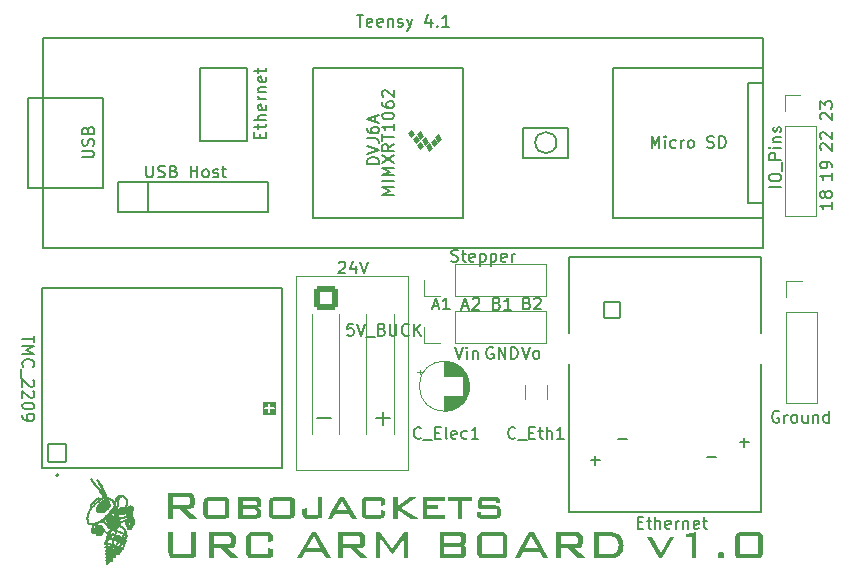
<source format=gto>
%TF.GenerationSoftware,KiCad,Pcbnew,8.0.1*%
%TF.CreationDate,2024-05-05T16:57:19-04:00*%
%TF.ProjectId,arm,61726d2e-6b69-4636-9164-5f7063625858,rev?*%
%TF.SameCoordinates,Original*%
%TF.FileFunction,Legend,Top*%
%TF.FilePolarity,Positive*%
%FSLAX46Y46*%
G04 Gerber Fmt 4.6, Leading zero omitted, Abs format (unit mm)*
G04 Created by KiCad (PCBNEW 8.0.1) date 2024-05-05 16:57:19*
%MOMM*%
%LPD*%
G01*
G04 APERTURE LIST*
G04 Aperture macros list*
%AMRoundRect*
0 Rectangle with rounded corners*
0 $1 Rounding radius*
0 $2 $3 $4 $5 $6 $7 $8 $9 X,Y pos of 4 corners*
0 Add a 4 corners polygon primitive as box body*
4,1,4,$2,$3,$4,$5,$6,$7,$8,$9,$2,$3,0*
0 Add four circle primitives for the rounded corners*
1,1,$1+$1,$2,$3*
1,1,$1+$1,$4,$5*
1,1,$1+$1,$6,$7*
1,1,$1+$1,$8,$9*
0 Add four rect primitives between the rounded corners*
20,1,$1+$1,$2,$3,$4,$5,0*
20,1,$1+$1,$4,$5,$6,$7,0*
20,1,$1+$1,$6,$7,$8,$9,0*
20,1,$1+$1,$8,$9,$2,$3,0*%
G04 Aperture macros list end*
%ADD10C,0.300000*%
%ADD11C,0.153000*%
%ADD12C,0.100000*%
%ADD13C,0.187500*%
%ADD14C,0.120000*%
%ADD15C,0.150000*%
%ADD16C,0.127000*%
%ADD17C,0.200000*%
%ADD18C,2.000000*%
%ADD19RoundRect,0.250001X-0.799999X-0.799999X0.799999X-0.799999X0.799999X0.799999X-0.799999X0.799999X0*%
%ADD20C,2.100000*%
%ADD21C,2.200000*%
%ADD22R,1.200000X1.200000*%
%ADD23C,1.200000*%
%ADD24C,1.600000*%
%ADD25R,1.700000X1.700000*%
%ADD26O,1.700000X1.700000*%
%ADD27R,1.600000X1.600000*%
%ADD28R,1.300000X1.300000*%
%ADD29C,1.300000*%
%ADD30RoundRect,0.102000X0.754000X-0.754000X0.754000X0.754000X-0.754000X0.754000X-0.754000X-0.754000X0*%
%ADD31C,1.712000*%
%ADD32C,3.200000*%
%ADD33RoundRect,0.102000X0.699000X0.699000X-0.699000X0.699000X-0.699000X-0.699000X0.699000X-0.699000X0*%
%ADD34C,1.602000*%
%ADD35C,1.734000*%
%ADD36C,2.604000*%
G04 APERTURE END LIST*
D10*
G36*
X87279791Y-110538506D02*
G01*
X87423975Y-110585715D01*
X87490104Y-110632198D01*
X87572676Y-110758647D01*
X87603345Y-110912775D01*
X87605143Y-110968520D01*
X87605143Y-111445526D01*
X87588965Y-111599777D01*
X87529199Y-111736239D01*
X87490104Y-111780383D01*
X87351988Y-111856118D01*
X87197909Y-111883320D01*
X87122274Y-111885896D01*
X86868750Y-111885896D01*
X87858667Y-112730000D01*
X87248304Y-112730000D01*
X86366099Y-111885896D01*
X85761598Y-111885896D01*
X85761598Y-112730000D01*
X85352002Y-112730000D01*
X85352002Y-110854214D01*
X85761598Y-110854214D01*
X85761598Y-111557634D01*
X86980858Y-111557634D01*
X87126348Y-111532589D01*
X87148653Y-111516601D01*
X87191109Y-111369666D01*
X87191151Y-111362728D01*
X87191151Y-111051318D01*
X87158052Y-110908425D01*
X87147920Y-110896713D01*
X87003368Y-110854588D01*
X86980858Y-110854214D01*
X85761598Y-110854214D01*
X85352002Y-110854214D01*
X85352002Y-110525952D01*
X87122274Y-110525952D01*
X87279791Y-110538506D01*
G37*
G36*
X90253550Y-110910769D02*
G01*
X90397939Y-110952210D01*
X90466448Y-111000027D01*
X90537974Y-111128505D01*
X90563666Y-111282756D01*
X90566099Y-111360530D01*
X90566099Y-112276441D01*
X90556510Y-112422743D01*
X90515376Y-112565653D01*
X90467913Y-112633279D01*
X90328328Y-112705819D01*
X90169303Y-112728488D01*
X90105945Y-112730000D01*
X88820006Y-112730000D01*
X88670226Y-112720626D01*
X88524721Y-112680412D01*
X88456573Y-112634012D01*
X88384033Y-112496625D01*
X88361364Y-112339249D01*
X88359853Y-112276441D01*
X88359853Y-111360530D01*
X88368437Y-111229371D01*
X88743070Y-111229371D01*
X88743070Y-112401737D01*
X90182882Y-112401737D01*
X90182882Y-111229371D01*
X88743070Y-111229371D01*
X88368437Y-111229371D01*
X88369513Y-111212925D01*
X88410954Y-111068536D01*
X88458771Y-111000027D01*
X88587775Y-110929026D01*
X88742215Y-110903524D01*
X88820006Y-110901109D01*
X90105945Y-110901109D01*
X90253550Y-110910769D01*
G37*
G36*
X92980429Y-110916467D02*
G01*
X93119144Y-110977535D01*
X93138709Y-110994166D01*
X93216464Y-111123230D01*
X93238262Y-111274859D01*
X93238360Y-111287257D01*
X93238360Y-111476301D01*
X93212857Y-111623390D01*
X93157759Y-111706378D01*
X93021575Y-111772667D01*
X92904968Y-111781116D01*
X93053895Y-111800167D01*
X93162156Y-111870509D01*
X93236184Y-112006193D01*
X93250816Y-112124033D01*
X93250816Y-112340921D01*
X93224870Y-112494032D01*
X93139486Y-112615126D01*
X93115261Y-112634012D01*
X92971767Y-112699628D01*
X92823207Y-112725406D01*
X92712260Y-112730000D01*
X91298827Y-112730000D01*
X91298827Y-111932791D01*
X91682044Y-111932791D01*
X91682044Y-112401737D01*
X92689546Y-112401737D01*
X92831695Y-112366566D01*
X92869064Y-112233942D01*
X92869064Y-112100586D01*
X92830963Y-111969427D01*
X92689546Y-111932791D01*
X91682044Y-111932791D01*
X91298827Y-111932791D01*
X91298827Y-111229371D01*
X91682044Y-111229371D01*
X91682044Y-111604528D01*
X92689546Y-111604528D01*
X92828032Y-111581814D01*
X92857341Y-111495352D01*
X92857341Y-111340013D01*
X92824368Y-111252819D01*
X92689546Y-111229371D01*
X91682044Y-111229371D01*
X91298827Y-111229371D01*
X91298827Y-110901109D01*
X92825101Y-110901109D01*
X92980429Y-110916467D01*
G37*
G36*
X95801770Y-110910769D02*
G01*
X95946159Y-110952210D01*
X96014668Y-111000027D01*
X96086195Y-111128505D01*
X96111886Y-111282756D01*
X96114319Y-111360530D01*
X96114319Y-112276441D01*
X96104731Y-112422743D01*
X96063596Y-112565653D01*
X96016133Y-112633279D01*
X95876549Y-112705819D01*
X95717524Y-112728488D01*
X95654166Y-112730000D01*
X94368227Y-112730000D01*
X94218447Y-112720626D01*
X94072942Y-112680412D01*
X94004794Y-112634012D01*
X93932254Y-112496625D01*
X93909585Y-112339249D01*
X93908073Y-112276441D01*
X93908073Y-111360530D01*
X93916657Y-111229371D01*
X94291290Y-111229371D01*
X94291290Y-112401737D01*
X95731102Y-112401737D01*
X95731102Y-111229371D01*
X94291290Y-111229371D01*
X93916657Y-111229371D01*
X93917733Y-111212925D01*
X93959175Y-111068536D01*
X94006992Y-111000027D01*
X94135996Y-110929026D01*
X94290435Y-110903524D01*
X94368227Y-110901109D01*
X95654166Y-110901109D01*
X95801770Y-110910769D01*
G37*
G36*
X97206817Y-112730000D02*
G01*
X97057037Y-112720483D01*
X96911532Y-112679655D01*
X96843384Y-112632547D01*
X96770294Y-112493695D01*
X96747454Y-112336181D01*
X96745931Y-112273510D01*
X96745931Y-111910809D01*
X97127683Y-111833872D01*
X97127683Y-112401737D01*
X98026008Y-112401737D01*
X98026008Y-110901109D01*
X98409225Y-110901109D01*
X98409225Y-112273510D01*
X98399636Y-112420656D01*
X98358502Y-112564450D01*
X98311039Y-112632547D01*
X98171454Y-112705636D01*
X98012429Y-112728477D01*
X97949071Y-112730000D01*
X97206817Y-112730000D01*
G37*
G36*
X101353328Y-112730000D02*
G01*
X100933475Y-112730000D01*
X100701933Y-112354842D01*
X99498060Y-112354842D01*
X99270181Y-112730000D01*
X98880369Y-112730000D01*
X99286752Y-112026580D01*
X99665854Y-112026580D01*
X100531939Y-112026580D01*
X100098164Y-111237431D01*
X99665854Y-112026580D01*
X99286752Y-112026580D01*
X99936964Y-110901109D01*
X100271088Y-110901109D01*
X101353328Y-112730000D01*
G37*
G36*
X103356608Y-111229371D02*
G01*
X102160795Y-111229371D01*
X102160795Y-112401737D01*
X103356608Y-112401737D01*
X103356608Y-111974556D01*
X103739825Y-112046364D01*
X103739825Y-112274242D01*
X103730237Y-112421003D01*
X103689102Y-112564508D01*
X103641639Y-112632547D01*
X103502055Y-112705636D01*
X103343030Y-112728477D01*
X103279672Y-112730000D01*
X102233335Y-112730000D01*
X102084857Y-112720769D01*
X101940831Y-112681169D01*
X101873565Y-112635478D01*
X101801575Y-112497908D01*
X101779078Y-112338230D01*
X101777578Y-112274242D01*
X101777578Y-111361263D01*
X101787023Y-111211554D01*
X101827544Y-111066356D01*
X101874298Y-110998562D01*
X102012784Y-110925472D01*
X102170504Y-110902632D01*
X102233335Y-110901109D01*
X103279672Y-110901109D01*
X103428364Y-110910841D01*
X103573311Y-110952589D01*
X103641639Y-111000760D01*
X103715279Y-111140345D01*
X103738291Y-111298408D01*
X103739825Y-111361263D01*
X103739825Y-111546643D01*
X103356608Y-111608925D01*
X103356608Y-111229371D01*
G37*
G36*
X104408806Y-112730000D02*
G01*
X104408806Y-110901109D01*
X104792023Y-110901109D01*
X104792023Y-111644096D01*
X105884521Y-110901109D01*
X106437732Y-110901109D01*
X105088046Y-111784780D01*
X106586475Y-112730000D01*
X105948269Y-112730000D01*
X104792023Y-111951842D01*
X104792023Y-112730000D01*
X104408806Y-112730000D01*
G37*
G36*
X106944047Y-112730000D02*
G01*
X106944047Y-110901109D01*
X108783196Y-110901109D01*
X108783196Y-111229371D01*
X107327264Y-111229371D01*
X107327264Y-111604528D01*
X108204340Y-111604528D01*
X108204340Y-111932791D01*
X107327264Y-111932791D01*
X107327264Y-112401737D01*
X108799316Y-112401737D01*
X108799316Y-112730000D01*
X106944047Y-112730000D01*
G37*
G36*
X110284556Y-111229371D02*
G01*
X110284556Y-112730000D01*
X109902805Y-112730000D01*
X109902805Y-111229371D01*
X109062365Y-111229371D01*
X109062365Y-110901109D01*
X111129392Y-110901109D01*
X111129392Y-111229371D01*
X110284556Y-111229371D01*
G37*
G36*
X113156852Y-111229371D02*
G01*
X111955177Y-111229371D01*
X111955177Y-111604528D01*
X113074054Y-111604528D01*
X113220428Y-111613616D01*
X113363645Y-111652602D01*
X113431625Y-111697585D01*
X113505265Y-111830758D01*
X113528277Y-111983292D01*
X113529811Y-112044166D01*
X113529811Y-112263984D01*
X113520437Y-112415453D01*
X113480224Y-112562726D01*
X113433824Y-112631814D01*
X113296254Y-112705453D01*
X113137538Y-112728465D01*
X113074054Y-112730000D01*
X111991081Y-112730000D01*
X111842389Y-112720411D01*
X111697442Y-112679277D01*
X111629113Y-112631814D01*
X111558638Y-112501726D01*
X111533325Y-112343869D01*
X111530928Y-112263984D01*
X111530928Y-112192177D01*
X111885568Y-112114508D01*
X111885568Y-112401737D01*
X113181765Y-112401737D01*
X113181765Y-111932791D01*
X112059225Y-111932791D01*
X111911377Y-111923632D01*
X111767313Y-111884339D01*
X111699455Y-111839002D01*
X111626915Y-111704546D01*
X111604246Y-111550329D01*
X111602735Y-111488757D01*
X111602735Y-111332686D01*
X111614164Y-111181608D01*
X111661768Y-111041920D01*
X111699455Y-110994166D01*
X111838124Y-110924373D01*
X111996222Y-110902563D01*
X112059225Y-110901109D01*
X113049141Y-110901109D01*
X113207516Y-110911845D01*
X113355739Y-110956565D01*
X113407445Y-110991967D01*
X113486916Y-111125934D01*
X113508897Y-111278891D01*
X113509295Y-111306308D01*
X113509295Y-111360530D01*
X113156852Y-111421346D01*
X113156852Y-111229371D01*
G37*
D11*
X80280384Y-114427010D02*
X80280384Y-114427007D01*
X80259602Y-112746414D02*
X80512338Y-112900175D01*
X79787163Y-112934656D02*
X79814873Y-112918384D01*
X80604725Y-113464909D02*
X80640617Y-113465837D01*
X80452147Y-113133210D02*
X80364692Y-113101428D01*
X80483016Y-112839283D02*
X80512338Y-112900175D01*
X80185708Y-112648782D02*
X80105831Y-112711505D01*
X80500118Y-112711074D02*
X80412008Y-112755708D01*
X80510736Y-112784353D02*
X80512092Y-112778114D01*
X80495814Y-112853012D02*
X80483016Y-112839283D01*
X80720436Y-112724298D02*
X80629072Y-112778954D01*
X80898244Y-112601102D02*
X80812570Y-112697524D01*
X80662705Y-112652240D02*
X80722746Y-112626669D01*
X80932881Y-112768463D02*
X80889299Y-112839942D01*
X81947619Y-112937019D02*
X81896817Y-112934692D01*
X81933760Y-113067191D02*
X81885270Y-113076488D01*
X82203926Y-113594847D02*
X82044603Y-113569275D01*
X82328635Y-112695276D02*
X82298612Y-112697600D01*
X82065200Y-112688326D02*
X82067697Y-112688301D01*
X82124558Y-113029033D02*
X82122469Y-113029401D01*
X82337872Y-112037450D02*
X82312470Y-112060693D01*
X82277543Y-112452366D02*
X82296306Y-112332655D01*
X82270904Y-112325681D02*
X82271517Y-112327179D01*
X82229339Y-112569754D02*
X82319398Y-112579048D01*
X81500581Y-110830684D02*
X81426342Y-110799225D01*
X80709894Y-116005325D02*
X80804570Y-115891422D01*
X80474356Y-116284258D02*
X80564414Y-116177334D01*
X80215727Y-116191280D02*
X80215727Y-116295882D01*
X80204181Y-115377718D02*
X80208800Y-115482315D01*
X81386486Y-114317755D02*
X80947739Y-115061588D01*
X80693888Y-113467214D02*
X80677375Y-113463604D01*
X80488211Y-114415384D02*
X80379679Y-114431654D01*
X80908484Y-114115526D02*
X80931576Y-114152718D01*
X81506564Y-115317279D02*
X81386486Y-115389336D01*
X80199563Y-115096454D02*
X80201872Y-115212679D01*
X80751458Y-114517659D02*
X80749149Y-114517659D01*
X81384175Y-114766379D02*
X81386486Y-114768703D01*
X81525035Y-114347975D02*
X81522728Y-114347975D01*
X80883082Y-114110876D02*
X80885392Y-114110878D01*
X79864730Y-113722693D02*
X80317331Y-114031848D01*
X79359020Y-113515804D02*
X79885512Y-113594846D01*
X79111934Y-113827287D02*
X79244385Y-113492355D01*
X78908726Y-113641335D02*
X78895159Y-113747965D01*
X79347472Y-113085786D02*
X79056514Y-113188060D01*
X79331308Y-113804050D02*
X79181210Y-113869133D01*
X79686922Y-113655280D02*
X79649975Y-113720364D01*
X79626571Y-113555704D02*
X79679995Y-113634358D01*
X79504497Y-113699443D02*
X79589624Y-113746310D01*
X79866726Y-113867184D02*
X79867039Y-113857510D01*
X79509116Y-113794749D02*
X79589624Y-113746310D01*
X80663709Y-112651109D02*
X80663709Y-112651108D01*
X80841448Y-111614947D02*
X80522849Y-112365201D01*
X80109504Y-110958893D02*
X80146451Y-110961217D01*
X79917841Y-110977487D02*
X79954788Y-110970515D01*
X80841517Y-111616719D02*
X80841448Y-111614947D01*
X80499757Y-112709219D02*
X80500118Y-112711074D01*
X80451264Y-113134598D02*
X80452147Y-113133210D01*
X81083983Y-113294991D02*
X81102455Y-113329855D01*
X81277951Y-113122978D02*
X81275646Y-113153195D01*
X81227150Y-113029999D02*
X81268716Y-113034644D01*
X81746719Y-112086261D02*
X81906999Y-112441542D01*
X81987820Y-112267207D02*
X82065388Y-112246649D01*
X81719009Y-111921223D02*
X81652041Y-111893332D01*
X81969636Y-111867828D02*
X81968564Y-111878318D01*
X81961660Y-111945881D02*
X81973705Y-111944557D01*
X81301046Y-112218758D02*
X81192512Y-112016527D01*
X81792902Y-114599016D02*
X81665894Y-114931415D01*
X81649729Y-114915146D01*
X81790593Y-114554852D01*
X81792902Y-114599016D01*
G36*
X81792902Y-114599016D02*
G01*
X81665894Y-114931415D01*
X81649729Y-114915146D01*
X81790593Y-114554852D01*
X81792902Y-114599016D01*
G37*
X81478810Y-111916745D02*
X81485606Y-111917246D01*
X81492304Y-111918073D01*
X81498895Y-111919218D01*
X81505371Y-111920672D01*
X81511724Y-111922429D01*
X81517945Y-111924480D01*
X81524025Y-111926818D01*
X81529957Y-111929435D01*
X81535732Y-111932324D01*
X81541340Y-111935476D01*
X81546775Y-111938885D01*
X81552027Y-111942542D01*
X81557087Y-111946441D01*
X81561949Y-111950572D01*
X81566602Y-111954929D01*
X81571038Y-111959504D01*
X81575250Y-111964289D01*
X81579229Y-111969277D01*
X81582965Y-111974460D01*
X81586451Y-111979830D01*
X81589679Y-111985380D01*
X81592639Y-111991101D01*
X81595323Y-111996987D01*
X81597724Y-112003030D01*
X81599831Y-112009221D01*
X81601638Y-112015554D01*
X81603135Y-112022020D01*
X81604314Y-112028613D01*
X81605167Y-112035323D01*
X81605685Y-112042145D01*
X81605859Y-112049069D01*
X81605685Y-112055994D01*
X81605167Y-112062815D01*
X81604314Y-112069526D01*
X81603135Y-112076119D01*
X81601638Y-112082585D01*
X81599831Y-112088918D01*
X81597724Y-112095109D01*
X81595323Y-112101152D01*
X81592639Y-112107038D01*
X81589679Y-112112759D01*
X81586451Y-112118309D01*
X81582965Y-112123679D01*
X81579229Y-112128862D01*
X81575250Y-112133850D01*
X81571038Y-112138635D01*
X81566602Y-112143210D01*
X81561949Y-112147567D01*
X81557087Y-112151698D01*
X81552027Y-112155597D01*
X81546775Y-112159254D01*
X81541340Y-112162663D01*
X81535732Y-112165815D01*
X81529957Y-112168704D01*
X81524025Y-112171321D01*
X81517945Y-112173659D01*
X81511724Y-112175710D01*
X81505371Y-112177466D01*
X81498895Y-112178921D01*
X81492304Y-112180065D01*
X81485606Y-112180892D01*
X81478810Y-112181394D01*
X81471924Y-112181563D01*
X81465039Y-112181387D01*
X81458243Y-112180866D01*
X81451545Y-112180010D01*
X81444954Y-112178825D01*
X81438478Y-112177323D01*
X81432125Y-112175511D01*
X81425904Y-112173398D01*
X81419824Y-112170994D01*
X81413892Y-112168307D01*
X81408118Y-112165347D01*
X81402509Y-112162122D01*
X81397075Y-112158641D01*
X81391823Y-112154913D01*
X81386763Y-112150947D01*
X81381902Y-112146753D01*
X81377249Y-112142338D01*
X81372812Y-112137712D01*
X81368601Y-112132884D01*
X81364623Y-112127863D01*
X81360886Y-112122657D01*
X81357400Y-112117276D01*
X81354173Y-112111729D01*
X81351213Y-112106024D01*
X81348529Y-112100171D01*
X81346129Y-112094178D01*
X81344021Y-112088054D01*
X81342215Y-112081809D01*
X81340718Y-112075451D01*
X81339539Y-112068989D01*
X81338686Y-112062432D01*
X81338168Y-112055789D01*
X81337994Y-112049069D01*
X81338168Y-112042145D01*
X81338686Y-112035323D01*
X81339539Y-112028612D01*
X81340718Y-112022020D01*
X81342215Y-112015553D01*
X81344021Y-112009221D01*
X81346129Y-112003029D01*
X81348529Y-111996987D01*
X81351213Y-111991101D01*
X81354173Y-111985379D01*
X81357400Y-111979829D01*
X81360886Y-111974459D01*
X81364623Y-111969277D01*
X81368601Y-111964289D01*
X81372812Y-111959504D01*
X81377249Y-111954929D01*
X81381902Y-111950572D01*
X81386763Y-111946440D01*
X81391823Y-111942542D01*
X81397075Y-111938885D01*
X81402509Y-111935476D01*
X81408118Y-111932323D01*
X81413892Y-111929435D01*
X81419824Y-111926818D01*
X81425904Y-111924480D01*
X81432125Y-111922429D01*
X81438478Y-111920672D01*
X81444954Y-111919218D01*
X81451545Y-111918073D01*
X81458243Y-111917246D01*
X81465039Y-111916745D01*
X81471924Y-111916576D01*
X81478810Y-111916745D01*
G36*
X81478810Y-111916745D02*
G01*
X81485606Y-111917246D01*
X81492304Y-111918073D01*
X81498895Y-111919218D01*
X81505371Y-111920672D01*
X81511724Y-111922429D01*
X81517945Y-111924480D01*
X81524025Y-111926818D01*
X81529957Y-111929435D01*
X81535732Y-111932324D01*
X81541340Y-111935476D01*
X81546775Y-111938885D01*
X81552027Y-111942542D01*
X81557087Y-111946441D01*
X81561949Y-111950572D01*
X81566602Y-111954929D01*
X81571038Y-111959504D01*
X81575250Y-111964289D01*
X81579229Y-111969277D01*
X81582965Y-111974460D01*
X81586451Y-111979830D01*
X81589679Y-111985380D01*
X81592639Y-111991101D01*
X81595323Y-111996987D01*
X81597724Y-112003030D01*
X81599831Y-112009221D01*
X81601638Y-112015554D01*
X81603135Y-112022020D01*
X81604314Y-112028613D01*
X81605167Y-112035323D01*
X81605685Y-112042145D01*
X81605859Y-112049069D01*
X81605685Y-112055994D01*
X81605167Y-112062815D01*
X81604314Y-112069526D01*
X81603135Y-112076119D01*
X81601638Y-112082585D01*
X81599831Y-112088918D01*
X81597724Y-112095109D01*
X81595323Y-112101152D01*
X81592639Y-112107038D01*
X81589679Y-112112759D01*
X81586451Y-112118309D01*
X81582965Y-112123679D01*
X81579229Y-112128862D01*
X81575250Y-112133850D01*
X81571038Y-112138635D01*
X81566602Y-112143210D01*
X81561949Y-112147567D01*
X81557087Y-112151698D01*
X81552027Y-112155597D01*
X81546775Y-112159254D01*
X81541340Y-112162663D01*
X81535732Y-112165815D01*
X81529957Y-112168704D01*
X81524025Y-112171321D01*
X81517945Y-112173659D01*
X81511724Y-112175710D01*
X81505371Y-112177466D01*
X81498895Y-112178921D01*
X81492304Y-112180065D01*
X81485606Y-112180892D01*
X81478810Y-112181394D01*
X81471924Y-112181563D01*
X81465039Y-112181387D01*
X81458243Y-112180866D01*
X81451545Y-112180010D01*
X81444954Y-112178825D01*
X81438478Y-112177323D01*
X81432125Y-112175511D01*
X81425904Y-112173398D01*
X81419824Y-112170994D01*
X81413892Y-112168307D01*
X81408118Y-112165347D01*
X81402509Y-112162122D01*
X81397075Y-112158641D01*
X81391823Y-112154913D01*
X81386763Y-112150947D01*
X81381902Y-112146753D01*
X81377249Y-112142338D01*
X81372812Y-112137712D01*
X81368601Y-112132884D01*
X81364623Y-112127863D01*
X81360886Y-112122657D01*
X81357400Y-112117276D01*
X81354173Y-112111729D01*
X81351213Y-112106024D01*
X81348529Y-112100171D01*
X81346129Y-112094178D01*
X81344021Y-112088054D01*
X81342215Y-112081809D01*
X81340718Y-112075451D01*
X81339539Y-112068989D01*
X81338686Y-112062432D01*
X81338168Y-112055789D01*
X81337994Y-112049069D01*
X81338168Y-112042145D01*
X81338686Y-112035323D01*
X81339539Y-112028612D01*
X81340718Y-112022020D01*
X81342215Y-112015553D01*
X81344021Y-112009221D01*
X81346129Y-112003029D01*
X81348529Y-111996987D01*
X81351213Y-111991101D01*
X81354173Y-111985379D01*
X81357400Y-111979829D01*
X81360886Y-111974459D01*
X81364623Y-111969277D01*
X81368601Y-111964289D01*
X81372812Y-111959504D01*
X81377249Y-111954929D01*
X81381902Y-111950572D01*
X81386763Y-111946440D01*
X81391823Y-111942542D01*
X81397075Y-111938885D01*
X81402509Y-111935476D01*
X81408118Y-111932323D01*
X81413892Y-111929435D01*
X81419824Y-111926818D01*
X81425904Y-111924480D01*
X81432125Y-111922429D01*
X81438478Y-111920672D01*
X81444954Y-111919218D01*
X81451545Y-111918073D01*
X81458243Y-111917246D01*
X81465039Y-111916745D01*
X81471924Y-111916576D01*
X81478810Y-111916745D01*
G37*
X80324259Y-112825444D02*
X80185708Y-112648782D01*
X80329170Y-112825158D02*
X80324259Y-112825444D01*
X80333946Y-112824737D02*
X80329170Y-112825158D01*
X80338586Y-112824183D02*
X80333946Y-112824737D01*
X80343089Y-112823496D02*
X80338586Y-112824183D01*
X80347455Y-112822678D02*
X80343089Y-112823496D01*
X80351683Y-112821730D02*
X80347455Y-112822678D01*
X80355774Y-112820654D02*
X80351683Y-112821730D01*
X80359727Y-112819450D02*
X80355774Y-112820654D01*
X80363540Y-112818121D02*
X80359727Y-112819450D01*
X80367215Y-112816667D02*
X80363540Y-112818121D01*
X80370750Y-112815089D02*
X80367215Y-112816667D01*
X80374146Y-112813389D02*
X80370750Y-112815089D01*
X80377400Y-112811569D02*
X80374146Y-112813389D01*
X80380514Y-112809628D02*
X80377400Y-112811569D01*
X80383487Y-112807570D02*
X80380514Y-112809628D01*
X80386319Y-112805394D02*
X80383487Y-112807570D01*
X80389008Y-112803103D02*
X80386319Y-112805394D01*
X80391554Y-112800697D02*
X80389008Y-112803103D01*
X80393958Y-112798178D02*
X80391554Y-112800697D01*
X80396218Y-112795547D02*
X80393958Y-112798178D01*
X80398335Y-112792805D02*
X80396218Y-112795547D01*
X80400307Y-112789954D02*
X80398335Y-112792805D01*
X80402135Y-112786995D02*
X80400307Y-112789954D01*
X80403818Y-112783929D02*
X80402135Y-112786995D01*
X80405355Y-112780757D02*
X80403818Y-112783929D01*
X80406747Y-112777481D02*
X80405355Y-112780757D01*
X80407992Y-112774102D02*
X80406747Y-112777481D01*
X80409090Y-112770622D02*
X80407992Y-112774102D01*
X80410042Y-112767041D02*
X80409090Y-112770622D01*
X80410845Y-112763361D02*
X80410042Y-112767041D01*
X80411501Y-112759583D02*
X80410845Y-112763361D01*
X80412008Y-112755708D02*
X80411501Y-112759583D01*
X80271757Y-112577499D02*
X80354001Y-112682002D01*
X81487413Y-111774471D02*
X81492711Y-111774786D01*
X81497995Y-111775296D01*
X81502618Y-111775948D01*
X81506626Y-111776736D01*
X81510061Y-111777654D01*
X81512966Y-111778695D01*
X81515385Y-111779851D01*
X81517362Y-111781117D01*
X81518941Y-111782484D01*
X81520164Y-111783947D01*
X81521076Y-111785498D01*
X81521719Y-111787132D01*
X81522138Y-111788840D01*
X81522376Y-111790616D01*
X81522477Y-111792453D01*
X81522440Y-111796285D01*
X81522377Y-111800281D01*
X81522443Y-111802322D01*
X81522634Y-111804385D01*
X81522992Y-111806461D01*
X81523562Y-111808544D01*
X81524385Y-111810626D01*
X81525507Y-111812703D01*
X81526970Y-111814765D01*
X81528819Y-111816807D01*
X81531096Y-111818822D01*
X81533846Y-111820802D01*
X81537111Y-111822742D01*
X81540936Y-111824634D01*
X81545364Y-111826472D01*
X81550438Y-111828249D01*
X81555598Y-111829970D01*
X81560275Y-111831235D01*
X81564500Y-111832075D01*
X81568303Y-111832525D01*
X81571716Y-111832617D01*
X81574768Y-111832385D01*
X81577492Y-111831862D01*
X81579917Y-111831081D01*
X81582076Y-111830075D01*
X81583998Y-111828878D01*
X81585714Y-111827523D01*
X81587256Y-111826042D01*
X81589939Y-111822838D01*
X81592294Y-111819531D01*
X81594567Y-111816388D01*
X81595751Y-111814961D01*
X81597007Y-111813675D01*
X81598366Y-111812561D01*
X81599859Y-111811655D01*
X81601517Y-111810989D01*
X81603371Y-111810596D01*
X81605451Y-111810510D01*
X81607789Y-111810763D01*
X81610415Y-111811389D01*
X81613361Y-111812421D01*
X81616656Y-111813892D01*
X81620333Y-111815836D01*
X81624421Y-111818286D01*
X81628952Y-111821274D01*
X81633377Y-111824423D01*
X81637152Y-111827344D01*
X81640320Y-111830055D01*
X81642920Y-111832574D01*
X81644994Y-111834917D01*
X81646584Y-111837102D01*
X81647729Y-111839146D01*
X81648472Y-111841068D01*
X81648853Y-111842884D01*
X81648912Y-111844612D01*
X81648692Y-111846269D01*
X81648233Y-111847874D01*
X81647576Y-111849442D01*
X81646762Y-111850992D01*
X81644828Y-111854107D01*
X81642758Y-111857359D01*
X81640881Y-111860886D01*
X81640117Y-111862797D01*
X81639525Y-111864828D01*
X81639145Y-111866999D01*
X81639018Y-111869326D01*
X81639186Y-111871827D01*
X81639688Y-111874518D01*
X81640567Y-111877419D01*
X81641864Y-111880545D01*
X81643619Y-111883915D01*
X81645873Y-111887545D01*
X81648667Y-111891454D01*
X81652043Y-111895659D01*
X81655622Y-111899689D01*
X81659010Y-111903097D01*
X81662216Y-111905924D01*
X81665251Y-111908214D01*
X81668126Y-111910011D01*
X81670850Y-111911357D01*
X81673435Y-111912296D01*
X81675890Y-111912872D01*
X81678228Y-111913128D01*
X81680458Y-111913107D01*
X81682590Y-111912853D01*
X81684636Y-111912409D01*
X81688509Y-111911125D01*
X81692163Y-111909603D01*
X81695682Y-111908189D01*
X81697417Y-111907632D01*
X81699150Y-111907232D01*
X81700891Y-111907034D01*
X81702651Y-111907079D01*
X81704441Y-111907412D01*
X81706271Y-111908076D01*
X81708152Y-111909115D01*
X81710094Y-111910572D01*
X81712108Y-111912490D01*
X81714205Y-111914913D01*
X81716394Y-111917884D01*
X81718687Y-111921447D01*
X81721094Y-111925645D01*
X81723626Y-111930521D01*
X81725775Y-111935478D01*
X81727478Y-111939912D01*
X81728761Y-111943859D01*
X81729652Y-111947356D01*
X81730178Y-111950436D01*
X81730365Y-111953137D01*
X81730241Y-111955495D01*
X81729833Y-111957544D01*
X81729168Y-111959320D01*
X81728273Y-111960860D01*
X81727174Y-111962200D01*
X81725900Y-111963374D01*
X81724478Y-111964418D01*
X81722933Y-111965369D01*
X81719587Y-111967133D01*
X81716078Y-111968951D01*
X81714330Y-111969970D01*
X81712623Y-111971110D01*
X81710984Y-111972407D01*
X81709439Y-111973896D01*
X81708016Y-111975613D01*
X81706742Y-111977594D01*
X81705644Y-111979874D01*
X81704748Y-111982490D01*
X81704083Y-111985477D01*
X81703675Y-111988871D01*
X81703551Y-111992708D01*
X81703738Y-111997023D01*
X81704263Y-112001852D01*
X81705154Y-112007231D01*
X81706309Y-112012564D01*
X81707600Y-112017258D01*
X81709015Y-112021356D01*
X81710543Y-112024900D01*
X81712170Y-112027934D01*
X81713885Y-112030500D01*
X81715676Y-112032641D01*
X81717529Y-112034398D01*
X81719433Y-112035814D01*
X81721375Y-112036933D01*
X81723344Y-112037796D01*
X81725327Y-112038447D01*
X81727311Y-112038927D01*
X81729285Y-112039280D01*
X81733152Y-112039772D01*
X81736829Y-112040265D01*
X81738566Y-112040617D01*
X81740219Y-112041098D01*
X81741775Y-112041748D01*
X81743223Y-112042612D01*
X81744550Y-112043730D01*
X81745744Y-112045147D01*
X81746792Y-112046904D01*
X81747683Y-112049045D01*
X81748403Y-112051611D01*
X81748942Y-112054645D01*
X81749286Y-112058190D01*
X81749423Y-112062288D01*
X81749341Y-112066982D01*
X81749028Y-112072314D01*
X81748522Y-112077634D01*
X81747873Y-112082288D01*
X81747088Y-112086321D01*
X81746173Y-112089776D01*
X81745135Y-112092696D01*
X81743980Y-112095125D01*
X81742714Y-112097107D01*
X81741343Y-112098684D01*
X81739875Y-112099900D01*
X81738314Y-112100798D01*
X81736668Y-112101423D01*
X81734943Y-112101816D01*
X81733146Y-112102023D01*
X81731282Y-112102085D01*
X81727380Y-112101952D01*
X81723289Y-112101765D01*
X81719059Y-112101870D01*
X81716908Y-112102142D01*
X81714741Y-112102616D01*
X81712565Y-112103337D01*
X81710386Y-112104349D01*
X81708211Y-112105694D01*
X81706045Y-112107417D01*
X81703895Y-112109560D01*
X81701768Y-112112167D01*
X81699669Y-112115281D01*
X81697606Y-112118946D01*
X81695584Y-112123205D01*
X81693609Y-112128102D01*
X81691899Y-112133296D01*
X81690642Y-112138004D01*
X81689807Y-112142257D01*
X81689360Y-112146085D01*
X81689268Y-112149520D01*
X81689499Y-112152593D01*
X81690018Y-112155334D01*
X81690794Y-112157776D01*
X81691793Y-112159948D01*
X81692982Y-112161883D01*
X81694329Y-112163611D01*
X81695800Y-112165163D01*
X81698983Y-112167864D01*
X81702267Y-112170234D01*
X81705390Y-112172523D01*
X81706807Y-112173714D01*
X81708085Y-112174979D01*
X81709191Y-112176347D01*
X81710091Y-112177850D01*
X81710753Y-112179519D01*
X81711143Y-112181385D01*
X81711229Y-112183479D01*
X81710978Y-112185832D01*
X81710356Y-112188476D01*
X81709330Y-112191441D01*
X81707869Y-112194758D01*
X81705938Y-112198459D01*
X81703504Y-112202574D01*
X81700535Y-112207135D01*
X81697407Y-112211582D01*
X81694504Y-112215363D01*
X81691809Y-112218520D01*
X81689304Y-112221096D01*
X81686972Y-112223131D01*
X81684795Y-112224669D01*
X81682755Y-112225752D01*
X81680834Y-112226421D01*
X81679015Y-112226719D01*
X81677279Y-112226688D01*
X81675609Y-112226371D01*
X81673987Y-112225808D01*
X81672396Y-112225043D01*
X81670818Y-112224118D01*
X81667628Y-112221954D01*
X81664276Y-112219654D01*
X81660619Y-112217556D01*
X81658633Y-112216687D01*
X81656516Y-112215995D01*
X81654253Y-112215521D01*
X81651825Y-112215309D01*
X81649214Y-112215399D01*
X81646402Y-112215835D01*
X81643373Y-112216658D01*
X81640107Y-112217911D01*
X81636588Y-112219635D01*
X81632798Y-112221872D01*
X81628718Y-112224666D01*
X81624331Y-112228058D01*
X81620326Y-112231662D01*
X81616940Y-112235072D01*
X81614131Y-112238298D01*
X81611856Y-112241350D01*
X81610072Y-112244239D01*
X81608735Y-112246975D01*
X81607801Y-112249568D01*
X81607229Y-112252028D01*
X81606975Y-112254365D01*
X81606996Y-112256591D01*
X81607249Y-112258714D01*
X81607690Y-112260745D01*
X81608965Y-112264572D01*
X81610477Y-112268154D01*
X81611881Y-112271572D01*
X81612435Y-112273246D01*
X81612832Y-112274909D01*
X81613029Y-112276573D01*
X81612984Y-112278246D01*
X81612653Y-112279940D01*
X81611993Y-112281665D01*
X81610961Y-112283431D01*
X81609514Y-112285247D01*
X81607608Y-112287125D01*
X81605201Y-112289075D01*
X81602249Y-112291106D01*
X81598710Y-112293229D01*
X81594540Y-112295454D01*
X81589695Y-112297792D01*
X81584771Y-112299955D01*
X81580366Y-112301669D01*
X81576445Y-112302960D01*
X81572972Y-112303857D01*
X81569911Y-112304386D01*
X81567228Y-112304574D01*
X81564886Y-112304449D01*
X81562850Y-112304038D01*
X81561085Y-112303368D01*
X81559556Y-112302467D01*
X81558225Y-112301361D01*
X81557059Y-112300079D01*
X81556021Y-112298646D01*
X81555077Y-112297091D01*
X81553324Y-112293722D01*
X81551518Y-112290190D01*
X81550506Y-112288431D01*
X81549373Y-112286712D01*
X81548086Y-112285062D01*
X81546606Y-112283507D01*
X81544901Y-112282075D01*
X81542933Y-112280792D01*
X81540668Y-112279687D01*
X81538069Y-112278785D01*
X81535102Y-112278116D01*
X81531730Y-112277705D01*
X81527919Y-112277580D01*
X81523633Y-112277769D01*
X81518835Y-112278298D01*
X81513492Y-112279195D01*
X81508194Y-112280357D01*
X81503531Y-112281657D01*
X81499460Y-112283082D01*
X81495938Y-112284620D01*
X81492924Y-112286258D01*
X81490375Y-112287985D01*
X81488249Y-112289787D01*
X81486503Y-112291652D01*
X81485095Y-112293569D01*
X81483984Y-112295524D01*
X81483126Y-112297506D01*
X81482480Y-112299502D01*
X81482003Y-112301499D01*
X81481652Y-112303486D01*
X81481163Y-112307379D01*
X81480673Y-112311080D01*
X81480323Y-112312829D01*
X81479846Y-112314493D01*
X81479199Y-112316059D01*
X81478341Y-112317517D01*
X81477230Y-112318853D01*
X81475822Y-112320054D01*
X81474076Y-112321109D01*
X81471950Y-112322006D01*
X81469401Y-112322731D01*
X81466386Y-112323273D01*
X81462864Y-112323619D01*
X81458793Y-112323757D01*
X81454129Y-112323675D01*
X81448832Y-112323360D01*
X81443548Y-112322850D01*
X81438924Y-112322198D01*
X81434916Y-112321409D01*
X81431482Y-112320491D01*
X81428577Y-112319451D01*
X81426157Y-112318294D01*
X81424180Y-112317029D01*
X81422602Y-112315661D01*
X81421379Y-112314198D01*
X81420467Y-112312647D01*
X81419824Y-112311013D01*
X81419404Y-112309305D01*
X81419166Y-112307529D01*
X81419066Y-112305691D01*
X81419102Y-112301859D01*
X81419166Y-112297864D01*
X81419099Y-112295822D01*
X81418908Y-112293760D01*
X81418550Y-112291684D01*
X81417981Y-112289601D01*
X81417158Y-112287518D01*
X81416036Y-112285442D01*
X81414572Y-112283380D01*
X81412724Y-112281338D01*
X81410447Y-112279323D01*
X81407697Y-112277342D01*
X81404432Y-112275402D01*
X81400607Y-112273510D01*
X81396179Y-112271672D01*
X81391105Y-112269896D01*
X81385945Y-112268174D01*
X81381268Y-112266910D01*
X81377043Y-112266069D01*
X81373240Y-112265619D01*
X81369828Y-112265527D01*
X81366775Y-112265759D01*
X81364052Y-112266282D01*
X81361626Y-112267063D01*
X81359468Y-112268069D01*
X81357546Y-112269266D01*
X81355830Y-112270622D01*
X81354288Y-112272103D01*
X81351605Y-112275307D01*
X81349250Y-112278613D01*
X81346977Y-112281756D01*
X81345793Y-112283183D01*
X81344537Y-112284470D01*
X81343178Y-112285583D01*
X81341685Y-112286489D01*
X81340027Y-112287155D01*
X81338174Y-112287548D01*
X81336093Y-112287635D01*
X81333755Y-112287382D01*
X81331129Y-112286756D01*
X81328184Y-112285723D01*
X81324888Y-112284252D01*
X81321212Y-112282308D01*
X81317123Y-112279859D01*
X81312592Y-112276871D01*
X81308174Y-112273722D01*
X81304417Y-112270800D01*
X81301280Y-112268089D01*
X81298719Y-112265570D01*
X81296692Y-112263227D01*
X81295158Y-112261042D01*
X81294074Y-112258998D01*
X81293397Y-112257076D01*
X81293085Y-112255260D01*
X81293097Y-112253532D01*
X81293389Y-112251874D01*
X81293920Y-112250270D01*
X81294647Y-112248702D01*
X81295528Y-112247152D01*
X81297582Y-112244037D01*
X81299745Y-112240785D01*
X81301678Y-112237258D01*
X81302452Y-112235348D01*
X81303042Y-112233316D01*
X81303405Y-112231145D01*
X81303500Y-112228818D01*
X81303283Y-112226318D01*
X81302713Y-112223626D01*
X81301747Y-112220726D01*
X81300343Y-112217600D01*
X81298458Y-112214230D01*
X81296051Y-112210599D01*
X81293079Y-112206690D01*
X81289500Y-112202486D01*
X81285920Y-112198454D01*
X81282532Y-112195046D01*
X81279325Y-112192219D01*
X81276290Y-112189929D01*
X81273416Y-112188132D01*
X81270691Y-112186786D01*
X81268107Y-112185847D01*
X81265651Y-112185271D01*
X81263313Y-112185015D01*
X81261084Y-112185036D01*
X81258951Y-112185290D01*
X81256906Y-112185734D01*
X81253032Y-112187018D01*
X81249378Y-112188540D01*
X81245860Y-112189953D01*
X81244125Y-112190511D01*
X81242392Y-112190910D01*
X81240650Y-112191109D01*
X81238890Y-112191064D01*
X81237100Y-112190730D01*
X81235270Y-112190066D01*
X81233389Y-112189027D01*
X81231447Y-112187570D01*
X81229433Y-112185652D01*
X81227336Y-112183229D01*
X81225147Y-112180258D01*
X81222853Y-112176695D01*
X81220446Y-112172497D01*
X81217914Y-112167621D01*
X81215765Y-112162664D01*
X81214062Y-112158230D01*
X81212779Y-112154282D01*
X81211888Y-112150786D01*
X81211363Y-112147705D01*
X81211176Y-112145004D01*
X81211300Y-112142647D01*
X81211708Y-112140598D01*
X81212373Y-112138821D01*
X81213269Y-112137281D01*
X81214367Y-112135942D01*
X81215641Y-112134769D01*
X81217064Y-112133724D01*
X81218609Y-112132773D01*
X81221955Y-112131009D01*
X81225464Y-112129191D01*
X81227212Y-112128172D01*
X81228919Y-112127033D01*
X81230559Y-112125736D01*
X81232103Y-112124247D01*
X81233526Y-112122531D01*
X81234800Y-112120550D01*
X81235899Y-112118269D01*
X81236794Y-112115654D01*
X81237459Y-112112667D01*
X81237867Y-112109273D01*
X81237992Y-112105436D01*
X81237804Y-112101121D01*
X81237279Y-112096292D01*
X81236388Y-112090913D01*
X81235234Y-112085581D01*
X81233942Y-112080887D01*
X81232527Y-112076789D01*
X81230999Y-112073244D01*
X81229372Y-112070210D01*
X81227657Y-112067644D01*
X81225866Y-112065503D01*
X81224013Y-112063746D01*
X81222109Y-112062330D01*
X81220167Y-112061211D01*
X81218198Y-112060347D01*
X81216215Y-112059697D01*
X81214231Y-112059217D01*
X81212257Y-112058864D01*
X81208390Y-112058372D01*
X81204712Y-112057879D01*
X81202975Y-112057527D01*
X81201322Y-112057046D01*
X81199766Y-112056396D01*
X81198318Y-112055532D01*
X81196991Y-112054413D01*
X81195797Y-112052997D01*
X81194749Y-112051239D01*
X81193858Y-112049099D01*
X81193137Y-112046533D01*
X81192599Y-112043499D01*
X81192255Y-112039954D01*
X81192118Y-112035855D01*
X81192200Y-112031161D01*
X81192513Y-112025829D01*
X81193020Y-112020510D01*
X81193668Y-112015855D01*
X81194453Y-112011823D01*
X81195368Y-112008368D01*
X81196406Y-112005448D01*
X81197561Y-112003019D01*
X81198827Y-112001038D01*
X81200198Y-111999461D01*
X81201667Y-111998245D01*
X81203227Y-111997346D01*
X81204873Y-111996722D01*
X81206598Y-111996328D01*
X81208395Y-111996122D01*
X81210259Y-111996059D01*
X81214161Y-111996192D01*
X81218252Y-111996379D01*
X81222482Y-111996273D01*
X81224633Y-111996002D01*
X81226800Y-111995528D01*
X81228976Y-111994806D01*
X81231155Y-111993794D01*
X81233331Y-111992449D01*
X81235497Y-111990726D01*
X81237647Y-111988583D01*
X81239774Y-111985976D01*
X81241873Y-111982862D01*
X81243937Y-111979197D01*
X81245959Y-111974938D01*
X81247934Y-111970041D01*
X81249644Y-111964846D01*
X81250900Y-111960138D01*
X81251735Y-111955886D01*
X81252182Y-111952058D01*
X81252274Y-111948623D01*
X81252043Y-111945550D01*
X81251524Y-111942808D01*
X81250748Y-111940367D01*
X81249749Y-111938194D01*
X81248559Y-111936260D01*
X81247212Y-111934532D01*
X81245741Y-111932980D01*
X81242558Y-111930280D01*
X81239274Y-111927909D01*
X81236152Y-111925621D01*
X81234734Y-111924429D01*
X81233456Y-111923165D01*
X81232350Y-111921797D01*
X81231450Y-111920295D01*
X81230789Y-111918626D01*
X81230399Y-111916760D01*
X81230313Y-111914666D01*
X81230565Y-111912313D01*
X81231187Y-111909669D01*
X81232212Y-111906705D01*
X81233674Y-111903388D01*
X81235605Y-111899687D01*
X81238039Y-111895572D01*
X81241008Y-111891011D01*
X81244136Y-111886564D01*
X81247039Y-111882783D01*
X81249734Y-111879626D01*
X81252238Y-111877050D01*
X81254570Y-111875015D01*
X81256747Y-111873477D01*
X81258788Y-111872394D01*
X81260708Y-111871725D01*
X81262528Y-111871426D01*
X81264264Y-111871457D01*
X81265933Y-111871775D01*
X81267555Y-111872337D01*
X81269146Y-111873102D01*
X81270724Y-111874028D01*
X81273914Y-111876192D01*
X81277266Y-111878492D01*
X81280922Y-111880591D01*
X81282909Y-111881460D01*
X81285026Y-111882152D01*
X81287289Y-111882625D01*
X81289717Y-111882838D01*
X81292328Y-111882747D01*
X81295139Y-111882312D01*
X81298169Y-111881488D01*
X81301435Y-111880236D01*
X81304954Y-111878512D01*
X81308745Y-111876274D01*
X81312824Y-111873480D01*
X81317211Y-111870088D01*
X81321217Y-111866484D01*
X81324603Y-111863074D01*
X81327411Y-111859848D01*
X81329687Y-111856796D01*
X81331472Y-111853907D01*
X81332809Y-111851171D01*
X81333742Y-111848578D01*
X81334314Y-111846118D01*
X81334568Y-111843780D01*
X81334548Y-111841555D01*
X81334295Y-111839432D01*
X81333854Y-111837401D01*
X81332579Y-111833574D01*
X81331067Y-111829992D01*
X81329663Y-111826573D01*
X81329110Y-111824899D01*
X81328713Y-111823236D01*
X81328515Y-111821573D01*
X81328560Y-111819899D01*
X81328891Y-111818205D01*
X81329551Y-111816480D01*
X81330583Y-111814715D01*
X81332031Y-111812898D01*
X81333936Y-111811020D01*
X81336343Y-111809071D01*
X81339295Y-111807040D01*
X81342834Y-111804917D01*
X81347004Y-111802692D01*
X81351849Y-111800354D01*
X81356773Y-111798191D01*
X81361178Y-111796477D01*
X81365099Y-111795186D01*
X81368572Y-111794290D01*
X81371633Y-111793761D01*
X81374316Y-111793573D01*
X81376657Y-111793698D01*
X81378693Y-111794109D01*
X81380458Y-111794778D01*
X81381988Y-111795680D01*
X81383318Y-111796785D01*
X81384484Y-111798068D01*
X81385522Y-111799500D01*
X81386466Y-111801055D01*
X81388218Y-111804424D01*
X81390025Y-111807956D01*
X81391037Y-111809715D01*
X81392169Y-111811433D01*
X81393457Y-111813083D01*
X81394937Y-111814638D01*
X81396642Y-111816071D01*
X81398610Y-111817353D01*
X81400876Y-111818458D01*
X81403475Y-111819359D01*
X81406442Y-111820029D01*
X81409814Y-111820440D01*
X81413625Y-111820564D01*
X81417912Y-111820376D01*
X81422710Y-111819847D01*
X81428053Y-111818950D01*
X81433351Y-111817787D01*
X81438014Y-111816487D01*
X81442085Y-111815062D01*
X81445607Y-111813525D01*
X81448621Y-111811886D01*
X81451170Y-111810160D01*
X81453296Y-111808358D01*
X81455042Y-111806492D01*
X81456449Y-111804576D01*
X81457561Y-111802620D01*
X81458418Y-111800639D01*
X81459065Y-111798643D01*
X81459542Y-111796645D01*
X81459892Y-111794659D01*
X81460382Y-111790766D01*
X81460871Y-111787064D01*
X81461221Y-111785316D01*
X81461699Y-111783652D01*
X81462345Y-111782086D01*
X81463203Y-111780628D01*
X81464314Y-111779293D01*
X81465722Y-111778091D01*
X81467467Y-111777036D01*
X81469594Y-111776140D01*
X81472143Y-111775414D01*
X81475157Y-111774872D01*
X81478679Y-111774526D01*
X81482750Y-111774388D01*
X81487413Y-111774471D01*
G36*
X81487413Y-111774471D02*
G01*
X81492711Y-111774786D01*
X81497995Y-111775296D01*
X81502618Y-111775948D01*
X81506626Y-111776736D01*
X81510061Y-111777654D01*
X81512966Y-111778695D01*
X81515385Y-111779851D01*
X81517362Y-111781117D01*
X81518941Y-111782484D01*
X81520164Y-111783947D01*
X81521076Y-111785498D01*
X81521719Y-111787132D01*
X81522138Y-111788840D01*
X81522376Y-111790616D01*
X81522477Y-111792453D01*
X81522440Y-111796285D01*
X81522377Y-111800281D01*
X81522443Y-111802322D01*
X81522634Y-111804385D01*
X81522992Y-111806461D01*
X81523562Y-111808544D01*
X81524385Y-111810626D01*
X81525507Y-111812703D01*
X81526970Y-111814765D01*
X81528819Y-111816807D01*
X81531096Y-111818822D01*
X81533846Y-111820802D01*
X81537111Y-111822742D01*
X81540936Y-111824634D01*
X81545364Y-111826472D01*
X81550438Y-111828249D01*
X81555598Y-111829970D01*
X81560275Y-111831235D01*
X81564500Y-111832075D01*
X81568303Y-111832525D01*
X81571716Y-111832617D01*
X81574768Y-111832385D01*
X81577492Y-111831862D01*
X81579917Y-111831081D01*
X81582076Y-111830075D01*
X81583998Y-111828878D01*
X81585714Y-111827523D01*
X81587256Y-111826042D01*
X81589939Y-111822838D01*
X81592294Y-111819531D01*
X81594567Y-111816388D01*
X81595751Y-111814961D01*
X81597007Y-111813675D01*
X81598366Y-111812561D01*
X81599859Y-111811655D01*
X81601517Y-111810989D01*
X81603371Y-111810596D01*
X81605451Y-111810510D01*
X81607789Y-111810763D01*
X81610415Y-111811389D01*
X81613361Y-111812421D01*
X81616656Y-111813892D01*
X81620333Y-111815836D01*
X81624421Y-111818286D01*
X81628952Y-111821274D01*
X81633377Y-111824423D01*
X81637152Y-111827344D01*
X81640320Y-111830055D01*
X81642920Y-111832574D01*
X81644994Y-111834917D01*
X81646584Y-111837102D01*
X81647729Y-111839146D01*
X81648472Y-111841068D01*
X81648853Y-111842884D01*
X81648912Y-111844612D01*
X81648692Y-111846269D01*
X81648233Y-111847874D01*
X81647576Y-111849442D01*
X81646762Y-111850992D01*
X81644828Y-111854107D01*
X81642758Y-111857359D01*
X81640881Y-111860886D01*
X81640117Y-111862797D01*
X81639525Y-111864828D01*
X81639145Y-111866999D01*
X81639018Y-111869326D01*
X81639186Y-111871827D01*
X81639688Y-111874518D01*
X81640567Y-111877419D01*
X81641864Y-111880545D01*
X81643619Y-111883915D01*
X81645873Y-111887545D01*
X81648667Y-111891454D01*
X81652043Y-111895659D01*
X81655622Y-111899689D01*
X81659010Y-111903097D01*
X81662216Y-111905924D01*
X81665251Y-111908214D01*
X81668126Y-111910011D01*
X81670850Y-111911357D01*
X81673435Y-111912296D01*
X81675890Y-111912872D01*
X81678228Y-111913128D01*
X81680458Y-111913107D01*
X81682590Y-111912853D01*
X81684636Y-111912409D01*
X81688509Y-111911125D01*
X81692163Y-111909603D01*
X81695682Y-111908189D01*
X81697417Y-111907632D01*
X81699150Y-111907232D01*
X81700891Y-111907034D01*
X81702651Y-111907079D01*
X81704441Y-111907412D01*
X81706271Y-111908076D01*
X81708152Y-111909115D01*
X81710094Y-111910572D01*
X81712108Y-111912490D01*
X81714205Y-111914913D01*
X81716394Y-111917884D01*
X81718687Y-111921447D01*
X81721094Y-111925645D01*
X81723626Y-111930521D01*
X81725775Y-111935478D01*
X81727478Y-111939912D01*
X81728761Y-111943859D01*
X81729652Y-111947356D01*
X81730178Y-111950436D01*
X81730365Y-111953137D01*
X81730241Y-111955495D01*
X81729833Y-111957544D01*
X81729168Y-111959320D01*
X81728273Y-111960860D01*
X81727174Y-111962200D01*
X81725900Y-111963374D01*
X81724478Y-111964418D01*
X81722933Y-111965369D01*
X81719587Y-111967133D01*
X81716078Y-111968951D01*
X81714330Y-111969970D01*
X81712623Y-111971110D01*
X81710984Y-111972407D01*
X81709439Y-111973896D01*
X81708016Y-111975613D01*
X81706742Y-111977594D01*
X81705644Y-111979874D01*
X81704748Y-111982490D01*
X81704083Y-111985477D01*
X81703675Y-111988871D01*
X81703551Y-111992708D01*
X81703738Y-111997023D01*
X81704263Y-112001852D01*
X81705154Y-112007231D01*
X81706309Y-112012564D01*
X81707600Y-112017258D01*
X81709015Y-112021356D01*
X81710543Y-112024900D01*
X81712170Y-112027934D01*
X81713885Y-112030500D01*
X81715676Y-112032641D01*
X81717529Y-112034398D01*
X81719433Y-112035814D01*
X81721375Y-112036933D01*
X81723344Y-112037796D01*
X81725327Y-112038447D01*
X81727311Y-112038927D01*
X81729285Y-112039280D01*
X81733152Y-112039772D01*
X81736829Y-112040265D01*
X81738566Y-112040617D01*
X81740219Y-112041098D01*
X81741775Y-112041748D01*
X81743223Y-112042612D01*
X81744550Y-112043730D01*
X81745744Y-112045147D01*
X81746792Y-112046904D01*
X81747683Y-112049045D01*
X81748403Y-112051611D01*
X81748942Y-112054645D01*
X81749286Y-112058190D01*
X81749423Y-112062288D01*
X81749341Y-112066982D01*
X81749028Y-112072314D01*
X81748522Y-112077634D01*
X81747873Y-112082288D01*
X81747088Y-112086321D01*
X81746173Y-112089776D01*
X81745135Y-112092696D01*
X81743980Y-112095125D01*
X81742714Y-112097107D01*
X81741343Y-112098684D01*
X81739875Y-112099900D01*
X81738314Y-112100798D01*
X81736668Y-112101423D01*
X81734943Y-112101816D01*
X81733146Y-112102023D01*
X81731282Y-112102085D01*
X81727380Y-112101952D01*
X81723289Y-112101765D01*
X81719059Y-112101870D01*
X81716908Y-112102142D01*
X81714741Y-112102616D01*
X81712565Y-112103337D01*
X81710386Y-112104349D01*
X81708211Y-112105694D01*
X81706045Y-112107417D01*
X81703895Y-112109560D01*
X81701768Y-112112167D01*
X81699669Y-112115281D01*
X81697606Y-112118946D01*
X81695584Y-112123205D01*
X81693609Y-112128102D01*
X81691899Y-112133296D01*
X81690642Y-112138004D01*
X81689807Y-112142257D01*
X81689360Y-112146085D01*
X81689268Y-112149520D01*
X81689499Y-112152593D01*
X81690018Y-112155334D01*
X81690794Y-112157776D01*
X81691793Y-112159948D01*
X81692982Y-112161883D01*
X81694329Y-112163611D01*
X81695800Y-112165163D01*
X81698983Y-112167864D01*
X81702267Y-112170234D01*
X81705390Y-112172523D01*
X81706807Y-112173714D01*
X81708085Y-112174979D01*
X81709191Y-112176347D01*
X81710091Y-112177850D01*
X81710753Y-112179519D01*
X81711143Y-112181385D01*
X81711229Y-112183479D01*
X81710978Y-112185832D01*
X81710356Y-112188476D01*
X81709330Y-112191441D01*
X81707869Y-112194758D01*
X81705938Y-112198459D01*
X81703504Y-112202574D01*
X81700535Y-112207135D01*
X81697407Y-112211582D01*
X81694504Y-112215363D01*
X81691809Y-112218520D01*
X81689304Y-112221096D01*
X81686972Y-112223131D01*
X81684795Y-112224669D01*
X81682755Y-112225752D01*
X81680834Y-112226421D01*
X81679015Y-112226719D01*
X81677279Y-112226688D01*
X81675609Y-112226371D01*
X81673987Y-112225808D01*
X81672396Y-112225043D01*
X81670818Y-112224118D01*
X81667628Y-112221954D01*
X81664276Y-112219654D01*
X81660619Y-112217556D01*
X81658633Y-112216687D01*
X81656516Y-112215995D01*
X81654253Y-112215521D01*
X81651825Y-112215309D01*
X81649214Y-112215399D01*
X81646402Y-112215835D01*
X81643373Y-112216658D01*
X81640107Y-112217911D01*
X81636588Y-112219635D01*
X81632798Y-112221872D01*
X81628718Y-112224666D01*
X81624331Y-112228058D01*
X81620326Y-112231662D01*
X81616940Y-112235072D01*
X81614131Y-112238298D01*
X81611856Y-112241350D01*
X81610072Y-112244239D01*
X81608735Y-112246975D01*
X81607801Y-112249568D01*
X81607229Y-112252028D01*
X81606975Y-112254365D01*
X81606996Y-112256591D01*
X81607249Y-112258714D01*
X81607690Y-112260745D01*
X81608965Y-112264572D01*
X81610477Y-112268154D01*
X81611881Y-112271572D01*
X81612435Y-112273246D01*
X81612832Y-112274909D01*
X81613029Y-112276573D01*
X81612984Y-112278246D01*
X81612653Y-112279940D01*
X81611993Y-112281665D01*
X81610961Y-112283431D01*
X81609514Y-112285247D01*
X81607608Y-112287125D01*
X81605201Y-112289075D01*
X81602249Y-112291106D01*
X81598710Y-112293229D01*
X81594540Y-112295454D01*
X81589695Y-112297792D01*
X81584771Y-112299955D01*
X81580366Y-112301669D01*
X81576445Y-112302960D01*
X81572972Y-112303857D01*
X81569911Y-112304386D01*
X81567228Y-112304574D01*
X81564886Y-112304449D01*
X81562850Y-112304038D01*
X81561085Y-112303368D01*
X81559556Y-112302467D01*
X81558225Y-112301361D01*
X81557059Y-112300079D01*
X81556021Y-112298646D01*
X81555077Y-112297091D01*
X81553324Y-112293722D01*
X81551518Y-112290190D01*
X81550506Y-112288431D01*
X81549373Y-112286712D01*
X81548086Y-112285062D01*
X81546606Y-112283507D01*
X81544901Y-112282075D01*
X81542933Y-112280792D01*
X81540668Y-112279687D01*
X81538069Y-112278785D01*
X81535102Y-112278116D01*
X81531730Y-112277705D01*
X81527919Y-112277580D01*
X81523633Y-112277769D01*
X81518835Y-112278298D01*
X81513492Y-112279195D01*
X81508194Y-112280357D01*
X81503531Y-112281657D01*
X81499460Y-112283082D01*
X81495938Y-112284620D01*
X81492924Y-112286258D01*
X81490375Y-112287985D01*
X81488249Y-112289787D01*
X81486503Y-112291652D01*
X81485095Y-112293569D01*
X81483984Y-112295524D01*
X81483126Y-112297506D01*
X81482480Y-112299502D01*
X81482003Y-112301499D01*
X81481652Y-112303486D01*
X81481163Y-112307379D01*
X81480673Y-112311080D01*
X81480323Y-112312829D01*
X81479846Y-112314493D01*
X81479199Y-112316059D01*
X81478341Y-112317517D01*
X81477230Y-112318853D01*
X81475822Y-112320054D01*
X81474076Y-112321109D01*
X81471950Y-112322006D01*
X81469401Y-112322731D01*
X81466386Y-112323273D01*
X81462864Y-112323619D01*
X81458793Y-112323757D01*
X81454129Y-112323675D01*
X81448832Y-112323360D01*
X81443548Y-112322850D01*
X81438924Y-112322198D01*
X81434916Y-112321409D01*
X81431482Y-112320491D01*
X81428577Y-112319451D01*
X81426157Y-112318294D01*
X81424180Y-112317029D01*
X81422602Y-112315661D01*
X81421379Y-112314198D01*
X81420467Y-112312647D01*
X81419824Y-112311013D01*
X81419404Y-112309305D01*
X81419166Y-112307529D01*
X81419066Y-112305691D01*
X81419102Y-112301859D01*
X81419166Y-112297864D01*
X81419099Y-112295822D01*
X81418908Y-112293760D01*
X81418550Y-112291684D01*
X81417981Y-112289601D01*
X81417158Y-112287518D01*
X81416036Y-112285442D01*
X81414572Y-112283380D01*
X81412724Y-112281338D01*
X81410447Y-112279323D01*
X81407697Y-112277342D01*
X81404432Y-112275402D01*
X81400607Y-112273510D01*
X81396179Y-112271672D01*
X81391105Y-112269896D01*
X81385945Y-112268174D01*
X81381268Y-112266910D01*
X81377043Y-112266069D01*
X81373240Y-112265619D01*
X81369828Y-112265527D01*
X81366775Y-112265759D01*
X81364052Y-112266282D01*
X81361626Y-112267063D01*
X81359468Y-112268069D01*
X81357546Y-112269266D01*
X81355830Y-112270622D01*
X81354288Y-112272103D01*
X81351605Y-112275307D01*
X81349250Y-112278613D01*
X81346977Y-112281756D01*
X81345793Y-112283183D01*
X81344537Y-112284470D01*
X81343178Y-112285583D01*
X81341685Y-112286489D01*
X81340027Y-112287155D01*
X81338174Y-112287548D01*
X81336093Y-112287635D01*
X81333755Y-112287382D01*
X81331129Y-112286756D01*
X81328184Y-112285723D01*
X81324888Y-112284252D01*
X81321212Y-112282308D01*
X81317123Y-112279859D01*
X81312592Y-112276871D01*
X81308174Y-112273722D01*
X81304417Y-112270800D01*
X81301280Y-112268089D01*
X81298719Y-112265570D01*
X81296692Y-112263227D01*
X81295158Y-112261042D01*
X81294074Y-112258998D01*
X81293397Y-112257076D01*
X81293085Y-112255260D01*
X81293097Y-112253532D01*
X81293389Y-112251874D01*
X81293920Y-112250270D01*
X81294647Y-112248702D01*
X81295528Y-112247152D01*
X81297582Y-112244037D01*
X81299745Y-112240785D01*
X81301678Y-112237258D01*
X81302452Y-112235348D01*
X81303042Y-112233316D01*
X81303405Y-112231145D01*
X81303500Y-112228818D01*
X81303283Y-112226318D01*
X81302713Y-112223626D01*
X81301747Y-112220726D01*
X81300343Y-112217600D01*
X81298458Y-112214230D01*
X81296051Y-112210599D01*
X81293079Y-112206690D01*
X81289500Y-112202486D01*
X81285920Y-112198454D01*
X81282532Y-112195046D01*
X81279325Y-112192219D01*
X81276290Y-112189929D01*
X81273416Y-112188132D01*
X81270691Y-112186786D01*
X81268107Y-112185847D01*
X81265651Y-112185271D01*
X81263313Y-112185015D01*
X81261084Y-112185036D01*
X81258951Y-112185290D01*
X81256906Y-112185734D01*
X81253032Y-112187018D01*
X81249378Y-112188540D01*
X81245860Y-112189953D01*
X81244125Y-112190511D01*
X81242392Y-112190910D01*
X81240650Y-112191109D01*
X81238890Y-112191064D01*
X81237100Y-112190730D01*
X81235270Y-112190066D01*
X81233389Y-112189027D01*
X81231447Y-112187570D01*
X81229433Y-112185652D01*
X81227336Y-112183229D01*
X81225147Y-112180258D01*
X81222853Y-112176695D01*
X81220446Y-112172497D01*
X81217914Y-112167621D01*
X81215765Y-112162664D01*
X81214062Y-112158230D01*
X81212779Y-112154282D01*
X81211888Y-112150786D01*
X81211363Y-112147705D01*
X81211176Y-112145004D01*
X81211300Y-112142647D01*
X81211708Y-112140598D01*
X81212373Y-112138821D01*
X81213269Y-112137281D01*
X81214367Y-112135942D01*
X81215641Y-112134769D01*
X81217064Y-112133724D01*
X81218609Y-112132773D01*
X81221955Y-112131009D01*
X81225464Y-112129191D01*
X81227212Y-112128172D01*
X81228919Y-112127033D01*
X81230559Y-112125736D01*
X81232103Y-112124247D01*
X81233526Y-112122531D01*
X81234800Y-112120550D01*
X81235899Y-112118269D01*
X81236794Y-112115654D01*
X81237459Y-112112667D01*
X81237867Y-112109273D01*
X81237992Y-112105436D01*
X81237804Y-112101121D01*
X81237279Y-112096292D01*
X81236388Y-112090913D01*
X81235234Y-112085581D01*
X81233942Y-112080887D01*
X81232527Y-112076789D01*
X81230999Y-112073244D01*
X81229372Y-112070210D01*
X81227657Y-112067644D01*
X81225866Y-112065503D01*
X81224013Y-112063746D01*
X81222109Y-112062330D01*
X81220167Y-112061211D01*
X81218198Y-112060347D01*
X81216215Y-112059697D01*
X81214231Y-112059217D01*
X81212257Y-112058864D01*
X81208390Y-112058372D01*
X81204712Y-112057879D01*
X81202975Y-112057527D01*
X81201322Y-112057046D01*
X81199766Y-112056396D01*
X81198318Y-112055532D01*
X81196991Y-112054413D01*
X81195797Y-112052997D01*
X81194749Y-112051239D01*
X81193858Y-112049099D01*
X81193137Y-112046533D01*
X81192599Y-112043499D01*
X81192255Y-112039954D01*
X81192118Y-112035855D01*
X81192200Y-112031161D01*
X81192513Y-112025829D01*
X81193020Y-112020510D01*
X81193668Y-112015855D01*
X81194453Y-112011823D01*
X81195368Y-112008368D01*
X81196406Y-112005448D01*
X81197561Y-112003019D01*
X81198827Y-112001038D01*
X81200198Y-111999461D01*
X81201667Y-111998245D01*
X81203227Y-111997346D01*
X81204873Y-111996722D01*
X81206598Y-111996328D01*
X81208395Y-111996122D01*
X81210259Y-111996059D01*
X81214161Y-111996192D01*
X81218252Y-111996379D01*
X81222482Y-111996273D01*
X81224633Y-111996002D01*
X81226800Y-111995528D01*
X81228976Y-111994806D01*
X81231155Y-111993794D01*
X81233331Y-111992449D01*
X81235497Y-111990726D01*
X81237647Y-111988583D01*
X81239774Y-111985976D01*
X81241873Y-111982862D01*
X81243937Y-111979197D01*
X81245959Y-111974938D01*
X81247934Y-111970041D01*
X81249644Y-111964846D01*
X81250900Y-111960138D01*
X81251735Y-111955886D01*
X81252182Y-111952058D01*
X81252274Y-111948623D01*
X81252043Y-111945550D01*
X81251524Y-111942808D01*
X81250748Y-111940367D01*
X81249749Y-111938194D01*
X81248559Y-111936260D01*
X81247212Y-111934532D01*
X81245741Y-111932980D01*
X81242558Y-111930280D01*
X81239274Y-111927909D01*
X81236152Y-111925621D01*
X81234734Y-111924429D01*
X81233456Y-111923165D01*
X81232350Y-111921797D01*
X81231450Y-111920295D01*
X81230789Y-111918626D01*
X81230399Y-111916760D01*
X81230313Y-111914666D01*
X81230565Y-111912313D01*
X81231187Y-111909669D01*
X81232212Y-111906705D01*
X81233674Y-111903388D01*
X81235605Y-111899687D01*
X81238039Y-111895572D01*
X81241008Y-111891011D01*
X81244136Y-111886564D01*
X81247039Y-111882783D01*
X81249734Y-111879626D01*
X81252238Y-111877050D01*
X81254570Y-111875015D01*
X81256747Y-111873477D01*
X81258788Y-111872394D01*
X81260708Y-111871725D01*
X81262528Y-111871426D01*
X81264264Y-111871457D01*
X81265933Y-111871775D01*
X81267555Y-111872337D01*
X81269146Y-111873102D01*
X81270724Y-111874028D01*
X81273914Y-111876192D01*
X81277266Y-111878492D01*
X81280922Y-111880591D01*
X81282909Y-111881460D01*
X81285026Y-111882152D01*
X81287289Y-111882625D01*
X81289717Y-111882838D01*
X81292328Y-111882747D01*
X81295139Y-111882312D01*
X81298169Y-111881488D01*
X81301435Y-111880236D01*
X81304954Y-111878512D01*
X81308745Y-111876274D01*
X81312824Y-111873480D01*
X81317211Y-111870088D01*
X81321217Y-111866484D01*
X81324603Y-111863074D01*
X81327411Y-111859848D01*
X81329687Y-111856796D01*
X81331472Y-111853907D01*
X81332809Y-111851171D01*
X81333742Y-111848578D01*
X81334314Y-111846118D01*
X81334568Y-111843780D01*
X81334548Y-111841555D01*
X81334295Y-111839432D01*
X81333854Y-111837401D01*
X81332579Y-111833574D01*
X81331067Y-111829992D01*
X81329663Y-111826573D01*
X81329110Y-111824899D01*
X81328713Y-111823236D01*
X81328515Y-111821573D01*
X81328560Y-111819899D01*
X81328891Y-111818205D01*
X81329551Y-111816480D01*
X81330583Y-111814715D01*
X81332031Y-111812898D01*
X81333936Y-111811020D01*
X81336343Y-111809071D01*
X81339295Y-111807040D01*
X81342834Y-111804917D01*
X81347004Y-111802692D01*
X81351849Y-111800354D01*
X81356773Y-111798191D01*
X81361178Y-111796477D01*
X81365099Y-111795186D01*
X81368572Y-111794290D01*
X81371633Y-111793761D01*
X81374316Y-111793573D01*
X81376657Y-111793698D01*
X81378693Y-111794109D01*
X81380458Y-111794778D01*
X81381988Y-111795680D01*
X81383318Y-111796785D01*
X81384484Y-111798068D01*
X81385522Y-111799500D01*
X81386466Y-111801055D01*
X81388218Y-111804424D01*
X81390025Y-111807956D01*
X81391037Y-111809715D01*
X81392169Y-111811433D01*
X81393457Y-111813083D01*
X81394937Y-111814638D01*
X81396642Y-111816071D01*
X81398610Y-111817353D01*
X81400876Y-111818458D01*
X81403475Y-111819359D01*
X81406442Y-111820029D01*
X81409814Y-111820440D01*
X81413625Y-111820564D01*
X81417912Y-111820376D01*
X81422710Y-111819847D01*
X81428053Y-111818950D01*
X81433351Y-111817787D01*
X81438014Y-111816487D01*
X81442085Y-111815062D01*
X81445607Y-111813525D01*
X81448621Y-111811886D01*
X81451170Y-111810160D01*
X81453296Y-111808358D01*
X81455042Y-111806492D01*
X81456449Y-111804576D01*
X81457561Y-111802620D01*
X81458418Y-111800639D01*
X81459065Y-111798643D01*
X81459542Y-111796645D01*
X81459892Y-111794659D01*
X81460382Y-111790766D01*
X81460871Y-111787064D01*
X81461221Y-111785316D01*
X81461699Y-111783652D01*
X81462345Y-111782086D01*
X81463203Y-111780628D01*
X81464314Y-111779293D01*
X81465722Y-111778091D01*
X81467467Y-111777036D01*
X81469594Y-111776140D01*
X81472143Y-111775414D01*
X81475157Y-111774872D01*
X81478679Y-111774526D01*
X81482750Y-111774388D01*
X81487413Y-111774471D01*
G37*
X79418430Y-109519217D02*
X79492265Y-109614644D01*
X79560310Y-109709125D01*
X79623131Y-109803085D01*
X79681298Y-109896950D01*
X79735379Y-109991145D01*
X79785943Y-110086096D01*
X79833556Y-110182228D01*
X79878788Y-110279967D01*
X79922207Y-110379740D01*
X80005879Y-110587085D01*
X80176471Y-111044897D01*
X80176471Y-111044898D01*
X80176471Y-111044899D01*
X80176470Y-111044900D01*
X80176470Y-111044901D01*
X80176470Y-111044902D01*
X80174737Y-111047481D01*
X80172993Y-111049961D01*
X80171229Y-111052299D01*
X80169434Y-111054449D01*
X80168523Y-111055441D01*
X80167599Y-111056369D01*
X80166663Y-111057228D01*
X80165714Y-111058012D01*
X80164748Y-111058717D01*
X80163767Y-111059336D01*
X80162767Y-111059864D01*
X80161749Y-111060296D01*
X80160710Y-111060625D01*
X80159650Y-111060847D01*
X80158567Y-111060956D01*
X80157460Y-111060945D01*
X80156327Y-111060811D01*
X80155168Y-111060547D01*
X80153981Y-111060147D01*
X80152765Y-111059607D01*
X80151518Y-111058920D01*
X80150240Y-111058081D01*
X80148928Y-111057085D01*
X80147582Y-111055925D01*
X80146201Y-111054597D01*
X80144783Y-111053095D01*
X80143327Y-111051414D01*
X80141832Y-111049547D01*
X79974777Y-110597873D01*
X79895930Y-110397586D01*
X79855428Y-110301781D01*
X79813350Y-110208087D01*
X79769053Y-110115919D01*
X79721894Y-110024690D01*
X79671230Y-109933815D01*
X79616420Y-109842709D01*
X79556819Y-109750786D01*
X79491787Y-109657460D01*
X79420679Y-109562145D01*
X79342853Y-109464256D01*
X79338236Y-109422417D01*
X79418430Y-109519217D01*
G36*
X79418430Y-109519217D02*
G01*
X79492265Y-109614644D01*
X79560310Y-109709125D01*
X79623131Y-109803085D01*
X79681298Y-109896950D01*
X79735379Y-109991145D01*
X79785943Y-110086096D01*
X79833556Y-110182228D01*
X79878788Y-110279967D01*
X79922207Y-110379740D01*
X80005879Y-110587085D01*
X80176471Y-111044897D01*
X80176471Y-111044898D01*
X80176471Y-111044899D01*
X80176470Y-111044900D01*
X80176470Y-111044901D01*
X80176470Y-111044902D01*
X80174737Y-111047481D01*
X80172993Y-111049961D01*
X80171229Y-111052299D01*
X80169434Y-111054449D01*
X80168523Y-111055441D01*
X80167599Y-111056369D01*
X80166663Y-111057228D01*
X80165714Y-111058012D01*
X80164748Y-111058717D01*
X80163767Y-111059336D01*
X80162767Y-111059864D01*
X80161749Y-111060296D01*
X80160710Y-111060625D01*
X80159650Y-111060847D01*
X80158567Y-111060956D01*
X80157460Y-111060945D01*
X80156327Y-111060811D01*
X80155168Y-111060547D01*
X80153981Y-111060147D01*
X80152765Y-111059607D01*
X80151518Y-111058920D01*
X80150240Y-111058081D01*
X80148928Y-111057085D01*
X80147582Y-111055925D01*
X80146201Y-111054597D01*
X80144783Y-111053095D01*
X80143327Y-111051414D01*
X80141832Y-111049547D01*
X79974777Y-110597873D01*
X79895930Y-110397586D01*
X79855428Y-110301781D01*
X79813350Y-110208087D01*
X79769053Y-110115919D01*
X79721894Y-110024690D01*
X79671230Y-109933815D01*
X79616420Y-109842709D01*
X79556819Y-109750786D01*
X79491787Y-109657460D01*
X79420679Y-109562145D01*
X79342853Y-109464256D01*
X79338236Y-109422417D01*
X79418430Y-109519217D01*
G37*
X81201751Y-112983508D02*
X81284882Y-113139249D01*
X81146331Y-113334505D01*
X81042417Y-113134601D01*
X80906175Y-112344279D01*
X81102456Y-112281519D01*
X81201751Y-112983508D01*
G36*
X81201751Y-112983508D02*
G01*
X81284882Y-113139249D01*
X81146331Y-113334505D01*
X81042417Y-113134601D01*
X80906175Y-112344279D01*
X81102456Y-112281519D01*
X81201751Y-112983508D01*
G37*
X80850754Y-112328008D02*
X81275462Y-112188599D01*
X81000852Y-113134601D02*
X80850754Y-112328008D01*
X81042417Y-113134601D02*
X81000852Y-113134601D01*
X80906175Y-112344279D02*
X81042417Y-113134601D01*
X81301046Y-112218758D02*
X80906175Y-112344279D01*
X80080685Y-111154825D02*
X80106816Y-111157771D01*
X80132426Y-111162457D01*
X80157435Y-111168856D01*
X80181765Y-111176943D01*
X80205335Y-111186690D01*
X80228067Y-111198072D01*
X80249880Y-111211062D01*
X80270695Y-111225634D01*
X80290432Y-111241760D01*
X80309013Y-111259416D01*
X80326358Y-111278574D01*
X80342387Y-111299208D01*
X80357020Y-111321292D01*
X80370179Y-111344799D01*
X80381783Y-111369703D01*
X80391753Y-111395977D01*
X80400010Y-111423596D01*
X80406475Y-111452532D01*
X80411067Y-111482760D01*
X80413707Y-111514252D01*
X80414317Y-111546983D01*
X80415057Y-111562818D01*
X80414722Y-111578101D01*
X80413372Y-111592879D01*
X80411069Y-111607202D01*
X80407872Y-111621116D01*
X80403844Y-111634669D01*
X80399044Y-111647909D01*
X80393534Y-111660883D01*
X80387374Y-111673639D01*
X80380626Y-111686225D01*
X80373350Y-111698688D01*
X80365607Y-111711077D01*
X80348965Y-111735820D01*
X80331186Y-111760835D01*
X80303794Y-111796896D01*
X80274521Y-111832599D01*
X80243489Y-111867751D01*
X80210820Y-111902156D01*
X80176635Y-111935622D01*
X80141057Y-111967954D01*
X80104207Y-111998958D01*
X80066207Y-112028440D01*
X80027179Y-112056206D01*
X79987244Y-112082062D01*
X79946524Y-112105813D01*
X79905141Y-112127266D01*
X79863217Y-112146227D01*
X79820874Y-112162501D01*
X79778233Y-112175894D01*
X79756838Y-112181449D01*
X79735416Y-112186212D01*
X79713391Y-112191071D01*
X79691491Y-112194353D01*
X79669734Y-112196116D01*
X79648135Y-112196419D01*
X79626713Y-112195319D01*
X79605483Y-112192874D01*
X79584463Y-112189142D01*
X79563670Y-112184181D01*
X79543120Y-112178049D01*
X79522830Y-112170803D01*
X79502818Y-112162501D01*
X79483101Y-112153201D01*
X79463694Y-112142962D01*
X79444616Y-112131840D01*
X79425883Y-112119894D01*
X79407511Y-112107182D01*
X79401788Y-112102107D01*
X79396308Y-112096904D01*
X79391073Y-112091565D01*
X79386083Y-112086084D01*
X79381338Y-112080455D01*
X79376839Y-112074672D01*
X79372586Y-112068727D01*
X79368579Y-112062616D01*
X79364819Y-112056331D01*
X79361307Y-112049866D01*
X79358042Y-112043214D01*
X79355026Y-112036370D01*
X79352258Y-112029327D01*
X79349740Y-112022078D01*
X79347470Y-112014617D01*
X79345451Y-112006937D01*
X79343682Y-111999033D01*
X79342164Y-111990898D01*
X79340896Y-111982526D01*
X79339881Y-111973909D01*
X79339117Y-111965043D01*
X79338606Y-111955919D01*
X79338348Y-111946533D01*
X79338343Y-111936877D01*
X79339095Y-111916732D01*
X79340865Y-111895432D01*
X79343656Y-111872927D01*
X79347472Y-111849165D01*
X79361887Y-111807264D01*
X79378249Y-111765325D01*
X79396506Y-111723475D01*
X79416603Y-111681840D01*
X79438486Y-111640544D01*
X79462101Y-111599716D01*
X79487394Y-111559479D01*
X79514311Y-111519962D01*
X79542797Y-111481288D01*
X79572798Y-111443585D01*
X79604261Y-111406979D01*
X79637131Y-111371594D01*
X79671354Y-111337559D01*
X79706875Y-111304997D01*
X79743642Y-111274036D01*
X79781599Y-111244801D01*
X79808214Y-111226866D01*
X79835182Y-111210962D01*
X79862424Y-111197061D01*
X79889861Y-111185137D01*
X79917412Y-111175165D01*
X79944999Y-111167117D01*
X79972542Y-111160968D01*
X79999962Y-111156690D01*
X80027179Y-111154258D01*
X80054113Y-111153645D01*
X80080685Y-111154825D01*
G36*
X80080685Y-111154825D02*
G01*
X80106816Y-111157771D01*
X80132426Y-111162457D01*
X80157435Y-111168856D01*
X80181765Y-111176943D01*
X80205335Y-111186690D01*
X80228067Y-111198072D01*
X80249880Y-111211062D01*
X80270695Y-111225634D01*
X80290432Y-111241760D01*
X80309013Y-111259416D01*
X80326358Y-111278574D01*
X80342387Y-111299208D01*
X80357020Y-111321292D01*
X80370179Y-111344799D01*
X80381783Y-111369703D01*
X80391753Y-111395977D01*
X80400010Y-111423596D01*
X80406475Y-111452532D01*
X80411067Y-111482760D01*
X80413707Y-111514252D01*
X80414317Y-111546983D01*
X80415057Y-111562818D01*
X80414722Y-111578101D01*
X80413372Y-111592879D01*
X80411069Y-111607202D01*
X80407872Y-111621116D01*
X80403844Y-111634669D01*
X80399044Y-111647909D01*
X80393534Y-111660883D01*
X80387374Y-111673639D01*
X80380626Y-111686225D01*
X80373350Y-111698688D01*
X80365607Y-111711077D01*
X80348965Y-111735820D01*
X80331186Y-111760835D01*
X80303794Y-111796896D01*
X80274521Y-111832599D01*
X80243489Y-111867751D01*
X80210820Y-111902156D01*
X80176635Y-111935622D01*
X80141057Y-111967954D01*
X80104207Y-111998958D01*
X80066207Y-112028440D01*
X80027179Y-112056206D01*
X79987244Y-112082062D01*
X79946524Y-112105813D01*
X79905141Y-112127266D01*
X79863217Y-112146227D01*
X79820874Y-112162501D01*
X79778233Y-112175894D01*
X79756838Y-112181449D01*
X79735416Y-112186212D01*
X79713391Y-112191071D01*
X79691491Y-112194353D01*
X79669734Y-112196116D01*
X79648135Y-112196419D01*
X79626713Y-112195319D01*
X79605483Y-112192874D01*
X79584463Y-112189142D01*
X79563670Y-112184181D01*
X79543120Y-112178049D01*
X79522830Y-112170803D01*
X79502818Y-112162501D01*
X79483101Y-112153201D01*
X79463694Y-112142962D01*
X79444616Y-112131840D01*
X79425883Y-112119894D01*
X79407511Y-112107182D01*
X79401788Y-112102107D01*
X79396308Y-112096904D01*
X79391073Y-112091565D01*
X79386083Y-112086084D01*
X79381338Y-112080455D01*
X79376839Y-112074672D01*
X79372586Y-112068727D01*
X79368579Y-112062616D01*
X79364819Y-112056331D01*
X79361307Y-112049866D01*
X79358042Y-112043214D01*
X79355026Y-112036370D01*
X79352258Y-112029327D01*
X79349740Y-112022078D01*
X79347470Y-112014617D01*
X79345451Y-112006937D01*
X79343682Y-111999033D01*
X79342164Y-111990898D01*
X79340896Y-111982526D01*
X79339881Y-111973909D01*
X79339117Y-111965043D01*
X79338606Y-111955919D01*
X79338348Y-111946533D01*
X79338343Y-111936877D01*
X79339095Y-111916732D01*
X79340865Y-111895432D01*
X79343656Y-111872927D01*
X79347472Y-111849165D01*
X79361887Y-111807264D01*
X79378249Y-111765325D01*
X79396506Y-111723475D01*
X79416603Y-111681840D01*
X79438486Y-111640544D01*
X79462101Y-111599716D01*
X79487394Y-111559479D01*
X79514311Y-111519962D01*
X79542797Y-111481288D01*
X79572798Y-111443585D01*
X79604261Y-111406979D01*
X79637131Y-111371594D01*
X79671354Y-111337559D01*
X79706875Y-111304997D01*
X79743642Y-111274036D01*
X79781599Y-111244801D01*
X79808214Y-111226866D01*
X79835182Y-111210962D01*
X79862424Y-111197061D01*
X79889861Y-111185137D01*
X79917412Y-111175165D01*
X79944999Y-111167117D01*
X79972542Y-111160968D01*
X79999962Y-111156690D01*
X80027179Y-111154258D01*
X80054113Y-111153645D01*
X80080685Y-111154825D01*
G37*
X81146331Y-113336827D02*
X81104766Y-113336827D01*
X81000850Y-113134598D01*
X81042417Y-113134598D01*
X81146331Y-113336827D01*
G36*
X81146331Y-113336827D02*
G01*
X81104766Y-113336827D01*
X81000850Y-113134598D01*
X81042417Y-113134598D01*
X81146331Y-113336827D01*
G37*
X79973844Y-110967249D02*
X79954788Y-110970515D01*
X79992926Y-110964447D02*
X79973844Y-110967249D01*
X80012063Y-110962137D02*
X79992926Y-110964447D01*
X80031280Y-110960345D02*
X80012063Y-110962137D01*
X80050606Y-110959098D02*
X80031280Y-110960345D01*
X80070067Y-110958422D02*
X80050606Y-110959098D01*
X80089691Y-110958345D02*
X80070067Y-110958422D01*
X80109504Y-110958893D02*
X80089691Y-110958345D01*
X80190568Y-110966173D02*
X80146451Y-110961217D01*
X80234493Y-110973575D02*
X80190568Y-110966173D01*
X80278073Y-110983332D02*
X80234493Y-110973575D01*
X80321155Y-110995357D02*
X80278073Y-110983332D01*
X80363588Y-111009562D02*
X80321155Y-110995357D01*
X80405220Y-111025857D02*
X80363588Y-111009562D01*
X80445897Y-111044154D02*
X80405220Y-111025857D01*
X80485468Y-111064365D02*
X80445897Y-111044154D01*
X80523781Y-111086401D02*
X80485468Y-111064365D01*
X80560684Y-111110173D02*
X80523781Y-111086401D01*
X80596024Y-111135594D02*
X80560684Y-111110173D01*
X80629648Y-111162574D02*
X80596024Y-111135594D01*
X80661406Y-111191025D02*
X80629648Y-111162574D01*
X80691144Y-111220858D02*
X80661406Y-111191025D01*
X80718711Y-111251986D02*
X80691144Y-111220858D01*
X80743953Y-111284318D02*
X80718711Y-111251986D01*
X80766720Y-111317768D02*
X80743953Y-111284318D01*
X80786858Y-111352246D02*
X80766720Y-111317768D01*
X80804216Y-111387663D02*
X80786858Y-111352246D01*
X80818641Y-111423932D02*
X80804216Y-111387663D01*
X80829981Y-111460964D02*
X80818641Y-111423932D01*
X80838084Y-111498669D02*
X80829981Y-111460964D01*
X80842798Y-111536961D02*
X80838084Y-111498669D01*
X80843970Y-111575749D02*
X80842798Y-111536961D01*
X80841448Y-111614947D02*
X80843970Y-111575749D01*
X80835081Y-111654464D02*
X80841448Y-111614947D01*
X80824715Y-111694213D02*
X80835081Y-111654464D01*
X80810198Y-111734105D02*
X80824715Y-111694213D01*
X80791379Y-111774051D02*
X80810198Y-111734105D01*
X80768105Y-111813963D02*
X80791379Y-111774051D01*
X80740224Y-111853753D02*
X80768105Y-111813963D01*
X80707584Y-111893332D02*
X80740224Y-111853753D01*
X80535829Y-112081605D02*
X80707584Y-111893332D01*
X80333279Y-112296845D02*
X80535829Y-112081605D01*
X80222536Y-112409249D02*
X80333279Y-112296845D01*
X80106591Y-112522000D02*
X80222536Y-112409249D01*
X79986275Y-112632968D02*
X80106591Y-112522000D01*
X79862421Y-112740019D02*
X79986275Y-112632968D01*
X79735861Y-112841023D02*
X79862421Y-112740019D01*
X79607427Y-112933849D02*
X79735861Y-112841023D01*
X79477951Y-113016364D02*
X79607427Y-112933849D01*
X79413083Y-113053089D02*
X79477951Y-113016364D01*
X79348266Y-113086437D02*
X79413083Y-113053089D01*
X79283604Y-113116142D02*
X79348266Y-113086437D01*
X79219202Y-113141937D02*
X79283604Y-113116142D01*
X79155164Y-113163556D02*
X79219202Y-113141937D01*
X79091594Y-113180732D02*
X79155164Y-113163556D01*
X79028595Y-113193199D02*
X79091594Y-113180732D01*
X78966272Y-113200691D02*
X79028595Y-113193199D01*
X78904728Y-113202940D02*
X78966272Y-113200691D01*
X78844068Y-113199681D02*
X78904728Y-113202940D01*
X78823546Y-113196673D02*
X78844068Y-113199681D01*
X78803962Y-113192889D02*
X78823546Y-113196673D01*
X78785293Y-113188341D02*
X78803962Y-113192889D01*
X78767518Y-113183043D02*
X78785293Y-113188341D01*
X78750614Y-113177007D02*
X78767518Y-113183043D01*
X78734559Y-113170248D02*
X78750614Y-113177007D01*
X78719329Y-113162777D02*
X78734559Y-113170248D01*
X78704904Y-113154609D02*
X78719329Y-113162777D01*
X78691260Y-113145757D02*
X78704904Y-113154609D01*
X78678375Y-113136233D02*
X78691260Y-113145757D01*
X78666226Y-113126052D02*
X78678375Y-113136233D01*
X78654792Y-113115225D02*
X78666226Y-113126052D01*
X78644050Y-113103767D02*
X78654792Y-113115225D01*
X78633976Y-113091691D02*
X78644050Y-113103767D01*
X78624550Y-113079009D02*
X78633976Y-113091691D01*
X78615748Y-113065735D02*
X78624550Y-113079009D01*
X78607548Y-113051883D02*
X78615748Y-113065735D01*
X78599928Y-113037464D02*
X78607548Y-113051883D01*
X78586337Y-113006984D02*
X78599928Y-113037464D01*
X78574797Y-112974399D02*
X78586337Y-113006984D01*
X78565126Y-112939815D02*
X78574797Y-112974399D01*
X78557147Y-112903338D02*
X78565126Y-112939815D01*
X78550680Y-112865074D02*
X78557147Y-112903338D01*
X78545546Y-112825127D02*
X78550680Y-112865074D01*
X78541565Y-112783604D02*
X78545546Y-112825127D01*
X78539843Y-112725376D02*
X78541565Y-112783604D01*
X78542775Y-112665441D02*
X78539843Y-112725376D01*
X78550173Y-112603984D02*
X78542775Y-112665441D01*
X78561847Y-112541192D02*
X78550173Y-112603984D01*
X78577610Y-112477251D02*
X78561847Y-112541192D01*
X78597272Y-112412347D02*
X78577610Y-112477251D01*
X78620643Y-112346666D02*
X78597272Y-112412347D01*
X78647535Y-112280393D02*
X78620643Y-112346666D01*
X78677759Y-112213715D02*
X78647535Y-112280393D01*
X78711126Y-112146818D02*
X78677759Y-112213715D01*
X78786533Y-112013111D02*
X78711126Y-112146818D01*
X78872243Y-111880758D02*
X78786533Y-112013111D01*
X78966744Y-111751248D02*
X78872243Y-111880758D01*
X79068525Y-111626070D02*
X78966744Y-111751248D01*
X79176073Y-111506711D02*
X79068525Y-111626070D01*
X79287876Y-111394658D02*
X79176073Y-111506711D01*
X79402423Y-111291401D02*
X79287876Y-111394658D01*
X79518201Y-111198427D02*
X79402423Y-111291401D01*
X79633698Y-111117224D02*
X79518201Y-111198427D01*
X79747402Y-111049280D02*
X79633698Y-111117224D01*
X79803110Y-111020745D02*
X79747402Y-111049280D01*
X79857802Y-110996083D02*
X79803110Y-111020745D01*
X79864834Y-110993473D02*
X79857802Y-110996083D01*
X79872055Y-110990890D02*
X79864834Y-110993473D01*
X79879438Y-110988361D02*
X79872055Y-110990890D01*
X79886956Y-110985913D02*
X79879438Y-110988361D01*
X79894583Y-110983575D02*
X79886956Y-110985913D01*
X79902290Y-110981373D02*
X79894583Y-110983575D01*
X79910052Y-110979334D02*
X79902290Y-110981373D01*
X79917841Y-110977487D02*
X79910052Y-110979334D01*
X78867385Y-111803601D02*
X78875776Y-111830375D01*
X78860415Y-111778081D02*
X78867385Y-111803601D01*
X78854816Y-111753753D02*
X78860415Y-111778081D01*
X78850542Y-111730554D02*
X78854816Y-111753753D01*
X78847544Y-111708425D02*
X78850542Y-111730554D01*
X78845775Y-111687304D02*
X78847544Y-111708425D01*
X78845187Y-111667130D02*
X78845775Y-111687304D01*
X78845732Y-111647841D02*
X78845187Y-111667130D01*
X78847363Y-111629375D02*
X78845732Y-111647841D01*
X78850031Y-111611673D02*
X78847363Y-111629375D01*
X78853689Y-111594672D02*
X78850031Y-111611673D01*
X78858289Y-111578311D02*
X78853689Y-111594672D01*
X78863783Y-111562529D02*
X78858289Y-111578311D01*
X78870124Y-111547264D02*
X78863783Y-111562529D01*
X78877263Y-111532456D02*
X78870124Y-111547264D01*
X78885154Y-111518043D02*
X78877263Y-111532456D01*
X78893747Y-111503963D02*
X78885154Y-111518043D01*
X78902996Y-111490156D02*
X78893747Y-111503963D01*
X78912853Y-111476560D02*
X78902996Y-111490156D01*
X78934197Y-111449755D02*
X78912853Y-111476560D01*
X78957399Y-111423060D02*
X78934197Y-111449755D01*
X79007845Y-111368035D02*
X78957399Y-111423060D01*
X79034325Y-111338725D02*
X79007845Y-111368035D01*
X79061132Y-111307562D02*
X79034325Y-111338725D01*
X79112488Y-111254207D02*
X79061132Y-111307562D01*
X79159589Y-111206507D02*
X79112488Y-111254207D01*
X79203050Y-111164344D02*
X79159589Y-111206507D01*
X79243486Y-111127598D02*
X79203050Y-111164344D01*
X79281515Y-111096150D02*
X79243486Y-111127598D01*
X79299818Y-111082375D02*
X79281515Y-111096150D01*
X79317750Y-111069881D02*
X79299818Y-111082375D01*
X79335388Y-111058651D02*
X79317750Y-111069881D01*
X79352809Y-111048672D02*
X79335388Y-111058651D01*
X79387306Y-111032403D02*
X79370089Y-111039927D01*
X79404536Y-111026085D02*
X79387306Y-111032403D01*
X79421857Y-111020956D02*
X79404536Y-111026085D01*
X79439345Y-111017004D02*
X79421857Y-111020956D01*
X79457077Y-111014212D02*
X79439345Y-111017004D01*
X79475131Y-111012565D02*
X79457077Y-111014212D01*
X79493584Y-111012050D02*
X79475131Y-111012565D01*
X79512511Y-111012651D02*
X79493584Y-111012050D01*
X79531991Y-111014352D02*
X79512511Y-111012651D01*
X79552100Y-111017140D02*
X79531991Y-111014352D01*
X79572915Y-111020999D02*
X79552100Y-111017140D01*
X79594513Y-111025915D02*
X79572915Y-111020999D01*
X79616971Y-111031872D02*
X79594513Y-111025915D01*
X79664775Y-111046851D02*
X79616971Y-111031872D01*
X79716942Y-111065817D02*
X79664775Y-111046851D01*
X79554232Y-112981043D02*
X79413447Y-112981853D01*
X79579527Y-112979735D02*
X79554232Y-112981043D01*
X79605661Y-112977235D02*
X79579527Y-112979735D01*
X79632512Y-112973519D02*
X79605661Y-112977235D01*
X79659959Y-112968565D02*
X79632512Y-112973519D01*
X79687879Y-112962347D02*
X79659959Y-112968565D01*
X79716150Y-112954842D02*
X79687879Y-112962347D01*
X79744652Y-112946026D02*
X79716150Y-112954842D01*
X79773262Y-112935875D02*
X79744652Y-112946026D01*
X79801859Y-112924366D02*
X79773262Y-112935875D01*
X79830320Y-112911474D02*
X79801859Y-112924366D01*
X79858524Y-112897176D02*
X79830320Y-112911474D01*
X79886349Y-112881448D02*
X79858524Y-112897176D01*
X79913674Y-112864266D02*
X79886349Y-112881448D01*
X79940376Y-112845606D02*
X79913674Y-112864266D01*
X79966334Y-112825444D02*
X79940376Y-112845606D01*
X80478267Y-112409129D02*
X79966334Y-112825444D01*
X80440196Y-112437643D02*
X80271757Y-112577499D01*
X80505053Y-112381824D02*
X80440196Y-112437643D01*
X80564992Y-112328298D02*
X80505053Y-112381824D01*
X80619681Y-112276978D02*
X80564992Y-112328298D01*
X80668788Y-112227779D02*
X80619681Y-112276978D01*
X80711983Y-112180616D02*
X80668788Y-112227779D01*
X80731259Y-112157772D02*
X80711983Y-112180616D01*
X80748933Y-112135404D02*
X80731259Y-112157772D01*
X80764963Y-112113504D02*
X80748933Y-112135404D01*
X80779308Y-112092059D02*
X80764963Y-112113504D01*
X80791925Y-112071059D02*
X80779308Y-112092059D01*
X80802775Y-112050493D02*
X80791925Y-112071059D01*
X80811815Y-112030352D02*
X80802775Y-112050493D01*
X80819003Y-112010624D02*
X80811815Y-112030352D01*
X80824300Y-111991298D02*
X80819003Y-112010624D01*
X80827662Y-111972365D02*
X80824300Y-111991298D01*
X80833297Y-111949371D02*
X80827662Y-111972365D01*
X80838107Y-111926574D02*
X80833297Y-111949371D01*
X80842132Y-111903955D02*
X80838107Y-111926574D01*
X80845414Y-111881492D02*
X80842132Y-111903955D01*
X80847991Y-111859165D02*
X80845414Y-111881492D01*
X80849906Y-111836954D02*
X80847991Y-111859165D01*
X80851198Y-111814839D02*
X80849906Y-111836954D01*
X80851908Y-111792798D02*
X80851198Y-111814839D01*
X80852077Y-111770812D02*
X80851908Y-111792798D01*
X80851746Y-111748860D02*
X80852077Y-111770812D01*
X80849743Y-111704976D02*
X80851746Y-111748860D01*
X80846225Y-111660984D02*
X80849743Y-111704976D01*
X80841517Y-111616719D02*
X80846225Y-111660984D01*
X80663709Y-112651108D02*
X80478267Y-112409129D01*
X80749149Y-112762685D02*
X80663709Y-112651109D01*
X80751923Y-112762644D02*
X80749149Y-112762685D01*
X80754616Y-112762522D02*
X80751923Y-112762644D01*
X80757227Y-112762321D02*
X80754616Y-112762522D01*
X80759757Y-112762040D02*
X80757227Y-112762321D01*
X80762206Y-112761681D02*
X80759757Y-112762040D01*
X80764574Y-112761244D02*
X80762206Y-112761681D01*
X80766861Y-112760731D02*
X80764574Y-112761244D01*
X80769066Y-112760143D02*
X80766861Y-112760731D01*
X80771191Y-112759479D02*
X80769066Y-112760143D01*
X80773234Y-112758741D02*
X80771191Y-112759479D01*
X80775196Y-112757930D02*
X80773234Y-112758741D01*
X80777077Y-112757046D02*
X80775196Y-112757930D01*
X80778876Y-112756092D02*
X80777077Y-112757046D01*
X80780595Y-112755066D02*
X80778876Y-112756092D01*
X80782232Y-112753971D02*
X80780595Y-112755066D01*
X80783788Y-112752806D02*
X80782232Y-112753971D01*
X80785263Y-112751574D02*
X80783788Y-112752806D01*
X80786656Y-112750274D02*
X80785263Y-112751574D01*
X80787969Y-112748908D02*
X80786656Y-112750274D01*
X80789200Y-112747476D02*
X80787969Y-112748908D01*
X80790350Y-112745980D02*
X80789200Y-112747476D01*
X80791419Y-112744420D02*
X80790350Y-112745980D01*
X80792407Y-112742797D02*
X80791419Y-112744420D01*
X80793313Y-112741111D02*
X80792407Y-112742797D01*
X80794139Y-112739365D02*
X80793313Y-112741111D01*
X80794883Y-112737558D02*
X80794139Y-112739365D01*
X80795546Y-112735691D02*
X80794883Y-112737558D01*
X80796128Y-112733765D02*
X80795546Y-112735691D01*
X80796628Y-112731782D02*
X80796128Y-112733765D01*
X80797048Y-112729741D02*
X80796628Y-112731782D01*
X80797386Y-112727645D02*
X80797048Y-112729741D01*
X80797643Y-112725493D02*
X80797386Y-112727645D01*
X80522849Y-112365201D02*
X80797643Y-112725493D01*
X80713509Y-112740570D02*
X80720436Y-112724298D01*
X80712724Y-112743382D02*
X80713509Y-112740570D01*
X80712098Y-112746150D02*
X80712724Y-112743382D01*
X80711629Y-112748871D02*
X80712098Y-112746150D01*
X80711313Y-112751543D02*
X80711629Y-112748871D01*
X80711147Y-112754162D02*
X80711313Y-112751543D01*
X80711129Y-112756725D02*
X80711147Y-112754162D01*
X80711256Y-112759229D02*
X80711129Y-112756725D01*
X80711525Y-112761671D02*
X80711256Y-112759229D01*
X80711932Y-112764049D02*
X80711525Y-112761671D01*
X80712475Y-112766359D02*
X80711932Y-112764049D01*
X80713150Y-112768599D02*
X80712475Y-112766359D01*
X80713956Y-112770765D02*
X80713150Y-112768599D01*
X80714888Y-112772854D02*
X80713956Y-112770765D01*
X80715944Y-112774864D02*
X80714888Y-112772854D01*
X80717121Y-112776791D02*
X80715944Y-112774864D01*
X80718416Y-112778633D02*
X80717121Y-112776791D01*
X80719826Y-112780386D02*
X80718416Y-112778633D01*
X80721348Y-112782047D02*
X80719826Y-112780386D01*
X80722980Y-112783614D02*
X80721348Y-112782047D01*
X80724717Y-112785084D02*
X80722980Y-112783614D01*
X80726558Y-112786453D02*
X80724717Y-112785084D01*
X80728498Y-112787719D02*
X80726558Y-112786453D01*
X80730536Y-112788878D02*
X80728498Y-112787719D01*
X80732668Y-112789928D02*
X80730536Y-112788878D01*
X80734892Y-112790866D02*
X80732668Y-112789928D01*
X80737204Y-112791688D02*
X80734892Y-112790866D01*
X80739601Y-112792392D02*
X80737204Y-112791688D01*
X80742081Y-112792974D02*
X80739601Y-112792392D01*
X80744640Y-112793433D02*
X80742081Y-112792974D01*
X80747276Y-112793764D02*
X80744640Y-112793433D01*
X80749986Y-112793965D02*
X80747276Y-112793764D01*
X80752766Y-112794032D02*
X80749986Y-112793965D01*
X80755586Y-112793965D02*
X80752766Y-112794032D01*
X80758414Y-112793764D02*
X80755586Y-112793965D01*
X80761247Y-112793433D02*
X80758414Y-112793764D01*
X80764077Y-112792974D02*
X80761247Y-112793433D01*
X80766901Y-112792392D02*
X80764077Y-112792974D01*
X80769712Y-112791688D02*
X80766901Y-112792392D01*
X80772507Y-112790866D02*
X80769712Y-112791688D01*
X80775280Y-112789928D02*
X80772507Y-112790866D01*
X80778026Y-112788878D02*
X80775280Y-112789928D01*
X80780740Y-112787719D02*
X80778026Y-112788878D01*
X80783416Y-112786453D02*
X80780740Y-112787719D01*
X80786050Y-112785084D02*
X80783416Y-112786453D01*
X80788637Y-112783614D02*
X80786050Y-112785084D01*
X80791172Y-112782047D02*
X80788637Y-112783614D01*
X80793648Y-112780386D02*
X80791172Y-112782047D01*
X80796063Y-112778633D02*
X80793648Y-112780386D01*
X80798410Y-112776791D02*
X80796063Y-112778633D01*
X80800683Y-112774864D02*
X80798410Y-112776791D01*
X80802880Y-112772854D02*
X80800683Y-112774864D01*
X80804993Y-112770765D02*
X80802880Y-112772854D01*
X80807018Y-112768599D02*
X80804993Y-112770765D01*
X80808951Y-112766359D02*
X80807018Y-112768599D01*
X80810785Y-112764049D02*
X80808951Y-112766359D01*
X80812516Y-112761671D02*
X80810785Y-112764049D01*
X80814139Y-112759229D02*
X80812516Y-112761671D01*
X80815648Y-112756725D02*
X80814139Y-112759229D01*
X80817039Y-112754162D02*
X80815648Y-112756725D01*
X80818307Y-112751543D02*
X80817039Y-112754162D01*
X80819446Y-112748871D02*
X80818307Y-112751543D01*
X80820451Y-112746150D02*
X80819446Y-112748871D01*
X80821318Y-112743382D02*
X80820451Y-112746150D01*
X80822041Y-112740570D02*
X80821318Y-112743382D01*
X80822826Y-112737758D02*
X80822041Y-112740570D01*
X80823452Y-112734990D02*
X80822826Y-112737758D01*
X80823921Y-112732268D02*
X80823452Y-112734990D01*
X80824237Y-112729597D02*
X80823921Y-112732268D01*
X80824403Y-112726978D02*
X80824237Y-112729597D01*
X80824421Y-112724415D02*
X80824403Y-112726978D01*
X80824294Y-112721911D02*
X80824421Y-112724415D01*
X80824025Y-112719468D02*
X80824294Y-112721911D01*
X80823618Y-112717090D02*
X80824025Y-112719468D01*
X80823075Y-112714780D02*
X80823618Y-112717090D01*
X80822400Y-112712540D02*
X80823075Y-112714780D01*
X80821594Y-112710374D02*
X80822400Y-112712540D01*
X80820662Y-112708285D02*
X80821594Y-112710374D01*
X80819606Y-112706275D02*
X80820662Y-112708285D01*
X80818429Y-112704348D02*
X80819606Y-112706275D01*
X80817134Y-112702506D02*
X80818429Y-112704348D01*
X80815724Y-112700753D02*
X80817134Y-112702506D01*
X80814202Y-112699092D02*
X80815724Y-112700753D01*
X80798909Y-112684399D02*
X80814202Y-112699092D01*
X80810833Y-112696055D02*
X80812570Y-112697524D01*
X80808993Y-112694686D02*
X80810833Y-112696055D01*
X80807052Y-112693420D02*
X80808993Y-112694686D01*
X80805014Y-112692261D02*
X80807052Y-112693420D01*
X80802882Y-112691211D02*
X80805014Y-112692261D01*
X80800658Y-112690273D02*
X80802882Y-112691211D01*
X80798346Y-112689451D02*
X80800658Y-112690273D01*
X80795949Y-112688747D02*
X80798346Y-112689451D01*
X80793469Y-112688164D02*
X80795949Y-112688747D01*
X80790910Y-112687706D02*
X80793469Y-112688164D01*
X80788274Y-112687375D02*
X80790910Y-112687706D01*
X80785565Y-112687174D02*
X80788274Y-112687375D01*
X80782785Y-112687106D02*
X80785565Y-112687174D01*
X80768929Y-112689432D02*
X80798909Y-112684399D01*
X80738941Y-112906599D02*
X80738443Y-112928016D01*
X80739050Y-112905226D02*
X80738941Y-112906599D01*
X80739260Y-112903825D02*
X80739050Y-112905226D01*
X80739595Y-112902411D02*
X80739260Y-112903825D01*
X80740080Y-112900997D02*
X80739595Y-112902411D01*
X80740736Y-112899596D02*
X80740080Y-112900997D01*
X80741137Y-112898905D02*
X80740736Y-112899596D01*
X80741589Y-112898223D02*
X80741137Y-112898905D01*
X80742097Y-112897551D02*
X80741589Y-112898223D01*
X80742662Y-112896890D02*
X80742097Y-112897551D01*
X80743288Y-112896244D02*
X80742662Y-112896890D01*
X80743979Y-112895612D02*
X80743288Y-112896244D01*
X80744736Y-112894998D02*
X80743979Y-112895612D01*
X80745562Y-112894402D02*
X80744736Y-112894998D01*
X80746462Y-112893827D02*
X80745562Y-112894402D01*
X80747437Y-112893274D02*
X80746462Y-112893827D01*
X80748490Y-112892745D02*
X80747437Y-112893274D01*
X80749626Y-112892242D02*
X80748490Y-112892745D01*
X80750846Y-112891765D02*
X80749626Y-112892242D01*
X80752153Y-112891318D02*
X80750846Y-112891765D01*
X80753551Y-112890901D02*
X80752153Y-112891318D01*
X80755042Y-112890517D02*
X80753551Y-112890901D01*
X80756630Y-112890167D02*
X80755042Y-112890517D01*
X80758317Y-112889852D02*
X80756630Y-112890167D01*
X80760106Y-112889575D02*
X80758317Y-112889852D01*
X80762001Y-112889337D02*
X80760106Y-112889575D01*
X80765476Y-112888803D02*
X80762001Y-112889337D01*
X80768557Y-112888497D02*
X80765476Y-112888803D01*
X80771271Y-112888403D02*
X80768557Y-112888497D01*
X80773642Y-112888502D02*
X80771271Y-112888403D01*
X80775697Y-112888778D02*
X80773642Y-112888502D01*
X80777461Y-112889215D02*
X80775697Y-112888778D01*
X80778961Y-112889794D02*
X80777461Y-112889215D01*
X80780222Y-112890499D02*
X80778961Y-112889794D01*
X80781270Y-112891314D02*
X80780222Y-112890499D01*
X80782131Y-112892220D02*
X80781270Y-112891314D01*
X80782830Y-112893201D02*
X80782131Y-112892220D01*
X80783393Y-112894240D02*
X80782830Y-112893201D01*
X80783846Y-112895320D02*
X80783393Y-112894240D01*
X80784215Y-112896424D02*
X80783846Y-112895320D01*
X80784805Y-112898635D02*
X80784215Y-112896424D01*
X80785367Y-112900737D02*
X80784805Y-112898635D01*
X80785702Y-112901704D02*
X80785367Y-112900737D01*
X80786108Y-112902593D02*
X80785702Y-112901704D01*
X80786610Y-112903387D02*
X80786108Y-112902593D01*
X80787235Y-112904069D02*
X80786610Y-112903387D01*
X80788008Y-112904621D02*
X80787235Y-112904069D01*
X80788954Y-112905027D02*
X80788008Y-112904621D01*
X80790100Y-112905269D02*
X80788954Y-112905027D01*
X80791471Y-112905331D02*
X80790100Y-112905269D01*
X80793094Y-112905195D02*
X80791471Y-112905331D01*
X80794993Y-112904845D02*
X80793094Y-112905195D01*
X80797195Y-112904263D02*
X80794993Y-112904845D01*
X80799726Y-112903433D02*
X80797195Y-112904263D01*
X80802611Y-112902337D02*
X80799726Y-112903433D01*
X80805876Y-112900958D02*
X80802611Y-112902337D01*
X80809324Y-112899466D02*
X80805876Y-112900958D01*
X80812328Y-112898036D02*
X80809324Y-112899466D01*
X80814915Y-112896664D02*
X80812328Y-112898036D01*
X80817115Y-112895343D02*
X80814915Y-112896664D01*
X80818957Y-112894067D02*
X80817115Y-112895343D01*
X80820468Y-112892833D02*
X80818957Y-112894067D01*
X80821679Y-112891633D02*
X80820468Y-112892833D01*
X80822617Y-112890462D02*
X80821679Y-112891633D01*
X80823312Y-112889316D02*
X80822617Y-112890462D01*
X80823792Y-112888188D02*
X80823312Y-112889316D01*
X80824086Y-112887072D02*
X80823792Y-112888188D01*
X80824223Y-112885964D02*
X80824086Y-112887072D01*
X80824231Y-112884857D02*
X80824223Y-112885964D01*
X80824139Y-112883747D02*
X80824231Y-112884857D01*
X80823772Y-112881492D02*
X80824139Y-112883747D01*
X80823350Y-112879156D02*
X80823772Y-112881492D01*
X80823104Y-112876693D02*
X80823350Y-112879156D01*
X80823119Y-112875401D02*
X80823104Y-112876693D01*
X80823265Y-112874061D02*
X80823119Y-112875401D01*
X80823569Y-112872667D02*
X80823265Y-112874061D01*
X80824061Y-112871214D02*
X80823569Y-112872667D01*
X80824769Y-112869696D02*
X80824061Y-112871214D01*
X80825723Y-112868108D02*
X80824769Y-112869696D01*
X80826950Y-112866444D02*
X80825723Y-112868108D01*
X80828481Y-112864699D02*
X80826950Y-112866444D01*
X80830342Y-112862867D02*
X80828481Y-112864699D01*
X80832565Y-112860943D02*
X80830342Y-112862867D01*
X80835176Y-112858920D02*
X80832565Y-112860943D01*
X80838204Y-112856795D02*
X80835176Y-112858920D01*
X80841306Y-112854591D02*
X80838204Y-112856795D01*
X80844127Y-112852756D02*
X80841306Y-112854591D01*
X80846687Y-112851266D02*
X80844127Y-112852756D01*
X80849002Y-112850093D02*
X80846687Y-112851266D01*
X80851090Y-112849214D02*
X80849002Y-112850093D01*
X80852969Y-112848602D02*
X80851090Y-112849214D01*
X80854658Y-112848231D02*
X80852969Y-112848602D01*
X80856173Y-112848077D02*
X80854658Y-112848231D01*
X80857532Y-112848114D02*
X80856173Y-112848077D01*
X80858754Y-112848315D02*
X80857532Y-112848114D01*
X80859855Y-112848657D02*
X80858754Y-112848315D01*
X80860854Y-112849112D02*
X80859855Y-112848657D01*
X80861769Y-112849656D02*
X80860854Y-112849112D01*
X80862617Y-112850263D02*
X80861769Y-112849656D01*
X80864183Y-112851564D02*
X80862617Y-112850263D01*
X80865695Y-112852810D02*
X80864183Y-112851564D01*
X80866475Y-112853349D02*
X80865695Y-112852810D01*
X80867295Y-112853797D02*
X80866475Y-112853349D01*
X80868172Y-112854130D02*
X80867295Y-112853797D01*
X80869125Y-112854322D02*
X80868172Y-112854130D01*
X80870170Y-112854346D02*
X80869125Y-112854322D01*
X80871327Y-112854179D02*
X80870170Y-112854346D01*
X80872612Y-112853793D02*
X80871327Y-112854179D01*
X80874043Y-112853164D02*
X80872612Y-112853793D01*
X80875638Y-112852266D02*
X80874043Y-112853164D01*
X80877415Y-112851073D02*
X80875638Y-112852266D01*
X80879392Y-112849561D02*
X80877415Y-112851073D01*
X80881586Y-112847702D02*
X80879392Y-112849561D01*
X80884015Y-112845473D02*
X80881586Y-112847702D01*
X80886697Y-112842847D02*
X80884015Y-112845473D01*
X80889299Y-112839942D02*
X80886697Y-112842847D01*
X80891494Y-112837319D02*
X80889889Y-112839237D01*
X80893308Y-112834956D02*
X80891494Y-112837319D01*
X80894766Y-112832836D02*
X80893308Y-112834956D01*
X80895894Y-112830939D02*
X80894766Y-112832836D01*
X80896718Y-112829245D02*
X80895894Y-112830939D01*
X80897264Y-112827737D02*
X80896718Y-112829245D01*
X80897557Y-112826394D02*
X80897264Y-112827737D01*
X80897624Y-112825197D02*
X80897557Y-112826394D01*
X80897490Y-112824128D02*
X80897624Y-112825197D01*
X80897181Y-112823166D02*
X80897490Y-112824128D01*
X80896723Y-112822294D02*
X80897181Y-112823166D01*
X80896141Y-112821491D02*
X80896723Y-112822294D01*
X80895462Y-112820740D02*
X80896141Y-112821491D01*
X80893913Y-112819311D02*
X80895462Y-112820740D01*
X80892284Y-112817856D02*
X80893913Y-112819311D01*
X80890779Y-112816219D02*
X80892284Y-112817856D01*
X80890138Y-112815286D02*
X80890779Y-112816219D01*
X80889606Y-112814250D02*
X80890138Y-112815286D01*
X80889208Y-112813092D02*
X80889606Y-112814250D01*
X80888970Y-112811793D02*
X80889208Y-112813092D01*
X80888919Y-112810334D02*
X80888970Y-112811793D01*
X80889079Y-112808696D02*
X80888919Y-112810334D01*
X80889477Y-112806860D02*
X80889079Y-112808696D01*
X80890139Y-112804807D02*
X80889477Y-112806860D01*
X80891089Y-112802516D02*
X80890139Y-112804807D01*
X80892355Y-112799970D02*
X80891089Y-112802516D01*
X80893961Y-112797149D02*
X80892355Y-112799970D01*
X80895934Y-112794034D02*
X80893961Y-112797149D01*
X80897633Y-112791150D02*
X80895934Y-112794034D01*
X80899267Y-112788588D02*
X80897633Y-112791150D01*
X80900839Y-112786329D02*
X80899267Y-112788588D01*
X80902352Y-112784354D02*
X80900839Y-112786329D01*
X80903810Y-112782645D02*
X80902352Y-112784354D01*
X80905214Y-112781183D02*
X80903810Y-112782645D01*
X80906569Y-112779949D02*
X80905214Y-112781183D01*
X80907877Y-112778924D02*
X80906569Y-112779949D01*
X80909141Y-112778090D02*
X80907877Y-112778924D01*
X80910364Y-112777428D02*
X80909141Y-112778090D01*
X80911549Y-112776919D02*
X80910364Y-112777428D01*
X80912698Y-112776545D02*
X80911549Y-112776919D01*
X80913816Y-112776286D02*
X80912698Y-112776545D01*
X80914904Y-112776125D02*
X80913816Y-112776286D01*
X80915967Y-112776042D02*
X80914904Y-112776125D01*
X80917005Y-112776018D02*
X80915967Y-112776042D01*
X80920988Y-112776145D02*
X80917005Y-112776018D01*
X80921955Y-112776138D02*
X80920988Y-112776145D01*
X80922917Y-112776079D02*
X80921955Y-112776138D01*
X80923876Y-112775948D02*
X80922917Y-112776079D01*
X80924835Y-112775727D02*
X80923876Y-112775948D01*
X80925798Y-112775397D02*
X80924835Y-112775727D01*
X80926767Y-112774939D02*
X80925798Y-112775397D01*
X80927746Y-112774335D02*
X80926767Y-112774939D01*
X80928736Y-112773566D02*
X80927746Y-112774335D01*
X80929742Y-112772613D02*
X80928736Y-112773566D01*
X80930767Y-112771457D02*
X80929742Y-112772613D01*
X80931812Y-112770080D02*
X80930767Y-112771457D01*
X80932881Y-112768463D02*
X80931812Y-112770080D01*
X80660103Y-112655144D02*
X80662705Y-112652240D01*
X80657908Y-112657768D02*
X80660103Y-112655144D01*
X80656094Y-112660130D02*
X80657908Y-112657768D01*
X80654636Y-112662251D02*
X80656094Y-112660130D01*
X80653508Y-112664148D02*
X80654636Y-112662251D01*
X80652684Y-112665841D02*
X80653508Y-112664148D01*
X80652138Y-112667350D02*
X80652684Y-112665841D01*
X80651845Y-112668693D02*
X80652138Y-112667350D01*
X80651778Y-112669889D02*
X80651845Y-112668693D01*
X80651912Y-112670959D02*
X80651778Y-112669889D01*
X80652221Y-112671920D02*
X80651912Y-112670959D01*
X80652679Y-112672792D02*
X80652221Y-112671920D01*
X80653261Y-112673595D02*
X80652679Y-112672792D01*
X80653940Y-112674347D02*
X80653261Y-112673595D01*
X80655489Y-112675775D02*
X80653940Y-112674347D01*
X80657119Y-112677231D02*
X80655489Y-112675775D01*
X80658624Y-112678867D02*
X80657119Y-112677231D01*
X80659265Y-112679800D02*
X80658624Y-112678867D01*
X80659797Y-112680836D02*
X80659265Y-112679800D01*
X80660195Y-112681994D02*
X80659797Y-112680836D01*
X80660432Y-112683293D02*
X80660195Y-112681994D01*
X80660484Y-112684752D02*
X80660432Y-112683293D01*
X80660323Y-112686390D02*
X80660484Y-112684752D01*
X80659925Y-112688226D02*
X80660323Y-112686390D01*
X80659264Y-112690280D02*
X80659925Y-112688226D01*
X80658313Y-112692570D02*
X80659264Y-112690280D01*
X80657048Y-112695116D02*
X80658313Y-112692570D01*
X80655441Y-112697938D02*
X80657048Y-112695116D01*
X80653469Y-112701053D02*
X80655441Y-112697938D01*
X80651560Y-112704115D02*
X80653469Y-112701053D01*
X80649729Y-112706782D02*
X80651560Y-112704115D01*
X80647972Y-112709080D02*
X80649729Y-112706782D01*
X80646284Y-112711037D02*
X80647972Y-112709080D01*
X80644662Y-112712678D02*
X80646284Y-112711037D01*
X80643103Y-112714031D02*
X80644662Y-112712678D01*
X80641601Y-112715123D02*
X80643103Y-112714031D01*
X80640155Y-112715981D02*
X80641601Y-112715123D01*
X80638759Y-112716631D02*
X80640155Y-112715981D01*
X80637410Y-112717099D02*
X80638759Y-112716631D01*
X80636104Y-112717414D02*
X80637410Y-112717099D01*
X80634837Y-112717602D02*
X80636104Y-112717414D01*
X80632407Y-112717702D02*
X80634837Y-112717602D01*
X80630088Y-112717615D02*
X80632407Y-112717702D01*
X80627851Y-112717556D02*
X80630088Y-112717615D01*
X80626753Y-112717603D02*
X80627851Y-112717556D01*
X80625664Y-112717738D02*
X80626753Y-112717603D01*
X80624580Y-112717987D02*
X80625664Y-112717738D01*
X80623497Y-112718376D02*
X80624580Y-112717987D01*
X80622412Y-112718934D02*
X80623497Y-112718376D01*
X80621321Y-112719686D02*
X80622412Y-112718934D01*
X80620219Y-112720659D02*
X80621321Y-112719686D01*
X80619103Y-112721880D02*
X80620219Y-112720659D01*
X80617970Y-112723376D02*
X80619103Y-112721880D01*
X80616815Y-112725175D02*
X80617970Y-112723376D01*
X80615635Y-112727301D02*
X80616815Y-112725175D01*
X80614425Y-112729783D02*
X80615635Y-112727301D01*
X80613183Y-112732647D02*
X80614425Y-112729783D01*
X80611904Y-112735921D02*
X80613183Y-112732647D01*
X80610738Y-112739201D02*
X80611904Y-112735921D01*
X80609827Y-112742085D02*
X80610738Y-112739201D01*
X80609158Y-112744599D02*
X80609827Y-112742085D01*
X80608715Y-112746771D02*
X80609158Y-112744599D01*
X80608483Y-112748626D02*
X80608715Y-112746771D01*
X80608448Y-112750191D02*
X80608483Y-112748626D01*
X80608595Y-112751491D02*
X80608448Y-112750191D01*
X80608909Y-112752555D02*
X80608595Y-112751491D01*
X80609375Y-112753407D02*
X80608909Y-112752555D01*
X80609979Y-112754075D02*
X80609375Y-112753407D01*
X80610705Y-112754584D02*
X80609979Y-112754075D01*
X80611538Y-112754961D02*
X80610705Y-112754584D01*
X80612465Y-112755233D02*
X80611538Y-112754961D01*
X80613470Y-112755425D02*
X80612465Y-112755233D01*
X80615656Y-112755679D02*
X80613470Y-112755425D01*
X80617977Y-112755932D02*
X80615656Y-112755679D01*
X80619151Y-112756124D02*
X80617977Y-112755932D01*
X80620315Y-112756396D02*
X80619151Y-112756124D01*
X80621453Y-112756773D02*
X80620315Y-112756396D01*
X80622552Y-112757283D02*
X80621453Y-112756773D01*
X80623595Y-112757950D02*
X80622552Y-112757283D01*
X80624568Y-112758802D02*
X80623595Y-112757950D01*
X80625457Y-112759866D02*
X80624568Y-112758802D01*
X80626246Y-112761167D02*
X80625457Y-112759866D01*
X80626922Y-112762731D02*
X80626246Y-112761167D01*
X80627468Y-112764586D02*
X80626922Y-112762731D01*
X80627871Y-112766758D02*
X80627468Y-112764586D01*
X80628115Y-112769272D02*
X80627871Y-112766758D01*
X80628185Y-112772157D02*
X80628115Y-112769272D01*
X80628068Y-112775436D02*
X80628185Y-112772157D01*
X80627779Y-112778743D02*
X80628068Y-112775436D01*
X80627352Y-112781704D02*
X80627779Y-112778743D01*
X80626798Y-112784343D02*
X80627352Y-112781704D01*
X80626129Y-112786682D02*
X80626798Y-112784343D01*
X80625354Y-112788743D02*
X80626129Y-112786682D01*
X80624486Y-112790550D02*
X80625354Y-112788743D01*
X80623535Y-112792123D02*
X80624486Y-112790550D01*
X80622511Y-112793488D02*
X80623535Y-112792123D01*
X80621427Y-112794664D02*
X80622511Y-112793488D01*
X80620294Y-112795676D02*
X80621427Y-112794664D01*
X80619121Y-112796546D02*
X80620294Y-112795676D01*
X80617920Y-112797297D02*
X80619121Y-112796546D01*
X80615479Y-112798529D02*
X80617920Y-112797297D01*
X80613058Y-112799553D02*
X80615479Y-112798529D01*
X80610746Y-112800550D02*
X80613058Y-112799553D01*
X80609657Y-112801095D02*
X80610746Y-112800550D01*
X80608629Y-112801701D02*
X80609657Y-112801095D01*
X80607672Y-112802390D02*
X80608629Y-112801701D01*
X80606797Y-112803185D02*
X80607672Y-112802390D01*
X80606015Y-112804108D02*
X80606797Y-112803185D01*
X80605337Y-112805183D02*
X80606015Y-112804108D01*
X80604774Y-112806431D02*
X80605337Y-112805183D01*
X80604337Y-112807876D02*
X80604774Y-112806431D01*
X80604037Y-112809539D02*
X80604337Y-112807876D01*
X80603885Y-112811444D02*
X80604037Y-112809539D01*
X80603891Y-112813612D02*
X80603885Y-112811444D01*
X80604068Y-112816067D02*
X80603891Y-112813612D01*
X80604426Y-112818831D02*
X80604068Y-112816067D01*
X80604976Y-112821927D02*
X80604426Y-112818831D01*
X80605645Y-112824975D02*
X80604976Y-112821927D01*
X80606355Y-112827601D02*
X80605645Y-112824975D01*
X80607103Y-112829831D02*
X80606355Y-112827601D01*
X80607889Y-112831692D02*
X80607103Y-112829831D01*
X80608713Y-112833211D02*
X80607889Y-112831692D01*
X80609573Y-112834414D02*
X80608713Y-112833211D01*
X80610468Y-112835329D02*
X80609573Y-112834414D01*
X80611398Y-112835982D02*
X80610468Y-112835329D01*
X80612362Y-112836401D02*
X80611398Y-112835982D01*
X80613359Y-112836611D02*
X80612362Y-112836401D01*
X80614388Y-112836639D02*
X80613359Y-112836611D01*
X80615449Y-112836513D02*
X80614388Y-112836639D01*
X80616539Y-112836260D02*
X80615449Y-112836513D01*
X80617660Y-112835906D02*
X80616539Y-112836260D01*
X80619986Y-112835002D02*
X80617660Y-112835906D01*
X80622420Y-112834016D02*
X80619986Y-112835002D01*
X80624956Y-112833163D02*
X80622420Y-112834016D01*
X80626260Y-112832853D02*
X80624956Y-112833163D01*
X80627586Y-112832657D02*
X80626260Y-112832853D01*
X80628935Y-112832601D02*
X80627586Y-112832657D01*
X80630305Y-112832713D02*
X80628935Y-112832601D01*
X80631695Y-112833019D02*
X80630305Y-112832713D01*
X80633104Y-112833545D02*
X80631695Y-112833019D01*
X80634533Y-112834320D02*
X80633104Y-112833545D01*
X80635979Y-112835368D02*
X80634533Y-112834320D01*
X80637441Y-112836719D02*
X80635979Y-112835368D01*
X80638920Y-112838397D02*
X80637441Y-112836719D01*
X80640414Y-112840430D02*
X80638920Y-112838397D01*
X80641923Y-112842845D02*
X80640414Y-112840430D01*
X80643273Y-112845373D02*
X80641923Y-112842845D01*
X80644308Y-112847734D02*
X80643273Y-112845373D01*
X80645050Y-112849938D02*
X80644308Y-112847734D01*
X80645522Y-112851994D02*
X80645050Y-112849938D01*
X80645748Y-112853911D02*
X80645522Y-112851994D01*
X80645749Y-112855701D02*
X80645748Y-112853911D01*
X80645549Y-112857373D02*
X80645749Y-112855701D01*
X80645171Y-112858935D02*
X80645549Y-112857373D01*
X80644637Y-112860400D02*
X80645171Y-112858935D01*
X80643970Y-112861775D02*
X80644637Y-112860400D01*
X80643193Y-112863071D02*
X80643970Y-112861775D01*
X80642329Y-112864297D02*
X80643193Y-112863071D01*
X80640432Y-112866582D02*
X80642329Y-112864297D01*
X80638460Y-112868706D02*
X80640432Y-112866582D01*
X80636596Y-112870748D02*
X80638460Y-112868706D01*
X80635023Y-112872787D02*
X80636596Y-112870748D01*
X80634402Y-112873830D02*
X80635023Y-112872787D01*
X80633923Y-112874901D02*
X80634402Y-112873830D01*
X80633608Y-112876010D02*
X80633923Y-112874901D01*
X80633480Y-112877168D02*
X80633608Y-112876010D01*
X80633562Y-112878383D02*
X80633480Y-112877168D01*
X80633876Y-112879667D02*
X80633562Y-112878383D01*
X80634445Y-112881027D02*
X80633876Y-112879667D01*
X80635293Y-112882475D02*
X80634445Y-112881027D01*
X80636442Y-112884020D02*
X80635293Y-112882475D01*
X80637915Y-112885671D02*
X80636442Y-112884020D01*
X80639734Y-112887439D02*
X80637915Y-112885671D01*
X80641923Y-112889334D02*
X80639734Y-112887439D01*
X80644205Y-112891129D02*
X80641923Y-112889334D01*
X80646298Y-112892602D02*
X80644205Y-112891129D01*
X80648216Y-112893774D02*
X80646298Y-112892602D01*
X80649974Y-112894664D02*
X80648216Y-112893774D01*
X80651583Y-112895293D02*
X80649974Y-112894664D01*
X80653060Y-112895678D02*
X80651583Y-112895293D01*
X80654418Y-112895841D02*
X80653060Y-112895678D01*
X80655670Y-112895800D02*
X80654418Y-112895841D01*
X80656831Y-112895575D02*
X80655670Y-112895800D01*
X80657914Y-112895186D02*
X80656831Y-112895575D01*
X80658934Y-112894652D02*
X80657914Y-112895186D01*
X80659905Y-112893993D02*
X80658934Y-112894652D01*
X80660840Y-112893229D02*
X80659905Y-112893993D01*
X80661754Y-112892378D02*
X80660840Y-112893229D01*
X80663572Y-112890498D02*
X80661754Y-112892378D01*
X80665471Y-112888509D02*
X80663572Y-112890498D01*
X80667563Y-112886567D02*
X80665471Y-112888509D01*
X80668717Y-112885663D02*
X80667563Y-112886567D01*
X80669960Y-112884829D02*
X80668717Y-112885663D01*
X80671307Y-112884086D02*
X80669960Y-112884829D01*
X80672773Y-112883453D02*
X80671307Y-112884086D01*
X80674370Y-112882949D02*
X80672773Y-112883453D01*
X80676113Y-112882593D02*
X80674370Y-112882949D01*
X80678016Y-112882407D02*
X80676113Y-112882593D01*
X80680093Y-112882409D02*
X80678016Y-112882407D01*
X80682357Y-112882618D02*
X80680093Y-112882409D01*
X80684823Y-112883054D02*
X80682357Y-112882618D01*
X80687505Y-112883738D02*
X80684823Y-112883054D01*
X80690416Y-112884688D02*
X80687505Y-112883738D01*
X80691662Y-112885124D02*
X80690416Y-112884688D01*
X80692807Y-112885559D02*
X80691662Y-112885124D01*
X80693856Y-112885995D02*
X80692807Y-112885559D01*
X80694818Y-112886431D02*
X80693856Y-112885995D01*
X80695699Y-112886866D02*
X80694818Y-112886431D01*
X80696505Y-112887302D02*
X80695699Y-112886866D01*
X80697243Y-112887737D02*
X80696505Y-112887302D01*
X80697921Y-112888173D02*
X80697243Y-112887737D01*
X80698544Y-112888609D02*
X80697921Y-112888173D01*
X80699121Y-112889044D02*
X80698544Y-112888609D01*
X80699656Y-112889480D02*
X80699121Y-112889044D01*
X80700158Y-112889916D02*
X80699656Y-112889480D01*
X80700633Y-112890352D02*
X80700158Y-112889916D01*
X80701087Y-112890788D02*
X80700633Y-112890352D01*
X80738443Y-112928016D02*
X80701087Y-112890788D01*
X80896991Y-112600541D02*
X80898244Y-112601102D01*
X80895825Y-112600159D02*
X80896991Y-112600541D01*
X80894736Y-112599943D02*
X80895825Y-112600159D01*
X80893716Y-112599880D02*
X80894736Y-112599943D01*
X80892757Y-112599959D02*
X80893716Y-112599880D01*
X80891851Y-112600167D02*
X80892757Y-112599959D01*
X80890989Y-112600491D02*
X80891851Y-112600167D01*
X80890162Y-112600920D02*
X80890989Y-112600491D01*
X80889362Y-112601441D02*
X80890162Y-112600920D01*
X80888581Y-112602041D02*
X80889362Y-112601441D01*
X80887041Y-112603431D02*
X80888581Y-112602041D01*
X80883811Y-112606622D02*
X80887041Y-112603431D01*
X80881987Y-112608227D02*
X80883811Y-112606622D01*
X80880993Y-112608988D02*
X80881987Y-112608227D01*
X80879933Y-112609705D02*
X80880993Y-112608988D01*
X80878798Y-112610366D02*
X80879933Y-112609705D01*
X80877581Y-112610958D02*
X80878798Y-112610366D01*
X80876272Y-112611470D02*
X80877581Y-112610958D01*
X80874863Y-112611888D02*
X80876272Y-112611470D01*
X80873346Y-112612201D02*
X80874863Y-112611888D01*
X80871713Y-112612396D02*
X80873346Y-112612201D01*
X80869954Y-112612461D02*
X80871713Y-112612396D01*
X80868062Y-112612383D02*
X80869954Y-112612461D01*
X80866027Y-112612150D02*
X80868062Y-112612383D01*
X80863843Y-112611750D02*
X80866027Y-112612150D01*
X80861499Y-112611171D02*
X80863843Y-112611750D01*
X80858987Y-112610399D02*
X80861499Y-112611171D01*
X80856175Y-112609290D02*
X80858987Y-112610399D01*
X80853780Y-112608144D02*
X80856175Y-112609290D01*
X80851775Y-112606966D02*
X80853780Y-112608144D01*
X80850129Y-112605759D02*
X80851775Y-112606966D01*
X80848816Y-112604529D02*
X80850129Y-112605759D01*
X80847805Y-112603279D02*
X80848816Y-112604529D01*
X80847067Y-112602014D02*
X80847805Y-112603279D01*
X80846576Y-112600738D02*
X80847067Y-112602014D01*
X80846300Y-112599455D02*
X80846576Y-112600738D01*
X80846213Y-112598170D02*
X80846300Y-112599455D01*
X80846284Y-112596886D02*
X80846213Y-112598170D01*
X80846485Y-112595608D02*
X80846284Y-112596886D01*
X80847164Y-112593087D02*
X80846485Y-112595608D01*
X80848019Y-112590641D02*
X80847164Y-112593087D01*
X80848820Y-112588304D02*
X80848019Y-112590641D01*
X80849128Y-112587187D02*
X80848820Y-112588304D01*
X80849336Y-112586110D02*
X80849128Y-112587187D01*
X80849416Y-112585077D02*
X80849336Y-112586110D01*
X80849338Y-112584093D02*
X80849416Y-112585077D01*
X80849075Y-112583162D02*
X80849338Y-112584093D01*
X80848596Y-112582287D02*
X80849075Y-112583162D01*
X80847874Y-112581474D02*
X80848596Y-112582287D01*
X80846880Y-112580727D02*
X80847874Y-112581474D01*
X80845585Y-112580049D02*
X80846880Y-112580727D01*
X80843960Y-112579445D02*
X80845585Y-112580049D01*
X80841976Y-112578920D02*
X80843960Y-112579445D01*
X80839605Y-112578477D02*
X80841976Y-112578920D01*
X80836818Y-112578121D02*
X80839605Y-112578477D01*
X80833587Y-112577856D02*
X80836818Y-112578121D01*
X80830315Y-112577712D02*
X80833587Y-112577856D01*
X80827410Y-112577710D02*
X80830315Y-112577712D01*
X80824849Y-112577843D02*
X80827410Y-112577710D01*
X80822604Y-112578102D02*
X80824849Y-112577843D01*
X80820653Y-112578480D02*
X80822604Y-112578102D01*
X80818968Y-112578970D02*
X80820653Y-112578480D01*
X80817527Y-112579564D02*
X80818968Y-112578970D01*
X80816303Y-112580254D02*
X80817527Y-112579564D01*
X80815273Y-112581032D02*
X80816303Y-112580254D01*
X80814410Y-112581892D02*
X80815273Y-112581032D01*
X80813690Y-112582824D02*
X80814410Y-112581892D01*
X80813088Y-112583823D02*
X80813690Y-112582824D01*
X80812579Y-112584879D02*
X80813088Y-112583823D01*
X80812138Y-112585985D02*
X80812579Y-112584879D01*
X80811360Y-112588317D02*
X80812138Y-112585985D01*
X80810556Y-112590759D02*
X80811360Y-112588317D01*
X80809525Y-112593248D02*
X80810556Y-112590759D01*
X80808862Y-112594491D02*
X80809525Y-112593248D01*
X80808067Y-112595723D02*
X80808862Y-112594491D01*
X80807116Y-112596937D02*
X80808067Y-112595723D01*
X80805984Y-112598124D02*
X80807116Y-112596937D01*
X80804646Y-112599277D02*
X80805984Y-112598124D01*
X80803076Y-112600388D02*
X80804646Y-112599277D01*
X80801250Y-112601450D02*
X80803076Y-112600388D01*
X80799142Y-112602455D02*
X80801250Y-112601450D01*
X80796729Y-112603395D02*
X80799142Y-112602455D01*
X80793984Y-112604263D02*
X80796729Y-112603395D01*
X80790884Y-112605051D02*
X80793984Y-112604263D01*
X80787402Y-112605751D02*
X80790884Y-112605051D01*
X80783928Y-112606285D02*
X80787402Y-112605751D01*
X80780847Y-112606591D02*
X80783928Y-112606285D01*
X80778133Y-112606686D02*
X80780847Y-112606591D01*
X80775762Y-112606586D02*
X80778133Y-112606686D01*
X80773707Y-112606310D02*
X80775762Y-112606586D01*
X80771943Y-112605873D02*
X80773707Y-112606310D01*
X80770443Y-112605294D02*
X80771943Y-112605873D01*
X80769182Y-112604589D02*
X80770443Y-112605294D01*
X80768134Y-112603774D02*
X80769182Y-112604589D01*
X80767274Y-112602868D02*
X80768134Y-112603774D01*
X80766575Y-112601887D02*
X80767274Y-112602868D01*
X80766011Y-112600848D02*
X80766575Y-112601887D01*
X80765558Y-112599768D02*
X80766011Y-112600848D01*
X80765189Y-112598664D02*
X80765558Y-112599768D01*
X80764600Y-112596453D02*
X80765189Y-112598664D01*
X80764038Y-112594351D02*
X80764600Y-112596453D01*
X80763702Y-112593383D02*
X80764038Y-112594351D01*
X80763296Y-112592494D02*
X80763702Y-112593383D01*
X80762794Y-112591700D02*
X80763296Y-112592494D01*
X80762169Y-112591018D02*
X80762794Y-112591700D01*
X80761397Y-112590466D02*
X80762169Y-112591018D01*
X80760450Y-112590060D02*
X80761397Y-112590466D01*
X80759305Y-112589818D02*
X80760450Y-112590060D01*
X80757933Y-112589756D02*
X80759305Y-112589818D01*
X80756311Y-112589892D02*
X80757933Y-112589756D01*
X80754411Y-112590242D02*
X80756311Y-112589892D01*
X80752209Y-112590824D02*
X80754411Y-112590242D01*
X80749679Y-112591654D02*
X80752209Y-112590824D01*
X80746794Y-112592750D02*
X80749679Y-112591654D01*
X80743528Y-112594128D02*
X80746794Y-112592750D01*
X80740657Y-112595205D02*
X80743528Y-112594128D01*
X80738094Y-112596256D02*
X80740657Y-112595205D01*
X80735823Y-112597284D02*
X80738094Y-112596256D01*
X80733827Y-112598292D02*
X80735823Y-112597284D01*
X80732090Y-112599280D02*
X80733827Y-112598292D01*
X80730595Y-112600252D02*
X80732090Y-112599280D01*
X80729326Y-112601210D02*
X80730595Y-112600252D01*
X80728266Y-112602155D02*
X80729326Y-112601210D01*
X80727399Y-112603090D02*
X80728266Y-112602155D01*
X80726708Y-112604017D02*
X80727399Y-112603090D01*
X80726178Y-112604938D02*
X80726708Y-112604017D01*
X80725790Y-112605855D02*
X80726178Y-112604938D01*
X80725529Y-112606771D02*
X80725790Y-112605855D01*
X80725379Y-112607687D02*
X80725529Y-112606771D01*
X80725323Y-112608605D02*
X80725379Y-112607687D01*
X80725343Y-112609528D02*
X80725323Y-112608605D01*
X80725551Y-112611397D02*
X80725343Y-112609528D01*
X80725871Y-112613310D02*
X80725551Y-112611397D01*
X80726170Y-112615284D02*
X80725871Y-112613310D01*
X80726271Y-112616299D02*
X80726170Y-112615284D01*
X80726318Y-112617336D02*
X80726271Y-112616299D01*
X80726293Y-112618397D02*
X80726318Y-112617336D01*
X80726181Y-112619484D02*
X80726293Y-112618397D01*
X80725964Y-112620599D02*
X80726181Y-112619484D01*
X80725628Y-112621744D02*
X80725964Y-112620599D01*
X80725154Y-112622922D02*
X80725628Y-112621744D01*
X80724526Y-112624133D02*
X80725154Y-112622922D01*
X80723729Y-112625382D02*
X80724526Y-112624133D01*
X80722746Y-112626669D02*
X80723729Y-112625382D01*
X80975450Y-113046269D02*
X80707239Y-112707720D01*
X80889889Y-112839237D02*
X81107814Y-113113462D01*
X80656782Y-116244745D02*
X80642927Y-116277286D01*
X80215727Y-116295882D01*
X80102577Y-116230797D01*
X80116432Y-116195931D01*
X80562106Y-116175008D01*
X80656782Y-116244745D01*
G36*
X80656782Y-116244745D02*
G01*
X80642927Y-116277286D01*
X80215727Y-116295882D01*
X80102577Y-116230797D01*
X80116432Y-116195931D01*
X80562106Y-116175008D01*
X80656782Y-116244745D01*
G37*
X81022597Y-112078724D02*
X81192512Y-112016527D01*
X80848445Y-112328006D02*
X80923271Y-112180375D01*
X81275462Y-112188599D02*
X80848445Y-112328006D01*
X81790593Y-114554855D02*
X81665895Y-114929092D01*
X81665861Y-114929957D01*
X81665760Y-114930807D01*
X81665591Y-114931641D01*
X81665354Y-114932460D01*
X81665050Y-114933261D01*
X81664678Y-114934045D01*
X81664238Y-114934810D01*
X81663731Y-114935555D01*
X81663156Y-114936281D01*
X81662513Y-114936984D01*
X81661803Y-114937666D01*
X81661025Y-114938325D01*
X81660180Y-114938960D01*
X81659266Y-114939571D01*
X81658286Y-114940155D01*
X81657237Y-114940714D01*
X81656121Y-114941245D01*
X81654937Y-114941748D01*
X81653686Y-114942223D01*
X81652367Y-114942667D01*
X81650980Y-114943081D01*
X81649526Y-114943463D01*
X81648004Y-114943813D01*
X81646414Y-114944130D01*
X81644757Y-114944413D01*
X81643032Y-114944660D01*
X81641239Y-114944872D01*
X81639379Y-114945048D01*
X81637451Y-114945186D01*
X81635455Y-114945285D01*
X81633392Y-114945346D01*
X81631261Y-114945366D01*
X81635878Y-114933743D01*
X81612785Y-114912825D01*
X81751338Y-114552527D01*
X81790593Y-114554855D01*
G36*
X81790593Y-114554855D02*
G01*
X81665895Y-114929092D01*
X81665861Y-114929957D01*
X81665760Y-114930807D01*
X81665591Y-114931641D01*
X81665354Y-114932460D01*
X81665050Y-114933261D01*
X81664678Y-114934045D01*
X81664238Y-114934810D01*
X81663731Y-114935555D01*
X81663156Y-114936281D01*
X81662513Y-114936984D01*
X81661803Y-114937666D01*
X81661025Y-114938325D01*
X81660180Y-114938960D01*
X81659266Y-114939571D01*
X81658286Y-114940155D01*
X81657237Y-114940714D01*
X81656121Y-114941245D01*
X81654937Y-114941748D01*
X81653686Y-114942223D01*
X81652367Y-114942667D01*
X81650980Y-114943081D01*
X81649526Y-114943463D01*
X81648004Y-114943813D01*
X81646414Y-114944130D01*
X81644757Y-114944413D01*
X81643032Y-114944660D01*
X81641239Y-114944872D01*
X81639379Y-114945048D01*
X81637451Y-114945186D01*
X81635455Y-114945285D01*
X81633392Y-114945346D01*
X81631261Y-114945366D01*
X81635878Y-114933743D01*
X81612785Y-114912825D01*
X81751338Y-114552527D01*
X81790593Y-114554855D01*
G37*
X80885392Y-115996025D02*
X80211108Y-116030891D01*
X80899246Y-115963481D02*
X80885392Y-115996025D01*
X80806880Y-115893748D02*
X80899246Y-115963481D01*
X80211912Y-115926249D02*
X80806880Y-115893748D01*
X80102577Y-115930939D02*
X80211108Y-115926293D01*
X80088722Y-115965804D02*
X80102577Y-115930939D01*
X80211108Y-116030891D02*
X80088722Y-115965804D01*
X81134785Y-115707790D02*
X80211108Y-115756603D01*
X81148639Y-115675246D02*
X81134785Y-115707790D01*
X81049344Y-115605513D02*
X81148639Y-115675246D01*
X80208800Y-115645029D02*
X81049344Y-115605513D01*
X80091031Y-115649678D02*
X80207283Y-115645092D01*
X80074866Y-115682219D02*
X80091031Y-115649678D01*
X80211108Y-115756603D02*
X80074866Y-115682219D01*
X81370320Y-115421878D02*
X80208800Y-115482315D01*
X81386486Y-115389336D02*
X81219672Y-115725131D01*
X81287035Y-115321823D02*
X81386486Y-115389336D01*
X80204181Y-115377715D02*
X81287190Y-115321928D01*
X80091030Y-115382364D02*
X80204181Y-115377718D01*
X80074866Y-115417233D02*
X80091030Y-115382364D01*
X80206474Y-115481185D02*
X80074866Y-115417233D01*
X80358896Y-114396785D02*
X80164924Y-114392139D01*
X80301167Y-114031848D01*
X80499757Y-114027190D01*
X80358896Y-114396785D01*
G36*
X80358896Y-114396785D02*
G01*
X80164924Y-114392139D01*
X80301167Y-114031848D01*
X80499757Y-114027190D01*
X80358896Y-114396785D01*
G37*
X81709773Y-114485118D02*
X81582767Y-114847734D01*
X81365704Y-114722215D01*
X81515802Y-114347975D01*
X81709773Y-114485118D01*
G36*
X81709773Y-114485118D02*
G01*
X81582767Y-114847734D01*
X81365704Y-114722215D01*
X81515802Y-114347975D01*
X81709773Y-114485118D01*
G37*
X81393412Y-114296834D02*
X81254862Y-114668752D01*
X80959285Y-114547879D01*
X81095528Y-114171312D01*
X81393412Y-114296834D01*
G36*
X81393412Y-114296834D02*
G01*
X81254862Y-114668752D01*
X80959285Y-114547879D01*
X81095528Y-114171312D01*
X81393412Y-114296834D01*
G37*
X81544535Y-114861255D02*
X81582767Y-114845406D01*
X81319518Y-114736157D02*
X81543512Y-114861679D01*
X81467309Y-114357266D02*
X81319518Y-114736157D01*
X81533917Y-114344504D02*
X81467309Y-114357266D01*
X80638440Y-113004150D02*
X80644258Y-113004444D01*
X80650048Y-113005020D01*
X80655803Y-113005873D01*
X80661513Y-113006994D01*
X80667170Y-113008380D01*
X80672766Y-113010024D01*
X80678290Y-113011919D01*
X80683734Y-113014061D01*
X80689089Y-113016442D01*
X80694347Y-113019058D01*
X80699498Y-113021902D01*
X80704533Y-113024968D01*
X80714223Y-113031742D01*
X80723344Y-113039334D01*
X80727669Y-113043421D01*
X80731826Y-113047695D01*
X80735805Y-113052149D01*
X80739597Y-113056778D01*
X80743194Y-113061575D01*
X80746587Y-113066535D01*
X80749767Y-113071652D01*
X80752725Y-113076919D01*
X80755452Y-113082331D01*
X80757939Y-113087882D01*
X80760178Y-113093566D01*
X80762159Y-113099376D01*
X80763874Y-113105308D01*
X80765313Y-113111354D01*
X80766451Y-113117427D01*
X80767270Y-113123438D01*
X80767777Y-113129380D01*
X80767979Y-113135243D01*
X80767881Y-113141022D01*
X80767490Y-113146708D01*
X80766813Y-113152294D01*
X80765855Y-113157771D01*
X80764623Y-113163133D01*
X80763123Y-113168371D01*
X80761363Y-113173478D01*
X80759347Y-113178446D01*
X80757082Y-113183268D01*
X80754576Y-113187936D01*
X80751833Y-113192442D01*
X80748861Y-113196779D01*
X80745665Y-113200939D01*
X80742253Y-113204913D01*
X80738630Y-113208696D01*
X80734803Y-113212279D01*
X80730777Y-113215653D01*
X80726561Y-113218813D01*
X80722159Y-113221749D01*
X80717578Y-113224455D01*
X80712825Y-113226922D01*
X80707906Y-113229144D01*
X80702827Y-113231111D01*
X80697594Y-113232817D01*
X80692214Y-113234255D01*
X80686694Y-113235415D01*
X80681039Y-113236292D01*
X80675255Y-113236876D01*
X80669202Y-113237163D01*
X80663171Y-113237156D01*
X80657171Y-113236861D01*
X80651212Y-113236285D01*
X80645301Y-113235433D01*
X80639449Y-113234311D01*
X80633663Y-113232925D01*
X80627953Y-113231282D01*
X80622328Y-113229386D01*
X80616796Y-113227245D01*
X80611366Y-113224863D01*
X80606047Y-113222247D01*
X80600849Y-113219403D01*
X80595779Y-113216337D01*
X80590848Y-113213055D01*
X80586063Y-113209563D01*
X80581434Y-113205866D01*
X80576969Y-113201971D01*
X80572677Y-113197884D01*
X80568568Y-113193610D01*
X80564650Y-113189156D01*
X80560932Y-113184527D01*
X80557423Y-113179729D01*
X80554131Y-113174769D01*
X80551066Y-113169653D01*
X80548237Y-113164386D01*
X80545652Y-113158974D01*
X80543320Y-113153423D01*
X80541251Y-113147739D01*
X80539452Y-113141929D01*
X80537934Y-113135998D01*
X80536704Y-113129951D01*
X80535567Y-113123878D01*
X80534747Y-113117867D01*
X80534240Y-113111926D01*
X80534039Y-113106062D01*
X80534137Y-113100283D01*
X80534527Y-113094597D01*
X80535205Y-113089011D01*
X80536163Y-113083534D01*
X80537395Y-113078172D01*
X80538894Y-113072934D01*
X80540655Y-113067827D01*
X80542671Y-113062858D01*
X80544935Y-113058036D01*
X80547442Y-113053368D01*
X80550185Y-113048862D01*
X80553157Y-113044526D01*
X80556353Y-113040366D01*
X80559765Y-113036391D01*
X80563388Y-113032608D01*
X80567215Y-113029026D01*
X80571240Y-113025651D01*
X80575457Y-113022492D01*
X80579859Y-113019555D01*
X80584439Y-113016850D01*
X80589192Y-113014383D01*
X80594112Y-113012161D01*
X80599191Y-113010194D01*
X80604423Y-113008488D01*
X80609803Y-113007050D01*
X80615324Y-113005890D01*
X80620979Y-113005014D01*
X80626762Y-113004430D01*
X80632606Y-113004143D01*
X80638440Y-113004150D01*
G36*
X80638440Y-113004150D02*
G01*
X80644258Y-113004444D01*
X80650048Y-113005020D01*
X80655803Y-113005873D01*
X80661513Y-113006994D01*
X80667170Y-113008380D01*
X80672766Y-113010024D01*
X80678290Y-113011919D01*
X80683734Y-113014061D01*
X80689089Y-113016442D01*
X80694347Y-113019058D01*
X80699498Y-113021902D01*
X80704533Y-113024968D01*
X80714223Y-113031742D01*
X80723344Y-113039334D01*
X80727669Y-113043421D01*
X80731826Y-113047695D01*
X80735805Y-113052149D01*
X80739597Y-113056778D01*
X80743194Y-113061575D01*
X80746587Y-113066535D01*
X80749767Y-113071652D01*
X80752725Y-113076919D01*
X80755452Y-113082331D01*
X80757939Y-113087882D01*
X80760178Y-113093566D01*
X80762159Y-113099376D01*
X80763874Y-113105308D01*
X80765313Y-113111354D01*
X80766451Y-113117427D01*
X80767270Y-113123438D01*
X80767777Y-113129380D01*
X80767979Y-113135243D01*
X80767881Y-113141022D01*
X80767490Y-113146708D01*
X80766813Y-113152294D01*
X80765855Y-113157771D01*
X80764623Y-113163133D01*
X80763123Y-113168371D01*
X80761363Y-113173478D01*
X80759347Y-113178446D01*
X80757082Y-113183268D01*
X80754576Y-113187936D01*
X80751833Y-113192442D01*
X80748861Y-113196779D01*
X80745665Y-113200939D01*
X80742253Y-113204913D01*
X80738630Y-113208696D01*
X80734803Y-113212279D01*
X80730777Y-113215653D01*
X80726561Y-113218813D01*
X80722159Y-113221749D01*
X80717578Y-113224455D01*
X80712825Y-113226922D01*
X80707906Y-113229144D01*
X80702827Y-113231111D01*
X80697594Y-113232817D01*
X80692214Y-113234255D01*
X80686694Y-113235415D01*
X80681039Y-113236292D01*
X80675255Y-113236876D01*
X80669202Y-113237163D01*
X80663171Y-113237156D01*
X80657171Y-113236861D01*
X80651212Y-113236285D01*
X80645301Y-113235433D01*
X80639449Y-113234311D01*
X80633663Y-113232925D01*
X80627953Y-113231282D01*
X80622328Y-113229386D01*
X80616796Y-113227245D01*
X80611366Y-113224863D01*
X80606047Y-113222247D01*
X80600849Y-113219403D01*
X80595779Y-113216337D01*
X80590848Y-113213055D01*
X80586063Y-113209563D01*
X80581434Y-113205866D01*
X80576969Y-113201971D01*
X80572677Y-113197884D01*
X80568568Y-113193610D01*
X80564650Y-113189156D01*
X80560932Y-113184527D01*
X80557423Y-113179729D01*
X80554131Y-113174769D01*
X80551066Y-113169653D01*
X80548237Y-113164386D01*
X80545652Y-113158974D01*
X80543320Y-113153423D01*
X80541251Y-113147739D01*
X80539452Y-113141929D01*
X80537934Y-113135998D01*
X80536704Y-113129951D01*
X80535567Y-113123878D01*
X80534747Y-113117867D01*
X80534240Y-113111926D01*
X80534039Y-113106062D01*
X80534137Y-113100283D01*
X80534527Y-113094597D01*
X80535205Y-113089011D01*
X80536163Y-113083534D01*
X80537395Y-113078172D01*
X80538894Y-113072934D01*
X80540655Y-113067827D01*
X80542671Y-113062858D01*
X80544935Y-113058036D01*
X80547442Y-113053368D01*
X80550185Y-113048862D01*
X80553157Y-113044526D01*
X80556353Y-113040366D01*
X80559765Y-113036391D01*
X80563388Y-113032608D01*
X80567215Y-113029026D01*
X80571240Y-113025651D01*
X80575457Y-113022492D01*
X80579859Y-113019555D01*
X80584439Y-113016850D01*
X80589192Y-113014383D01*
X80594112Y-113012161D01*
X80599191Y-113010194D01*
X80604423Y-113008488D01*
X80609803Y-113007050D01*
X80615324Y-113005890D01*
X80620979Y-113005014D01*
X80626762Y-113004430D01*
X80632606Y-113004143D01*
X80638440Y-113004150D01*
G37*
X81215605Y-114687346D02*
X81250203Y-114671869D01*
X80915412Y-114566473D02*
X81215605Y-114687346D01*
X81056271Y-114194559D02*
X80915412Y-114566473D01*
X81097837Y-114168990D02*
X81058718Y-114193053D01*
X79418677Y-113668642D02*
X79421984Y-113669121D01*
X79425246Y-113669770D01*
X79428461Y-113670584D01*
X79431623Y-113671559D01*
X79434728Y-113672693D01*
X79437771Y-113673981D01*
X79440749Y-113675419D01*
X79443657Y-113677003D01*
X79446490Y-113678730D01*
X79449245Y-113680596D01*
X79451916Y-113682596D01*
X79454500Y-113684728D01*
X79456992Y-113686987D01*
X79459387Y-113689369D01*
X79461682Y-113691871D01*
X79463871Y-113694489D01*
X79465951Y-113697219D01*
X79467917Y-113700057D01*
X79469765Y-113702999D01*
X79471490Y-113706041D01*
X79473088Y-113709181D01*
X79474555Y-113712413D01*
X79475886Y-113715733D01*
X79477076Y-113719140D01*
X79478123Y-113722627D01*
X79479020Y-113726192D01*
X79479764Y-113729830D01*
X79480350Y-113733539D01*
X79480774Y-113737313D01*
X79481032Y-113741149D01*
X79481119Y-113745044D01*
X79481032Y-113748945D01*
X79480774Y-113752800D01*
X79480350Y-113756604D01*
X79479764Y-113760352D01*
X79479020Y-113764039D01*
X79478123Y-113767659D01*
X79477076Y-113771208D01*
X79475886Y-113774680D01*
X79474555Y-113778071D01*
X79473088Y-113781374D01*
X79471490Y-113784586D01*
X79469765Y-113787701D01*
X79467917Y-113790713D01*
X79465951Y-113793618D01*
X79463871Y-113796411D01*
X79461682Y-113799087D01*
X79459387Y-113801640D01*
X79456992Y-113804065D01*
X79454500Y-113806357D01*
X79451916Y-113808512D01*
X79449245Y-113810523D01*
X79446490Y-113812386D01*
X79443657Y-113814096D01*
X79440749Y-113815648D01*
X79437771Y-113817037D01*
X79434728Y-113818256D01*
X79431623Y-113819303D01*
X79428461Y-113820170D01*
X79425246Y-113820854D01*
X79421984Y-113821348D01*
X79418677Y-113821649D01*
X79415332Y-113821750D01*
X79411986Y-113821649D01*
X79408679Y-113821348D01*
X79405417Y-113820854D01*
X79402202Y-113820170D01*
X79399040Y-113819303D01*
X79395935Y-113818256D01*
X79392892Y-113817037D01*
X79389914Y-113815648D01*
X79387006Y-113814096D01*
X79384173Y-113812386D01*
X79381418Y-113810523D01*
X79378747Y-113808512D01*
X79376163Y-113806357D01*
X79373671Y-113804065D01*
X79371276Y-113801640D01*
X79368982Y-113799087D01*
X79366792Y-113796411D01*
X79364712Y-113793618D01*
X79362746Y-113790713D01*
X79360898Y-113787701D01*
X79359173Y-113784586D01*
X79357575Y-113781374D01*
X79356108Y-113778071D01*
X79354778Y-113774680D01*
X79353587Y-113771208D01*
X79352541Y-113767659D01*
X79351643Y-113764039D01*
X79350899Y-113760352D01*
X79350313Y-113756604D01*
X79349889Y-113752800D01*
X79349631Y-113748945D01*
X79349544Y-113745044D01*
X79349631Y-113741143D01*
X79349889Y-113737287D01*
X79350313Y-113733483D01*
X79350899Y-113729735D01*
X79351643Y-113726048D01*
X79352541Y-113722428D01*
X79353587Y-113718879D01*
X79354778Y-113715407D01*
X79356108Y-113712016D01*
X79357575Y-113708712D01*
X79359173Y-113705501D01*
X79360898Y-113702386D01*
X79362746Y-113699373D01*
X79364712Y-113696468D01*
X79366792Y-113693675D01*
X79368982Y-113691000D01*
X79371276Y-113688447D01*
X79373671Y-113686022D01*
X79376163Y-113683729D01*
X79378747Y-113681575D01*
X79381418Y-113679563D01*
X79384173Y-113677700D01*
X79387006Y-113675990D01*
X79389914Y-113674438D01*
X79392892Y-113673050D01*
X79395935Y-113671830D01*
X79399040Y-113670784D01*
X79402202Y-113669916D01*
X79405417Y-113669233D01*
X79408679Y-113668738D01*
X79411986Y-113668438D01*
X79415332Y-113668336D01*
X79418677Y-113668642D01*
G36*
X79418677Y-113668642D02*
G01*
X79421984Y-113669121D01*
X79425246Y-113669770D01*
X79428461Y-113670584D01*
X79431623Y-113671559D01*
X79434728Y-113672693D01*
X79437771Y-113673981D01*
X79440749Y-113675419D01*
X79443657Y-113677003D01*
X79446490Y-113678730D01*
X79449245Y-113680596D01*
X79451916Y-113682596D01*
X79454500Y-113684728D01*
X79456992Y-113686987D01*
X79459387Y-113689369D01*
X79461682Y-113691871D01*
X79463871Y-113694489D01*
X79465951Y-113697219D01*
X79467917Y-113700057D01*
X79469765Y-113702999D01*
X79471490Y-113706041D01*
X79473088Y-113709181D01*
X79474555Y-113712413D01*
X79475886Y-113715733D01*
X79477076Y-113719140D01*
X79478123Y-113722627D01*
X79479020Y-113726192D01*
X79479764Y-113729830D01*
X79480350Y-113733539D01*
X79480774Y-113737313D01*
X79481032Y-113741149D01*
X79481119Y-113745044D01*
X79481032Y-113748945D01*
X79480774Y-113752800D01*
X79480350Y-113756604D01*
X79479764Y-113760352D01*
X79479020Y-113764039D01*
X79478123Y-113767659D01*
X79477076Y-113771208D01*
X79475886Y-113774680D01*
X79474555Y-113778071D01*
X79473088Y-113781374D01*
X79471490Y-113784586D01*
X79469765Y-113787701D01*
X79467917Y-113790713D01*
X79465951Y-113793618D01*
X79463871Y-113796411D01*
X79461682Y-113799087D01*
X79459387Y-113801640D01*
X79456992Y-113804065D01*
X79454500Y-113806357D01*
X79451916Y-113808512D01*
X79449245Y-113810523D01*
X79446490Y-113812386D01*
X79443657Y-113814096D01*
X79440749Y-113815648D01*
X79437771Y-113817037D01*
X79434728Y-113818256D01*
X79431623Y-113819303D01*
X79428461Y-113820170D01*
X79425246Y-113820854D01*
X79421984Y-113821348D01*
X79418677Y-113821649D01*
X79415332Y-113821750D01*
X79411986Y-113821649D01*
X79408679Y-113821348D01*
X79405417Y-113820854D01*
X79402202Y-113820170D01*
X79399040Y-113819303D01*
X79395935Y-113818256D01*
X79392892Y-113817037D01*
X79389914Y-113815648D01*
X79387006Y-113814096D01*
X79384173Y-113812386D01*
X79381418Y-113810523D01*
X79378747Y-113808512D01*
X79376163Y-113806357D01*
X79373671Y-113804065D01*
X79371276Y-113801640D01*
X79368982Y-113799087D01*
X79366792Y-113796411D01*
X79364712Y-113793618D01*
X79362746Y-113790713D01*
X79360898Y-113787701D01*
X79359173Y-113784586D01*
X79357575Y-113781374D01*
X79356108Y-113778071D01*
X79354778Y-113774680D01*
X79353587Y-113771208D01*
X79352541Y-113767659D01*
X79351643Y-113764039D01*
X79350899Y-113760352D01*
X79350313Y-113756604D01*
X79349889Y-113752800D01*
X79349631Y-113748945D01*
X79349544Y-113745044D01*
X79349631Y-113741143D01*
X79349889Y-113737287D01*
X79350313Y-113733483D01*
X79350899Y-113729735D01*
X79351643Y-113726048D01*
X79352541Y-113722428D01*
X79353587Y-113718879D01*
X79354778Y-113715407D01*
X79356108Y-113712016D01*
X79357575Y-113708712D01*
X79359173Y-113705501D01*
X79360898Y-113702386D01*
X79362746Y-113699373D01*
X79364712Y-113696468D01*
X79366792Y-113693675D01*
X79368982Y-113691000D01*
X79371276Y-113688447D01*
X79373671Y-113686022D01*
X79376163Y-113683729D01*
X79378747Y-113681575D01*
X79381418Y-113679563D01*
X79384173Y-113677700D01*
X79387006Y-113675990D01*
X79389914Y-113674438D01*
X79392892Y-113673050D01*
X79395935Y-113671830D01*
X79399040Y-113670784D01*
X79402202Y-113669916D01*
X79405417Y-113669233D01*
X79408679Y-113668738D01*
X79411986Y-113668438D01*
X79415332Y-113668336D01*
X79418677Y-113668642D01*
G37*
X80663216Y-112904349D02*
X80707239Y-112707720D01*
X80662582Y-112906583D02*
X80663216Y-112904349D01*
X80661771Y-112908822D02*
X80662582Y-112906583D01*
X80660750Y-112911045D02*
X80661771Y-112908822D01*
X80659487Y-112913227D02*
X80660750Y-112911045D01*
X80657945Y-112915345D02*
X80659487Y-112913227D01*
X80656093Y-112917374D02*
X80657945Y-112915345D01*
X80653895Y-112919290D02*
X80656093Y-112917374D01*
X80652656Y-112920199D02*
X80653895Y-112919290D01*
X80651319Y-112921070D02*
X80652656Y-112920199D01*
X80649878Y-112921902D02*
X80651319Y-112921070D01*
X80648330Y-112922690D02*
X80649878Y-112921902D01*
X80646670Y-112923433D02*
X80648330Y-112922690D01*
X80644894Y-112924127D02*
X80646670Y-112923433D01*
X80642998Y-112924768D02*
X80644894Y-112924127D01*
X80640978Y-112925355D02*
X80642998Y-112924768D01*
X80638829Y-112925884D02*
X80640978Y-112925355D01*
X80636548Y-112926352D02*
X80638829Y-112925884D01*
X80634130Y-112926757D02*
X80636548Y-112926352D01*
X80631570Y-112927094D02*
X80634130Y-112926757D01*
X80628865Y-112927362D02*
X80631570Y-112927094D01*
X80626010Y-112927557D02*
X80628865Y-112927362D01*
X80619835Y-112927716D02*
X80626010Y-112927557D01*
X80613239Y-112927544D02*
X80619835Y-112927716D01*
X80607279Y-112927044D02*
X80613239Y-112927544D01*
X80601914Y-112926245D02*
X80607279Y-112927044D01*
X80597104Y-112925174D02*
X80601914Y-112926245D01*
X80592808Y-112923857D02*
X80597104Y-112925174D01*
X80588986Y-112922323D02*
X80592808Y-112923857D01*
X80585596Y-112920597D02*
X80588986Y-112922323D01*
X80582599Y-112918709D02*
X80585596Y-112920597D01*
X80579954Y-112916684D02*
X80582599Y-112918709D01*
X80577620Y-112914550D02*
X80579954Y-112916684D01*
X80575557Y-112912335D02*
X80577620Y-112914550D01*
X80573723Y-112910065D02*
X80575557Y-112912335D01*
X80570584Y-112905470D02*
X80573723Y-112910065D01*
X80567878Y-112900985D02*
X80570584Y-112905470D01*
X80565280Y-112896826D02*
X80567878Y-112900985D01*
X80563920Y-112894938D02*
X80565280Y-112896826D01*
X80562466Y-112893213D02*
X80563920Y-112894938D01*
X80560876Y-112891678D02*
X80562466Y-112893213D01*
X80559110Y-112890361D02*
X80560876Y-112891678D01*
X80557128Y-112889290D02*
X80559110Y-112890361D01*
X80554889Y-112888491D02*
X80557128Y-112889290D01*
X80552352Y-112887992D02*
X80554889Y-112888491D01*
X80549477Y-112887819D02*
X80552352Y-112887992D01*
X80546223Y-112888001D02*
X80549477Y-112887819D01*
X80542549Y-112888564D02*
X80546223Y-112888001D01*
X80538416Y-112889535D02*
X80542549Y-112888564D01*
X80533782Y-112890942D02*
X80538416Y-112889535D01*
X80528606Y-112892813D02*
X80533782Y-112890942D01*
X80522849Y-112895174D02*
X80528606Y-112892813D01*
X80517199Y-112897730D02*
X80522849Y-112895174D01*
X80512338Y-112900175D02*
X80517199Y-112897730D01*
X80508218Y-112902523D02*
X80512338Y-112900175D01*
X80504790Y-112904785D02*
X80508218Y-112902523D01*
X80502005Y-112906974D02*
X80504790Y-112904785D01*
X80499814Y-112909102D02*
X80502005Y-112906974D01*
X80498166Y-112911182D02*
X80499814Y-112909102D01*
X80497015Y-112913225D02*
X80498166Y-112911182D01*
X80496310Y-112915244D02*
X80497015Y-112913225D01*
X80496002Y-112917252D02*
X80496310Y-112915244D01*
X80496043Y-112919261D02*
X80496002Y-112917252D01*
X80496384Y-112921283D02*
X80496043Y-112919261D01*
X80496974Y-112923331D02*
X80496384Y-112921283D01*
X80497766Y-112925416D02*
X80496974Y-112923331D01*
X80499757Y-112929750D02*
X80497766Y-112925416D01*
X80501965Y-112934384D02*
X80499757Y-112929750D01*
X80503997Y-112939416D02*
X80501965Y-112934384D01*
X80504824Y-112942112D02*
X80503997Y-112939416D01*
X80505460Y-112944945D02*
X80504824Y-112942112D01*
X80505856Y-112947927D02*
X80505460Y-112944945D01*
X80505963Y-112951070D02*
X80505856Y-112947927D01*
X80505732Y-112954387D02*
X80505963Y-112951070D01*
X80505113Y-112957889D02*
X80505732Y-112954387D01*
X80504058Y-112961591D02*
X80505113Y-112957889D01*
X80502517Y-112965502D02*
X80504058Y-112961591D01*
X80500442Y-112969637D02*
X80502517Y-112965502D01*
X80497784Y-112974008D02*
X80500442Y-112969637D01*
X80494493Y-112978626D02*
X80497784Y-112974008D01*
X80490520Y-112983504D02*
X80494493Y-112978626D01*
X80486271Y-112988136D02*
X80490520Y-112983504D01*
X80482179Y-112992043D02*
X80486271Y-112988136D01*
X80478239Y-112995277D02*
X80482179Y-112992043D01*
X80474446Y-112997889D02*
X80478239Y-112995277D01*
X80470796Y-112999931D02*
X80474446Y-112997889D01*
X80467282Y-113001454D02*
X80470796Y-112999931D01*
X80463900Y-113002510D02*
X80467282Y-113001454D01*
X80460645Y-113003150D02*
X80463900Y-113002510D01*
X80457512Y-113003425D02*
X80460645Y-113003150D01*
X80454496Y-113003388D02*
X80457512Y-113003425D01*
X80451591Y-113003090D02*
X80454496Y-113003388D01*
X80448793Y-113002582D02*
X80451591Y-113003090D01*
X80443496Y-113001142D02*
X80448793Y-113002582D01*
X80438564Y-112999481D02*
X80443496Y-113001142D01*
X80433957Y-112998011D02*
X80438564Y-112999481D01*
X80431762Y-112997476D02*
X80433957Y-112998011D01*
X80429634Y-112997144D02*
X80431762Y-112997476D01*
X80427566Y-112997065D02*
X80429634Y-112997144D01*
X80425554Y-112997291D02*
X80427566Y-112997065D01*
X80423593Y-112997874D02*
X80425554Y-112997291D01*
X80421678Y-112998865D02*
X80423593Y-112997874D01*
X80419803Y-113000316D02*
X80421678Y-112998865D01*
X80417964Y-113002277D02*
X80419803Y-113000316D01*
X80416155Y-113004802D02*
X80417964Y-113002277D01*
X80414371Y-113007941D02*
X80416155Y-113004802D01*
X80412608Y-113011745D02*
X80414371Y-113007941D01*
X80410860Y-113016267D02*
X80412608Y-113011745D01*
X80409122Y-113021557D02*
X80410860Y-113016267D01*
X80407390Y-113027667D02*
X80409122Y-113021557D01*
X80405661Y-113033858D02*
X80407390Y-113027667D01*
X80404356Y-113039386D02*
X80405661Y-113033858D01*
X80403453Y-113044296D02*
X80404356Y-113039386D01*
X80402929Y-113048633D02*
X80403453Y-113044296D01*
X80402762Y-113052442D02*
X80402929Y-113048633D01*
X80402930Y-113055769D02*
X80402762Y-113052442D01*
X80403409Y-113058658D02*
X80402930Y-113055769D01*
X80404178Y-113061154D02*
X80403409Y-113058658D01*
X80405215Y-113063304D02*
X80404178Y-113061154D01*
X80406496Y-113065151D02*
X80405215Y-113063304D01*
X80408000Y-113066741D02*
X80406496Y-113065151D01*
X80409704Y-113068119D02*
X80408000Y-113066741D01*
X80411585Y-113069330D02*
X80409704Y-113068119D01*
X80413621Y-113070420D02*
X80411585Y-113069330D01*
X80418070Y-113072414D02*
X80413621Y-113070420D01*
X80422871Y-113074463D02*
X80418070Y-113072414D01*
X80427844Y-113076927D02*
X80422871Y-113074463D01*
X80430339Y-113078428D02*
X80427844Y-113076927D01*
X80432810Y-113080168D02*
X80430339Y-113078428D01*
X80435234Y-113082192D02*
X80432810Y-113080168D01*
X80437590Y-113084546D02*
X80435234Y-113082192D01*
X80439854Y-113087274D02*
X80437590Y-113084546D01*
X80442005Y-113090422D02*
X80439854Y-113087274D01*
X80444019Y-113094034D02*
X80442005Y-113090422D01*
X80445875Y-113098157D02*
X80444019Y-113094034D01*
X80447549Y-113102834D02*
X80445875Y-113098157D01*
X80449021Y-113108112D02*
X80447549Y-113102834D01*
X80450266Y-113114035D02*
X80449021Y-113108112D01*
X80451264Y-113120648D02*
X80450266Y-113114035D01*
X80451912Y-113127268D02*
X80451264Y-113120648D01*
X80452147Y-113133210D02*
X80451912Y-113127268D01*
X80452001Y-113138518D02*
X80452147Y-113133210D01*
X80451507Y-113143235D02*
X80452001Y-113138518D01*
X80450699Y-113147406D02*
X80451507Y-113143235D01*
X80449610Y-113151074D02*
X80450699Y-113147406D01*
X80448272Y-113154284D02*
X80449610Y-113151074D01*
X80446718Y-113157078D02*
X80448272Y-113154284D01*
X80444981Y-113159501D02*
X80446718Y-113157078D01*
X80443095Y-113161597D02*
X80444981Y-113159501D01*
X80441092Y-113163409D02*
X80443095Y-113161597D01*
X80439005Y-113164982D02*
X80441092Y-113163409D01*
X80436868Y-113166359D02*
X80439005Y-113164982D01*
X80434713Y-113167584D02*
X80436868Y-113166359D01*
X80430481Y-113169754D02*
X80434713Y-113167584D01*
X80426574Y-113171841D02*
X80430481Y-113169754D01*
X80424825Y-113172964D02*
X80426574Y-113171841D01*
X80423256Y-113174198D02*
X80424825Y-113172964D01*
X80421900Y-113175587D02*
X80423256Y-113174198D01*
X80420790Y-113177175D02*
X80421900Y-113175587D01*
X80419959Y-113179005D02*
X80420790Y-113177175D01*
X80419441Y-113181122D02*
X80419959Y-113179005D01*
X80419267Y-113183569D02*
X80419441Y-113181122D01*
X80419471Y-113186390D02*
X80419267Y-113183569D01*
X80420086Y-113189629D02*
X80419471Y-113186390D01*
X80421146Y-113193330D02*
X80420086Y-113189629D01*
X80422682Y-113197537D02*
X80421146Y-113193330D01*
X80424728Y-113202293D02*
X80422682Y-113197537D01*
X80427317Y-113207643D02*
X80424728Y-113202293D01*
X80430482Y-113213629D02*
X80427317Y-113207643D01*
X80433833Y-113219535D02*
X80430482Y-113213629D01*
X80436974Y-113224646D02*
X80433833Y-113219535D01*
X80439922Y-113229012D02*
X80436974Y-113224646D01*
X80442695Y-113232683D02*
X80439922Y-113229012D01*
X80445313Y-113235709D02*
X80442695Y-113232683D01*
X80447794Y-113238139D02*
X80445313Y-113235709D01*
X80450156Y-113240024D02*
X80447794Y-113238139D01*
X80452419Y-113241413D02*
X80450156Y-113240024D01*
X80454600Y-113242356D02*
X80452419Y-113241413D01*
X80456719Y-113242902D02*
X80454600Y-113242356D01*
X80458794Y-113243102D02*
X80456719Y-113242902D01*
X80460844Y-113243006D02*
X80458794Y-113243102D01*
X80462886Y-113242663D02*
X80460844Y-113243006D01*
X80464941Y-113242122D02*
X80462886Y-113242663D01*
X80469160Y-113240650D02*
X80464941Y-113242122D01*
X80473650Y-113238986D02*
X80469160Y-113240650D01*
X80478559Y-113237531D02*
X80473650Y-113238986D01*
X80481218Y-113237005D02*
X80478559Y-113237531D01*
X80484037Y-113236681D02*
X80481218Y-113237005D01*
X80487035Y-113236608D02*
X80484037Y-113236681D01*
X80490231Y-113236836D02*
X80487035Y-113236608D01*
X80493644Y-113237414D02*
X80490231Y-113236836D01*
X80497292Y-113238394D02*
X80493644Y-113237414D01*
X80501194Y-113239823D02*
X80497292Y-113238394D01*
X80505367Y-113241752D02*
X80501194Y-113239823D01*
X80509832Y-113244232D02*
X80505367Y-113241752D01*
X80514606Y-113247311D02*
X80509832Y-113244232D01*
X80519709Y-113251039D02*
X80514606Y-113247311D01*
X80525158Y-113255467D02*
X80519709Y-113251039D01*
X80530396Y-113260141D02*
X80525158Y-113255467D01*
X80534888Y-113264580D02*
X80530396Y-113260141D01*
X80538685Y-113268796D02*
X80534888Y-113264580D01*
X80541840Y-113272801D02*
X80538685Y-113268796D01*
X80544406Y-113276604D02*
X80541840Y-113272801D01*
X80546432Y-113280218D02*
X80544406Y-113276604D01*
X80547973Y-113283653D02*
X80546432Y-113280218D01*
X80549079Y-113286920D02*
X80547973Y-113283653D01*
X80549803Y-113290031D02*
X80549079Y-113286920D01*
X80550197Y-113292996D02*
X80549803Y-113290031D01*
X80550313Y-113295826D02*
X80550197Y-113292996D01*
X80550202Y-113298533D02*
X80550313Y-113295826D01*
X80549511Y-113303622D02*
X80550202Y-113298533D01*
X80548538Y-113308349D02*
X80549511Y-113303622D01*
X80547701Y-113312804D02*
X80548538Y-113308349D01*
X80547463Y-113314957D02*
X80547701Y-113312804D01*
X80547415Y-113317075D02*
X80547463Y-113314957D01*
X80547609Y-113319169D02*
X80547415Y-113317075D01*
X80548097Y-113321251D02*
X80547609Y-113319169D01*
X80548930Y-113323330D02*
X80548097Y-113321251D01*
X80550162Y-113325420D02*
X80548930Y-113323330D01*
X80551843Y-113327529D02*
X80550162Y-113325420D01*
X80554027Y-113329670D02*
X80551843Y-113327529D01*
X80556764Y-113331854D02*
X80554027Y-113329670D01*
X80560107Y-113334092D02*
X80556764Y-113331854D01*
X80564108Y-113336394D02*
X80560107Y-113334092D01*
X80568819Y-113338772D02*
X80564108Y-113336394D01*
X80574291Y-113341236D02*
X80568819Y-113338772D01*
X80580578Y-113343799D02*
X80574291Y-113341236D01*
X80587128Y-113346159D02*
X80580578Y-113343799D01*
X80592955Y-113348030D02*
X80587128Y-113346159D01*
X80598107Y-113349437D02*
X80592955Y-113348030D01*
X80602633Y-113350408D02*
X80598107Y-113349437D01*
X80606580Y-113350971D02*
X80602633Y-113350408D01*
X80609997Y-113351153D02*
X80606580Y-113350971D01*
X80612932Y-113350980D02*
X80609997Y-113351153D01*
X80615433Y-113350481D02*
X80612932Y-113350980D01*
X80617548Y-113349681D02*
X80615433Y-113350481D01*
X80619326Y-113348610D02*
X80617548Y-113349681D01*
X80620815Y-113347293D02*
X80619326Y-113348610D01*
X80622063Y-113345759D02*
X80620815Y-113347293D01*
X80623118Y-113344034D02*
X80622063Y-113345759D01*
X80624028Y-113342145D02*
X80623118Y-113344034D01*
X80625608Y-113337986D02*
X80624028Y-113342145D01*
X80627187Y-113333501D02*
X80625608Y-113337986D01*
X80629153Y-113328906D02*
X80627187Y-113333501D01*
X80630400Y-113326636D02*
X80629153Y-113328906D01*
X80631889Y-113324421D02*
X80630400Y-113326636D01*
X80633667Y-113322287D02*
X80631889Y-113324421D01*
X80635783Y-113320262D02*
X80633667Y-113322287D01*
X80638284Y-113318374D02*
X80635783Y-113320262D01*
X80641219Y-113316648D02*
X80638284Y-113318374D01*
X80644635Y-113315114D02*
X80641219Y-113316648D01*
X80648582Y-113313797D02*
X80644635Y-113315114D01*
X80653108Y-113312726D02*
X80648582Y-113313797D01*
X80658260Y-113311927D02*
X80653108Y-113312726D01*
X80664087Y-113311427D02*
X80658260Y-113311927D01*
X80670637Y-113311255D02*
X80664087Y-113311427D01*
X80677233Y-113311427D02*
X80670637Y-113311255D01*
X80683193Y-113311927D02*
X80677233Y-113311427D01*
X80688558Y-113312726D02*
X80683193Y-113311927D01*
X80693368Y-113313797D02*
X80688558Y-113312726D01*
X80697664Y-113315114D02*
X80693368Y-113313797D01*
X80701486Y-113316648D02*
X80697664Y-113315114D01*
X80704876Y-113318374D02*
X80701486Y-113316648D01*
X80707873Y-113320262D02*
X80704876Y-113318374D01*
X80710518Y-113322287D02*
X80707873Y-113320262D01*
X80712852Y-113324421D02*
X80710518Y-113322287D01*
X80714915Y-113326636D02*
X80712852Y-113324421D01*
X80716749Y-113328906D02*
X80714915Y-113326636D01*
X80719888Y-113333501D02*
X80716749Y-113328906D01*
X80722594Y-113337986D02*
X80719888Y-113333501D01*
X80725192Y-113342145D02*
X80722594Y-113337986D01*
X80726551Y-113344034D02*
X80725192Y-113342145D01*
X80728006Y-113345759D02*
X80726551Y-113344034D01*
X80729596Y-113347293D02*
X80728006Y-113345759D01*
X80731361Y-113348610D02*
X80729596Y-113347293D01*
X80733344Y-113349681D02*
X80731361Y-113348610D01*
X80735583Y-113350481D02*
X80733344Y-113349681D01*
X80738120Y-113350980D02*
X80735583Y-113350481D01*
X80740995Y-113351153D02*
X80738120Y-113350980D01*
X80744249Y-113350971D02*
X80740995Y-113351153D01*
X80747923Y-113350408D02*
X80744249Y-113350971D01*
X80752056Y-113349437D02*
X80747923Y-113350408D01*
X80756690Y-113348030D02*
X80752056Y-113349437D01*
X80761866Y-113346159D02*
X80756690Y-113348030D01*
X80767623Y-113343799D02*
X80761866Y-113346159D01*
X80773273Y-113341243D02*
X80767623Y-113343799D01*
X80778134Y-113338797D02*
X80773273Y-113341243D01*
X80782253Y-113336449D02*
X80778134Y-113338797D01*
X80785681Y-113334187D02*
X80782253Y-113336449D01*
X80788467Y-113331998D02*
X80785681Y-113334187D01*
X80790658Y-113329870D02*
X80788467Y-113331998D01*
X80792305Y-113327790D02*
X80790658Y-113329870D01*
X80793457Y-113325747D02*
X80792305Y-113327790D01*
X80794162Y-113323727D02*
X80793457Y-113325747D01*
X80794469Y-113321719D02*
X80794162Y-113323727D01*
X80794429Y-113319710D02*
X80794469Y-113321719D01*
X80794088Y-113317688D02*
X80794429Y-113319710D01*
X80793498Y-113315640D02*
X80794088Y-113317688D01*
X80792706Y-113313555D02*
X80793498Y-113315640D01*
X80790715Y-113309221D02*
X80792706Y-113313555D01*
X80788507Y-113304587D02*
X80790715Y-113309221D01*
X80786475Y-113299555D02*
X80788507Y-113304587D01*
X80785648Y-113296859D02*
X80786475Y-113299555D01*
X80785012Y-113294026D02*
X80785648Y-113296859D01*
X80784616Y-113291044D02*
X80785012Y-113294026D01*
X80784509Y-113287901D02*
X80784616Y-113291044D01*
X80784740Y-113284584D02*
X80784509Y-113287901D01*
X80785359Y-113281082D02*
X80784740Y-113284584D01*
X80786414Y-113277380D02*
X80785359Y-113281082D01*
X80787955Y-113273468D02*
X80786414Y-113277380D01*
X80790029Y-113269334D02*
X80787955Y-113273468D01*
X80792688Y-113264963D02*
X80790029Y-113269334D01*
X80795979Y-113260345D02*
X80792688Y-113264963D01*
X80799951Y-113255467D02*
X80795979Y-113260345D01*
X80804201Y-113250829D02*
X80799951Y-113255467D01*
X80808293Y-113246902D02*
X80804201Y-113250829D01*
X80812233Y-113243638D02*
X80808293Y-113246902D01*
X80816026Y-113240986D02*
X80812233Y-113243638D01*
X80819676Y-113238896D02*
X80816026Y-113240986D01*
X80823190Y-113237317D02*
X80819676Y-113238896D01*
X80826572Y-113236200D02*
X80823190Y-113237317D01*
X80829827Y-113235494D02*
X80826572Y-113236200D01*
X80832960Y-113235148D02*
X80829827Y-113235494D01*
X80835976Y-113235114D02*
X80832960Y-113235148D01*
X80838881Y-113235340D02*
X80835976Y-113235114D01*
X80841679Y-113235776D02*
X80838881Y-113235340D01*
X80846976Y-113237077D02*
X80841679Y-113235776D01*
X80851908Y-113238618D02*
X80846976Y-113237077D01*
X80856515Y-113239994D02*
X80851908Y-113238618D01*
X80858710Y-113240495D02*
X80856515Y-113239994D01*
X80860838Y-113240805D02*
X80858710Y-113240495D01*
X80862906Y-113240873D02*
X80860838Y-113240805D01*
X80864918Y-113240650D02*
X80862906Y-113240873D01*
X80866879Y-113240083D02*
X80864918Y-113240650D01*
X80868794Y-113239125D02*
X80866879Y-113240083D01*
X80870669Y-113237724D02*
X80868794Y-113239125D01*
X80872508Y-113235830D02*
X80870669Y-113237724D01*
X80874317Y-113233392D02*
X80872508Y-113235830D01*
X80876101Y-113230362D02*
X80874317Y-113233392D01*
X80877864Y-113226688D02*
X80876101Y-113230362D01*
X80879612Y-113222320D02*
X80877864Y-113226688D01*
X80881349Y-113217208D02*
X80879612Y-113222320D01*
X80883082Y-113211302D02*
X80881349Y-113217208D01*
X80884811Y-113205316D02*
X80883082Y-113211302D01*
X80886116Y-113199967D02*
X80884811Y-113205316D01*
X80887019Y-113195211D02*
X80886116Y-113199967D01*
X80887543Y-113191004D02*
X80887019Y-113195211D01*
X80887710Y-113187303D02*
X80887543Y-113191004D01*
X80887542Y-113184064D02*
X80887710Y-113187303D01*
X80887063Y-113181243D02*
X80887542Y-113184064D01*
X80886293Y-113178797D02*
X80887063Y-113181243D01*
X80885257Y-113176680D02*
X80886293Y-113178797D01*
X80883976Y-113174850D02*
X80885257Y-113176680D01*
X80882472Y-113173262D02*
X80883976Y-113174850D01*
X80880768Y-113171873D02*
X80882472Y-113173262D01*
X80878887Y-113170639D02*
X80880768Y-113171873D01*
X80876851Y-113169517D02*
X80878887Y-113170639D01*
X80872402Y-113167429D02*
X80876851Y-113169517D01*
X80867601Y-113165259D02*
X80872402Y-113167429D01*
X80862628Y-113162657D02*
X80867601Y-113165259D01*
X80860133Y-113161085D02*
X80862628Y-113162657D01*
X80857662Y-113159272D02*
X80860133Y-113161085D01*
X80855238Y-113157176D02*
X80857662Y-113159272D01*
X80852882Y-113154753D02*
X80855238Y-113157176D01*
X80850618Y-113151959D02*
X80852882Y-113154753D01*
X80848467Y-113148750D02*
X80850618Y-113151959D01*
X80846453Y-113145082D02*
X80848467Y-113148750D01*
X80844597Y-113140911D02*
X80846453Y-113145082D01*
X80842922Y-113136194D02*
X80844597Y-113140911D01*
X80841451Y-113130886D02*
X80842922Y-113136194D01*
X80840205Y-113124944D02*
X80841451Y-113130886D01*
X80839208Y-113118324D02*
X80840205Y-113124944D01*
X80838560Y-113111704D02*
X80839208Y-113118324D01*
X80838325Y-113105763D02*
X80838560Y-113111704D01*
X80838471Y-113100455D02*
X80838325Y-113105763D01*
X80838964Y-113095738D02*
X80838471Y-113100455D01*
X80839772Y-113091567D02*
X80838964Y-113095738D01*
X80840862Y-113087899D02*
X80839772Y-113091567D01*
X80842200Y-113084690D02*
X80840862Y-113087899D01*
X80843754Y-113081895D02*
X80842200Y-113084690D01*
X80845490Y-113079472D02*
X80843754Y-113081895D01*
X80847377Y-113077376D02*
X80845490Y-113079472D01*
X80849379Y-113075564D02*
X80847377Y-113077376D01*
X80851466Y-113073991D02*
X80849379Y-113075564D01*
X80853603Y-113072614D02*
X80851466Y-113073991D01*
X80855759Y-113071389D02*
X80853603Y-113072614D01*
X80859990Y-113069220D02*
X80855759Y-113071389D01*
X80863897Y-113067132D02*
X80859990Y-113069220D01*
X80865646Y-113066009D02*
X80863897Y-113067132D01*
X80867215Y-113064775D02*
X80865646Y-113066009D01*
X80868571Y-113063386D02*
X80867215Y-113064775D01*
X80869681Y-113061798D02*
X80868571Y-113063386D01*
X80870512Y-113059968D02*
X80869681Y-113061798D01*
X80871031Y-113057851D02*
X80870512Y-113059968D01*
X80871205Y-113055404D02*
X80871031Y-113057851D01*
X80871001Y-113052583D02*
X80871205Y-113055404D01*
X80870385Y-113049344D02*
X80871001Y-113052583D01*
X80869326Y-113045643D02*
X80870385Y-113049344D01*
X80867790Y-113041437D02*
X80869326Y-113045643D01*
X80865744Y-113036681D02*
X80867790Y-113041437D01*
X80863155Y-113031331D02*
X80865744Y-113036681D01*
X80859990Y-113025345D02*
X80863155Y-113031331D01*
X80856638Y-113019439D02*
X80859990Y-113025345D01*
X80853498Y-113014328D02*
X80856638Y-113019439D01*
X80850550Y-113009962D02*
X80853498Y-113014328D01*
X80847777Y-113006291D02*
X80850550Y-113009962D01*
X80845159Y-113003265D02*
X80847777Y-113006291D01*
X80842678Y-113000835D02*
X80845159Y-113003265D01*
X80840316Y-112998950D02*
X80842678Y-113000835D01*
X80838053Y-112997561D02*
X80840316Y-112998950D01*
X80835872Y-112996618D02*
X80838053Y-112997561D01*
X80833753Y-112996071D02*
X80835872Y-112996618D01*
X80831678Y-112995871D02*
X80833753Y-112996071D01*
X80829628Y-112995967D02*
X80831678Y-112995871D01*
X80827585Y-112996310D02*
X80829628Y-112995967D01*
X80825531Y-112996851D02*
X80827585Y-112996310D01*
X80821312Y-112998323D02*
X80825531Y-112996851D01*
X80816822Y-112999986D02*
X80821312Y-112998323D01*
X80811912Y-113001442D02*
X80816822Y-112999986D01*
X80809254Y-113001967D02*
X80811912Y-113001442D01*
X80806435Y-113002291D02*
X80809254Y-113001967D01*
X80803436Y-113002364D02*
X80806435Y-113002291D01*
X80800240Y-113002136D02*
X80803436Y-113002364D01*
X80796827Y-113001558D02*
X80800240Y-113002136D01*
X80793179Y-113000579D02*
X80796827Y-113001558D01*
X80789278Y-112999149D02*
X80793179Y-113000579D01*
X80785104Y-112997220D02*
X80789278Y-112999149D01*
X80780639Y-112994740D02*
X80785104Y-112997220D01*
X80775865Y-112991661D02*
X80780639Y-112994740D01*
X80770762Y-112987933D02*
X80775865Y-112991661D01*
X80765313Y-112983505D02*
X80770762Y-112987933D01*
X80760285Y-112978627D02*
X80765313Y-112983505D01*
X80755989Y-112974009D02*
X80760285Y-112978627D01*
X80752374Y-112969639D02*
X80755989Y-112974009D01*
X80749388Y-112965504D02*
X80752374Y-112969639D01*
X80746979Y-112961592D02*
X80749388Y-112965504D01*
X80745094Y-112957891D02*
X80746979Y-112961592D01*
X80743682Y-112954388D02*
X80745094Y-112957891D01*
X80742691Y-112951071D02*
X80743682Y-112954388D01*
X80742068Y-112947928D02*
X80742691Y-112951071D01*
X80741763Y-112944946D02*
X80742068Y-112947928D01*
X80741721Y-112942114D02*
X80741763Y-112944946D01*
X80741893Y-112939417D02*
X80741721Y-112942114D01*
X80742666Y-112934385D02*
X80741893Y-112939417D01*
X80743665Y-112929752D02*
X80742666Y-112934385D01*
X80744475Y-112925418D02*
X80743665Y-112929752D01*
X80744679Y-112923332D02*
X80744475Y-112925418D01*
X80744680Y-112921285D02*
X80744679Y-112923332D01*
X80744425Y-112919263D02*
X80744680Y-112921285D01*
X80743863Y-112917254D02*
X80744425Y-112919263D01*
X80742942Y-112915246D02*
X80743863Y-112917254D01*
X80741609Y-112913226D02*
X80742942Y-112915246D01*
X80739812Y-112911183D02*
X80741609Y-112913226D01*
X80737500Y-112909104D02*
X80739812Y-112911183D01*
X80734621Y-112906976D02*
X80737500Y-112909104D01*
X80731123Y-112904787D02*
X80734621Y-112906976D01*
X80726953Y-112902524D02*
X80731123Y-112904787D01*
X80722059Y-112900177D02*
X80726953Y-112902524D01*
X80716390Y-112897731D02*
X80722059Y-112900177D01*
X80709894Y-112895175D02*
X80716390Y-112897731D01*
X80706320Y-112893935D02*
X80709894Y-112895175D01*
X80702956Y-112892828D02*
X80706320Y-112893935D01*
X80699794Y-112891849D02*
X80702956Y-112892828D01*
X80696827Y-112890994D02*
X80699794Y-112891849D01*
X80694048Y-112890261D02*
X80696827Y-112890994D01*
X80691449Y-112889645D02*
X80694048Y-112890261D01*
X80689024Y-112889142D02*
X80691449Y-112889645D01*
X80686764Y-112888748D02*
X80689024Y-112889142D01*
X80684664Y-112888459D02*
X80686764Y-112888748D01*
X80682716Y-112888273D02*
X80684664Y-112888459D01*
X80680912Y-112888184D02*
X80682716Y-112888273D01*
X80679246Y-112888190D02*
X80680912Y-112888184D01*
X80677710Y-112888285D02*
X80679246Y-112888190D01*
X80676297Y-112888467D02*
X80677710Y-112888285D01*
X80674999Y-112888732D02*
X80676297Y-112888467D01*
X80673811Y-112889075D02*
X80674999Y-112888732D01*
X80672724Y-112889494D02*
X80673811Y-112889075D01*
X80671731Y-112889983D02*
X80672724Y-112889494D01*
X80670826Y-112890539D02*
X80671731Y-112889983D01*
X80670000Y-112891159D02*
X80670826Y-112890539D01*
X80669247Y-112891839D02*
X80670000Y-112891159D01*
X80668559Y-112892574D02*
X80669247Y-112891839D01*
X80667930Y-112893361D02*
X80668559Y-112892574D01*
X80667353Y-112894196D02*
X80667930Y-112893361D01*
X80666819Y-112895076D02*
X80667353Y-112894196D01*
X80666322Y-112895996D02*
X80666819Y-112895076D01*
X80665409Y-112897942D02*
X80666322Y-112895996D01*
X80663709Y-112902151D02*
X80665409Y-112897942D01*
X80292512Y-114427114D02*
X80280384Y-114427010D01*
X80304666Y-114427408D02*
X80177697Y-114424337D01*
X80329165Y-114428459D02*
X80304666Y-114427408D01*
X80354098Y-114429946D02*
X80329165Y-114428459D01*
X80379679Y-114431654D02*
X80354098Y-114429946D01*
X80522849Y-114064388D02*
X80379679Y-114431654D01*
X80499757Y-114027193D02*
X80521761Y-114062635D01*
X80193975Y-114430118D02*
X80181088Y-114431651D01*
X80206670Y-114428966D02*
X80193975Y-114430118D01*
X80219204Y-114428141D02*
X80206670Y-114428966D01*
X80231602Y-114427587D02*
X80219204Y-114428141D01*
X80243892Y-114427251D02*
X80231602Y-114427587D01*
X80256101Y-114427079D02*
X80243892Y-114427251D01*
X80280384Y-114427007D02*
X80256101Y-114427079D01*
X80177697Y-114424337D02*
X80164925Y-114396790D01*
X80781478Y-114487445D02*
X80490519Y-114415387D01*
X80908484Y-114115526D02*
X80781478Y-114487445D01*
X80617525Y-114052765D02*
X80908485Y-114115526D01*
X80490519Y-114415387D02*
X80617525Y-114052765D01*
X80499757Y-114450249D02*
X80488211Y-114415384D01*
X80802261Y-114529282D02*
X80499757Y-114450249D01*
X80931576Y-114152718D02*
X80802261Y-114529282D01*
X80908485Y-114115526D02*
X80931576Y-114152718D01*
X81025096Y-114181809D02*
X81058718Y-114193053D01*
X80993922Y-114171603D02*
X81025096Y-114181809D01*
X80962749Y-114161833D02*
X80993922Y-114171603D01*
X80947162Y-114157180D02*
X80962749Y-114161833D01*
X80931576Y-114152718D02*
X80947162Y-114157180D01*
X81447861Y-114345867D02*
X81759877Y-114491543D01*
X81427763Y-114336351D02*
X81447861Y-114345867D01*
X81407233Y-114326835D02*
X81427763Y-114336351D01*
X81396873Y-114322213D02*
X81407233Y-114326835D01*
X81386486Y-114317755D02*
X81396873Y-114322213D01*
X81752853Y-114554747D02*
X81758266Y-114561824D01*
X81747008Y-114547479D02*
X81752853Y-114554747D01*
X81740730Y-114540047D02*
X81747008Y-114547479D01*
X81734019Y-114532479D02*
X81740730Y-114540047D01*
X81726874Y-114524801D02*
X81734019Y-114532479D01*
X81719297Y-114517042D02*
X81726874Y-114524801D01*
X81711287Y-114509228D02*
X81719297Y-114517042D01*
X81533917Y-114344504D02*
X81711287Y-114509228D01*
X80211831Y-114425148D02*
X80178666Y-114429658D01*
X80245471Y-114423011D02*
X80211831Y-114425148D01*
X80320651Y-114424552D02*
X80245471Y-114423011D01*
X80405031Y-114433312D02*
X80320651Y-114424552D01*
X80497015Y-114448650D02*
X80405031Y-114433312D01*
X80595006Y-114469927D02*
X80497015Y-114448650D01*
X80697409Y-114496502D02*
X80595006Y-114469927D01*
X80802626Y-114527735D02*
X80697409Y-114496502D01*
X80909060Y-114562986D02*
X80802626Y-114527735D01*
X81015116Y-114601614D02*
X80909060Y-114562986D01*
X81119196Y-114642981D02*
X81015116Y-114601614D01*
X81219705Y-114686445D02*
X81119196Y-114642981D01*
X81315044Y-114731366D02*
X81219705Y-114686445D01*
X81403619Y-114777104D02*
X81315044Y-114731366D01*
X81483832Y-114823019D02*
X81403619Y-114777104D01*
X81554086Y-114868471D02*
X81250203Y-114671869D01*
X81636799Y-114930963D02*
X81544535Y-114861255D01*
X80327153Y-114033277D02*
X80608288Y-114076010D01*
X80539771Y-114065548D02*
X80562394Y-114069034D01*
X80521761Y-114062635D02*
X80539771Y-114065548D01*
X81277838Y-113111746D02*
X81277951Y-113122978D01*
X81277482Y-113100677D02*
X81277838Y-113111746D01*
X81276855Y-113089717D02*
X81277482Y-113100677D01*
X81275931Y-113078811D02*
X81276855Y-113089717D01*
X81274682Y-113067906D02*
X81275931Y-113078811D01*
X81273081Y-113056946D02*
X81274682Y-113067906D01*
X81271101Y-113045877D02*
X81273081Y-113056946D01*
X81268716Y-113034644D02*
X81271101Y-113045877D01*
X81206367Y-112918423D02*
X81268716Y-113034644D01*
X80504375Y-113573923D02*
X80358902Y-113448409D01*
X80531270Y-113585904D02*
X80504375Y-113573923D01*
X80559057Y-113595731D02*
X80531270Y-113585904D01*
X80587632Y-113603459D02*
X80559057Y-113595731D01*
X80616885Y-113609140D02*
X80587632Y-113603459D01*
X80646710Y-113612827D02*
X80616885Y-113609140D01*
X80677000Y-113614574D02*
X80646710Y-113612827D01*
X80707646Y-113614433D02*
X80677000Y-113614574D01*
X80738542Y-113612459D02*
X80707646Y-113614433D01*
X80769579Y-113608704D02*
X80738542Y-113612459D01*
X80800652Y-113603221D02*
X80769579Y-113608704D01*
X80831651Y-113596063D02*
X80800652Y-113603221D01*
X80862471Y-113587285D02*
X80831651Y-113596063D01*
X80893003Y-113576938D02*
X80862471Y-113587285D01*
X80923140Y-113565077D02*
X80893003Y-113576938D01*
X80952775Y-113551754D02*
X80923140Y-113565077D01*
X80981800Y-113537023D02*
X80952775Y-113551754D01*
X81010108Y-113520936D02*
X80981800Y-113537023D01*
X81037592Y-113503548D02*
X81010108Y-113520936D01*
X81064143Y-113484911D02*
X81037592Y-113503548D01*
X81089656Y-113465078D02*
X81064143Y-113484911D01*
X81114021Y-113444103D02*
X81089656Y-113465078D01*
X81137133Y-113422038D02*
X81114021Y-113444103D01*
X81158883Y-113398938D02*
X81137133Y-113422038D01*
X81179164Y-113374855D02*
X81158883Y-113398938D01*
X81197869Y-113349842D02*
X81179164Y-113374855D01*
X81214890Y-113323953D02*
X81197869Y-113349842D01*
X81230120Y-113297241D02*
X81214890Y-113323953D01*
X81243452Y-113269759D02*
X81230120Y-113297241D01*
X81254778Y-113241560D02*
X81243452Y-113269759D01*
X81263990Y-113212698D02*
X81254778Y-113241560D01*
X81270982Y-113183225D02*
X81263990Y-113212698D01*
X81275646Y-113153195D02*
X81270982Y-113183225D01*
X81067019Y-113315895D02*
X81083983Y-113294991D01*
X81049075Y-113335888D02*
X81067019Y-113315895D01*
X81030211Y-113354956D02*
X81049075Y-113335888D01*
X81010490Y-113373087D02*
X81030211Y-113354956D01*
X80989972Y-113390268D02*
X81010490Y-113373087D01*
X80968719Y-113406486D02*
X80989972Y-113390268D01*
X80946791Y-113421729D02*
X80968719Y-113406486D01*
X80924251Y-113435983D02*
X80946791Y-113421729D01*
X80901160Y-113449237D02*
X80924251Y-113435983D01*
X80877579Y-113461476D02*
X80901160Y-113449237D01*
X80853569Y-113472689D02*
X80877579Y-113461476D01*
X80829191Y-113482863D02*
X80853569Y-113472689D01*
X80779579Y-113500041D02*
X80829191Y-113482863D01*
X80729233Y-113512908D02*
X80779579Y-113500041D01*
X80703938Y-113517693D02*
X80729233Y-113512908D01*
X80678643Y-113521362D02*
X80703938Y-113517693D01*
X80653410Y-113523903D02*
X80678643Y-113521362D01*
X80628300Y-113525302D02*
X80653410Y-113523903D01*
X80603375Y-113525547D02*
X80628300Y-113525302D01*
X80578695Y-113524624D02*
X80603375Y-113525547D01*
X80554322Y-113522522D02*
X80578695Y-113524624D01*
X80530318Y-113519228D02*
X80554322Y-113522522D01*
X80506743Y-113514728D02*
X80530318Y-113519228D01*
X80483659Y-113509009D02*
X80506743Y-113514728D01*
X80461127Y-113502060D02*
X80483659Y-113509009D01*
X80439208Y-113493868D02*
X80461127Y-113502060D01*
X80417965Y-113484419D02*
X80439208Y-113493868D01*
X80397457Y-113473701D02*
X80417965Y-113484419D01*
X80377747Y-113461700D02*
X80397457Y-113473701D01*
X80358902Y-113448409D02*
X80377747Y-113461700D01*
X80254569Y-112753003D02*
X80259602Y-112746414D01*
X80249864Y-112759688D02*
X80254569Y-112753003D01*
X80245491Y-112766454D02*
X80249864Y-112759688D01*
X80241453Y-112773289D02*
X80245491Y-112766454D01*
X80237753Y-112780178D02*
X80241453Y-112773289D01*
X80234395Y-112787108D02*
X80237753Y-112780178D01*
X80231381Y-112794066D02*
X80234395Y-112787108D01*
X80228717Y-112801037D02*
X80231381Y-112794066D01*
X80206673Y-112867446D02*
X80228717Y-112801037D01*
X80224445Y-112814965D02*
X80226477Y-112807744D01*
X80222846Y-112821896D02*
X80224445Y-112814965D01*
X80221608Y-112828785D02*
X80222846Y-112821896D01*
X80220736Y-112835620D02*
X80221608Y-112828785D01*
X80220233Y-112842387D02*
X80220736Y-112835620D01*
X80220101Y-112849073D02*
X80220233Y-112842387D01*
X80220345Y-112855663D02*
X80220101Y-112849073D01*
X80220723Y-112861643D02*
X80220345Y-112855663D01*
X80221421Y-112867376D02*
X80220723Y-112861643D01*
X80222433Y-112872862D02*
X80221421Y-112867376D01*
X80223755Y-112878099D02*
X80222433Y-112872862D01*
X80225381Y-112883085D02*
X80223755Y-112878099D01*
X80227307Y-112887820D02*
X80225381Y-112883085D01*
X80229526Y-112892301D02*
X80227307Y-112887820D01*
X80232036Y-112896528D02*
X80229526Y-112892301D01*
X80234829Y-112900500D02*
X80232036Y-112896528D01*
X80237901Y-112904215D02*
X80234829Y-112900500D01*
X80241247Y-112907673D02*
X80237901Y-112904215D01*
X80244862Y-112910870D02*
X80241247Y-112907673D01*
X80248741Y-112913808D02*
X80244862Y-112910870D01*
X80252879Y-112916483D02*
X80248741Y-112913808D01*
X80257271Y-112918895D02*
X80252879Y-112916483D01*
X80261911Y-112921043D02*
X80257271Y-112918895D01*
X80266794Y-112922926D02*
X80261911Y-112921043D01*
X80271916Y-112924541D02*
X80266794Y-112922926D01*
X80277272Y-112925889D02*
X80271916Y-112924541D01*
X80282856Y-112926966D02*
X80277272Y-112925889D01*
X80288663Y-112927774D02*
X80282856Y-112926966D01*
X80294688Y-112928309D02*
X80288663Y-112927774D01*
X80307373Y-112928558D02*
X80294688Y-112928309D01*
X80320869Y-112927704D02*
X80307373Y-112928558D01*
X80335137Y-112925738D02*
X80320869Y-112927704D01*
X80350136Y-112922647D02*
X80335137Y-112925738D01*
X80365824Y-112918423D02*
X80350136Y-112922647D01*
X80373779Y-112915885D02*
X80365824Y-112918423D01*
X80381615Y-112913071D02*
X80373779Y-112915885D01*
X80389323Y-112909993D02*
X80381615Y-112913071D01*
X80396894Y-112906660D02*
X80389323Y-112909993D01*
X80411586Y-112899275D02*
X80396894Y-112906660D01*
X80425610Y-112891002D02*
X80411586Y-112899275D01*
X80438891Y-112881925D02*
X80425610Y-112891002D01*
X80451350Y-112872129D02*
X80438891Y-112881925D01*
X80462908Y-112861700D02*
X80451350Y-112872129D01*
X80473490Y-112850723D02*
X80462908Y-112861700D01*
X80483016Y-112839283D02*
X80473490Y-112850723D01*
X80487359Y-112833415D02*
X80483016Y-112839283D01*
X80491408Y-112827464D02*
X80487359Y-112833415D01*
X80495156Y-112821440D02*
X80491408Y-112827464D01*
X80498590Y-112815353D02*
X80495156Y-112821440D01*
X80501703Y-112809214D02*
X80498590Y-112815353D01*
X80504483Y-112803034D02*
X80501703Y-112809214D01*
X80506922Y-112796824D02*
X80504483Y-112803034D01*
X80509010Y-112790593D02*
X80506922Y-112796824D01*
X80510736Y-112784353D02*
X80509010Y-112790593D01*
X80512092Y-112778114D02*
X80495814Y-112853012D01*
X80513067Y-112771887D02*
X80512092Y-112778114D01*
X80513652Y-112765683D02*
X80513067Y-112771887D01*
X80513837Y-112759512D02*
X80513652Y-112765683D01*
X80513612Y-112753384D02*
X80513837Y-112759512D01*
X80513201Y-112747379D02*
X80513612Y-112753384D01*
X80512407Y-112741569D02*
X80513201Y-112747379D01*
X80511239Y-112735959D02*
X80512407Y-112741569D01*
X80509706Y-112730554D02*
X80511239Y-112735959D01*
X80507819Y-112725358D02*
X80509706Y-112730554D01*
X80505585Y-112720376D02*
X80507819Y-112725358D01*
X80503015Y-112715613D02*
X80505585Y-112720376D01*
X80500118Y-112711074D02*
X80503015Y-112715613D01*
X80496902Y-112706762D02*
X80500118Y-112711074D01*
X80493378Y-112702683D02*
X80496902Y-112706762D01*
X80489555Y-112698842D02*
X80493378Y-112702683D01*
X80485442Y-112695243D02*
X80489555Y-112698842D01*
X80481048Y-112691891D02*
X80485442Y-112695243D01*
X80476382Y-112688790D02*
X80481048Y-112691891D01*
X80471454Y-112685946D02*
X80476382Y-112688790D01*
X80466274Y-112683362D02*
X80471454Y-112685946D01*
X80460849Y-112681044D02*
X80466274Y-112683362D01*
X80455191Y-112678996D02*
X80460849Y-112681044D01*
X80449308Y-112677223D02*
X80455191Y-112678996D01*
X80443209Y-112675730D02*
X80449308Y-112677223D01*
X80436904Y-112674521D02*
X80443209Y-112675730D01*
X80430401Y-112673602D02*
X80436904Y-112674521D01*
X80423711Y-112672975D02*
X80430401Y-112673602D01*
X80416843Y-112672648D02*
X80423711Y-112672975D01*
X80402608Y-112672906D02*
X80416843Y-112672648D01*
X80387771Y-112674413D02*
X80402608Y-112672906D01*
X80372406Y-112677208D02*
X80387771Y-112674413D01*
X80354001Y-112682002D02*
X80372406Y-112677208D01*
X80499757Y-112709219D02*
X80663709Y-112902151D01*
X80451264Y-113134598D02*
X80349388Y-113023503D01*
X80382392Y-113059317D02*
X80206673Y-112867446D01*
X79420348Y-113631292D02*
X79425299Y-113631733D01*
X79430179Y-113632459D01*
X79434983Y-113633463D01*
X79439703Y-113634738D01*
X79444334Y-113636276D01*
X79448869Y-113638071D01*
X79453302Y-113640114D01*
X79457628Y-113642399D01*
X79461839Y-113644919D01*
X79465929Y-113647666D01*
X79469893Y-113650633D01*
X79473724Y-113653813D01*
X79477416Y-113657199D01*
X79480963Y-113660783D01*
X79484358Y-113664558D01*
X79487596Y-113668516D01*
X79490669Y-113672652D01*
X79493573Y-113676957D01*
X79496300Y-113681424D01*
X79498845Y-113686046D01*
X79501201Y-113690816D01*
X79503362Y-113695726D01*
X79505321Y-113700769D01*
X79507074Y-113705938D01*
X79508613Y-113711227D01*
X79509932Y-113716626D01*
X79511026Y-113722130D01*
X79511887Y-113727731D01*
X79512510Y-113733422D01*
X79512888Y-113739195D01*
X79513015Y-113745044D01*
X79512888Y-113750893D01*
X79512510Y-113756666D01*
X79511887Y-113762356D01*
X79511026Y-113767957D01*
X79509932Y-113773461D01*
X79508613Y-113778861D01*
X79507074Y-113784149D01*
X79505321Y-113789318D01*
X79503362Y-113794361D01*
X79501201Y-113799271D01*
X79498845Y-113804041D01*
X79496300Y-113808663D01*
X79493573Y-113813130D01*
X79490669Y-113817435D01*
X79487596Y-113821570D01*
X79484358Y-113825529D01*
X79480963Y-113829304D01*
X79477416Y-113832888D01*
X79473724Y-113836273D01*
X79469893Y-113839453D01*
X79465929Y-113842420D01*
X79461839Y-113845167D01*
X79457628Y-113847687D01*
X79453302Y-113849972D01*
X79448869Y-113852016D01*
X79444334Y-113853810D01*
X79439703Y-113855348D01*
X79434983Y-113856623D01*
X79430179Y-113857627D01*
X79425299Y-113858354D01*
X79420348Y-113858795D01*
X79415332Y-113858943D01*
X79410316Y-113858795D01*
X79405364Y-113858354D01*
X79400484Y-113857627D01*
X79395680Y-113856623D01*
X79390960Y-113855348D01*
X79386329Y-113853810D01*
X79381794Y-113852016D01*
X79377361Y-113849972D01*
X79373035Y-113847687D01*
X79368824Y-113845167D01*
X79364734Y-113842420D01*
X79360770Y-113839453D01*
X79356939Y-113836273D01*
X79353247Y-113832888D01*
X79349700Y-113829304D01*
X79346305Y-113825529D01*
X79343067Y-113821570D01*
X79339994Y-113817435D01*
X79337090Y-113813130D01*
X79334363Y-113808663D01*
X79331818Y-113804041D01*
X79329462Y-113799271D01*
X79327301Y-113794361D01*
X79325342Y-113789318D01*
X79323589Y-113784149D01*
X79322050Y-113778861D01*
X79320731Y-113773461D01*
X79319637Y-113767957D01*
X79318776Y-113762356D01*
X79318153Y-113756666D01*
X79317775Y-113750893D01*
X79317648Y-113745044D01*
X79317775Y-113739195D01*
X79318153Y-113733422D01*
X79318776Y-113727731D01*
X79319637Y-113722130D01*
X79320731Y-113716626D01*
X79322050Y-113711227D01*
X79323589Y-113705938D01*
X79325342Y-113700769D01*
X79327301Y-113695726D01*
X79329462Y-113690816D01*
X79331818Y-113686046D01*
X79334363Y-113681424D01*
X79337090Y-113676957D01*
X79339994Y-113672652D01*
X79343067Y-113668516D01*
X79346305Y-113664558D01*
X79349700Y-113660783D01*
X79353247Y-113657199D01*
X79356939Y-113653813D01*
X79360770Y-113650633D01*
X79364734Y-113647666D01*
X79368824Y-113644919D01*
X79373035Y-113642399D01*
X79377361Y-113640114D01*
X79381794Y-113638071D01*
X79386329Y-113636276D01*
X79390960Y-113634738D01*
X79395680Y-113633463D01*
X79400484Y-113632459D01*
X79405364Y-113631733D01*
X79410316Y-113631292D01*
X79415332Y-113631143D01*
X79420348Y-113631292D01*
G36*
X79420348Y-113631292D02*
G01*
X79425299Y-113631733D01*
X79430179Y-113632459D01*
X79434983Y-113633463D01*
X79439703Y-113634738D01*
X79444334Y-113636276D01*
X79448869Y-113638071D01*
X79453302Y-113640114D01*
X79457628Y-113642399D01*
X79461839Y-113644919D01*
X79465929Y-113647666D01*
X79469893Y-113650633D01*
X79473724Y-113653813D01*
X79477416Y-113657199D01*
X79480963Y-113660783D01*
X79484358Y-113664558D01*
X79487596Y-113668516D01*
X79490669Y-113672652D01*
X79493573Y-113676957D01*
X79496300Y-113681424D01*
X79498845Y-113686046D01*
X79501201Y-113690816D01*
X79503362Y-113695726D01*
X79505321Y-113700769D01*
X79507074Y-113705938D01*
X79508613Y-113711227D01*
X79509932Y-113716626D01*
X79511026Y-113722130D01*
X79511887Y-113727731D01*
X79512510Y-113733422D01*
X79512888Y-113739195D01*
X79513015Y-113745044D01*
X79512888Y-113750893D01*
X79512510Y-113756666D01*
X79511887Y-113762356D01*
X79511026Y-113767957D01*
X79509932Y-113773461D01*
X79508613Y-113778861D01*
X79507074Y-113784149D01*
X79505321Y-113789318D01*
X79503362Y-113794361D01*
X79501201Y-113799271D01*
X79498845Y-113804041D01*
X79496300Y-113808663D01*
X79493573Y-113813130D01*
X79490669Y-113817435D01*
X79487596Y-113821570D01*
X79484358Y-113825529D01*
X79480963Y-113829304D01*
X79477416Y-113832888D01*
X79473724Y-113836273D01*
X79469893Y-113839453D01*
X79465929Y-113842420D01*
X79461839Y-113845167D01*
X79457628Y-113847687D01*
X79453302Y-113849972D01*
X79448869Y-113852016D01*
X79444334Y-113853810D01*
X79439703Y-113855348D01*
X79434983Y-113856623D01*
X79430179Y-113857627D01*
X79425299Y-113858354D01*
X79420348Y-113858795D01*
X79415332Y-113858943D01*
X79410316Y-113858795D01*
X79405364Y-113858354D01*
X79400484Y-113857627D01*
X79395680Y-113856623D01*
X79390960Y-113855348D01*
X79386329Y-113853810D01*
X79381794Y-113852016D01*
X79377361Y-113849972D01*
X79373035Y-113847687D01*
X79368824Y-113845167D01*
X79364734Y-113842420D01*
X79360770Y-113839453D01*
X79356939Y-113836273D01*
X79353247Y-113832888D01*
X79349700Y-113829304D01*
X79346305Y-113825529D01*
X79343067Y-113821570D01*
X79339994Y-113817435D01*
X79337090Y-113813130D01*
X79334363Y-113808663D01*
X79331818Y-113804041D01*
X79329462Y-113799271D01*
X79327301Y-113794361D01*
X79325342Y-113789318D01*
X79323589Y-113784149D01*
X79322050Y-113778861D01*
X79320731Y-113773461D01*
X79319637Y-113767957D01*
X79318776Y-113762356D01*
X79318153Y-113756666D01*
X79317775Y-113750893D01*
X79317648Y-113745044D01*
X79317775Y-113739195D01*
X79318153Y-113733422D01*
X79318776Y-113727731D01*
X79319637Y-113722130D01*
X79320731Y-113716626D01*
X79322050Y-113711227D01*
X79323589Y-113705938D01*
X79325342Y-113700769D01*
X79327301Y-113695726D01*
X79329462Y-113690816D01*
X79331818Y-113686046D01*
X79334363Y-113681424D01*
X79337090Y-113676957D01*
X79339994Y-113672652D01*
X79343067Y-113668516D01*
X79346305Y-113664558D01*
X79349700Y-113660783D01*
X79353247Y-113657199D01*
X79356939Y-113653813D01*
X79360770Y-113650633D01*
X79364734Y-113647666D01*
X79368824Y-113644919D01*
X79373035Y-113642399D01*
X79377361Y-113640114D01*
X79381794Y-113638071D01*
X79386329Y-113636276D01*
X79390960Y-113634738D01*
X79395680Y-113633463D01*
X79400484Y-113632459D01*
X79405364Y-113631733D01*
X79410316Y-113631292D01*
X79415332Y-113631143D01*
X79420348Y-113631292D01*
G37*
X79885512Y-113594844D02*
X79793145Y-113652956D01*
X79594555Y-113374019D01*
X79686922Y-113315906D01*
X79885512Y-113594844D01*
G36*
X79885512Y-113594844D02*
G01*
X79793145Y-113652956D01*
X79594555Y-113374019D01*
X79686922Y-113315906D01*
X79885512Y-113594844D01*
G37*
X79379801Y-113374019D02*
X79340645Y-113627402D01*
X79490642Y-113374019D02*
X79379801Y-113374019D01*
X79552990Y-113374019D02*
X79490642Y-113374019D01*
X79592246Y-113374019D02*
X79552990Y-113374019D01*
X79594555Y-113374019D02*
X79592246Y-113374019D01*
X79793145Y-113652956D02*
X79594555Y-113374019D01*
X79857802Y-113652956D02*
X79793145Y-113652956D01*
X79857802Y-113720364D02*
X79857802Y-113652956D01*
X79649975Y-113720364D02*
X79857802Y-113720364D01*
X79649975Y-113652956D02*
X79649975Y-113799709D01*
X79691542Y-113652956D02*
X79649975Y-113652956D01*
X79594555Y-113508836D02*
X79691542Y-113652956D01*
X79534516Y-113508836D02*
X79594555Y-113508836D01*
X79504497Y-113699443D02*
X79534516Y-113508836D01*
X79599173Y-113374019D02*
X79379800Y-113371690D01*
X79465240Y-113313583D01*
X79689232Y-113313583D01*
X79599173Y-113374019D01*
G36*
X79599173Y-113374019D02*
G01*
X79379800Y-113371690D01*
X79465240Y-113313583D01*
X79689232Y-113313583D01*
X79599173Y-113374019D01*
G37*
X82183880Y-111799982D02*
X82188648Y-111800376D01*
X82193358Y-111801022D01*
X82198002Y-111801913D01*
X82202574Y-111803044D01*
X82207066Y-111804407D01*
X82211472Y-111805998D01*
X82215784Y-111807811D01*
X82219997Y-111809839D01*
X82224102Y-111812076D01*
X82228093Y-111814517D01*
X82231964Y-111817155D01*
X82235707Y-111819985D01*
X82239315Y-111823001D01*
X82242781Y-111826196D01*
X82246099Y-111829565D01*
X82249261Y-111833102D01*
X82252261Y-111836801D01*
X82255092Y-111840655D01*
X82257746Y-111844659D01*
X82260217Y-111848807D01*
X82262498Y-111853093D01*
X82264583Y-111857511D01*
X82266463Y-111862055D01*
X82268132Y-111866718D01*
X82269584Y-111871496D01*
X82270811Y-111876382D01*
X82271807Y-111881371D01*
X82272556Y-111886396D01*
X82273050Y-111891392D01*
X82273295Y-111896353D01*
X82273295Y-111901272D01*
X82273055Y-111906142D01*
X82272579Y-111910957D01*
X82271873Y-111915709D01*
X82270940Y-111920392D01*
X82269786Y-111924999D01*
X82268415Y-111929524D01*
X82266832Y-111933959D01*
X82265042Y-111938299D01*
X82263049Y-111942535D01*
X82260859Y-111946662D01*
X82258475Y-111950673D01*
X82255903Y-111954560D01*
X82253146Y-111958318D01*
X82250211Y-111961939D01*
X82247101Y-111965417D01*
X82243822Y-111968745D01*
X82240378Y-111971916D01*
X82236773Y-111974924D01*
X82233013Y-111977761D01*
X82229102Y-111980422D01*
X82225044Y-111982898D01*
X82220845Y-111985184D01*
X82216510Y-111987273D01*
X82212042Y-111989158D01*
X82207447Y-111990832D01*
X82202729Y-111992288D01*
X82197893Y-111993521D01*
X82192944Y-111994522D01*
X82187952Y-111995276D01*
X82182988Y-111995774D01*
X82178060Y-111996020D01*
X82173173Y-111996020D01*
X82168335Y-111995778D01*
X82163552Y-111995299D01*
X82158831Y-111994588D01*
X82154178Y-111993649D01*
X82149601Y-111992487D01*
X82145106Y-111991107D01*
X82140700Y-111989514D01*
X82136389Y-111987712D01*
X82132181Y-111985706D01*
X82128081Y-111983500D01*
X82124097Y-111981101D01*
X82120235Y-111978511D01*
X82116502Y-111975737D01*
X82112904Y-111972782D01*
X82109449Y-111969651D01*
X82106143Y-111966350D01*
X82102993Y-111962883D01*
X82100006Y-111959254D01*
X82097187Y-111955469D01*
X82094544Y-111951532D01*
X82092084Y-111947448D01*
X82089813Y-111943221D01*
X82087739Y-111938857D01*
X82085866Y-111934359D01*
X82084203Y-111929734D01*
X82082757Y-111924985D01*
X82081533Y-111920117D01*
X82080538Y-111915135D01*
X82079789Y-111910110D01*
X82079295Y-111905113D01*
X82079050Y-111900152D01*
X82079050Y-111895233D01*
X82079290Y-111890363D01*
X82079766Y-111885548D01*
X82080473Y-111880796D01*
X82081405Y-111876113D01*
X82082559Y-111871506D01*
X82083930Y-111866981D01*
X82085513Y-111862545D01*
X82087303Y-111858206D01*
X82089296Y-111853970D01*
X82091487Y-111849843D01*
X82093870Y-111845832D01*
X82096443Y-111841945D01*
X82099199Y-111838187D01*
X82102134Y-111834566D01*
X82105244Y-111831088D01*
X82108523Y-111827760D01*
X82111968Y-111824589D01*
X82115572Y-111821581D01*
X82119333Y-111818744D01*
X82123244Y-111816084D01*
X82127301Y-111813608D01*
X82131500Y-111811322D01*
X82135836Y-111809233D01*
X82140303Y-111807349D01*
X82144898Y-111805675D01*
X82149616Y-111804218D01*
X82154452Y-111802986D01*
X82159401Y-111801985D01*
X82164359Y-111801034D01*
X82169293Y-111800365D01*
X82174195Y-111799970D01*
X82179060Y-111799844D01*
X82183880Y-111799982D01*
G36*
X82183880Y-111799982D02*
G01*
X82188648Y-111800376D01*
X82193358Y-111801022D01*
X82198002Y-111801913D01*
X82202574Y-111803044D01*
X82207066Y-111804407D01*
X82211472Y-111805998D01*
X82215784Y-111807811D01*
X82219997Y-111809839D01*
X82224102Y-111812076D01*
X82228093Y-111814517D01*
X82231964Y-111817155D01*
X82235707Y-111819985D01*
X82239315Y-111823001D01*
X82242781Y-111826196D01*
X82246099Y-111829565D01*
X82249261Y-111833102D01*
X82252261Y-111836801D01*
X82255092Y-111840655D01*
X82257746Y-111844659D01*
X82260217Y-111848807D01*
X82262498Y-111853093D01*
X82264583Y-111857511D01*
X82266463Y-111862055D01*
X82268132Y-111866718D01*
X82269584Y-111871496D01*
X82270811Y-111876382D01*
X82271807Y-111881371D01*
X82272556Y-111886396D01*
X82273050Y-111891392D01*
X82273295Y-111896353D01*
X82273295Y-111901272D01*
X82273055Y-111906142D01*
X82272579Y-111910957D01*
X82271873Y-111915709D01*
X82270940Y-111920392D01*
X82269786Y-111924999D01*
X82268415Y-111929524D01*
X82266832Y-111933959D01*
X82265042Y-111938299D01*
X82263049Y-111942535D01*
X82260859Y-111946662D01*
X82258475Y-111950673D01*
X82255903Y-111954560D01*
X82253146Y-111958318D01*
X82250211Y-111961939D01*
X82247101Y-111965417D01*
X82243822Y-111968745D01*
X82240378Y-111971916D01*
X82236773Y-111974924D01*
X82233013Y-111977761D01*
X82229102Y-111980422D01*
X82225044Y-111982898D01*
X82220845Y-111985184D01*
X82216510Y-111987273D01*
X82212042Y-111989158D01*
X82207447Y-111990832D01*
X82202729Y-111992288D01*
X82197893Y-111993521D01*
X82192944Y-111994522D01*
X82187952Y-111995276D01*
X82182988Y-111995774D01*
X82178060Y-111996020D01*
X82173173Y-111996020D01*
X82168335Y-111995778D01*
X82163552Y-111995299D01*
X82158831Y-111994588D01*
X82154178Y-111993649D01*
X82149601Y-111992487D01*
X82145106Y-111991107D01*
X82140700Y-111989514D01*
X82136389Y-111987712D01*
X82132181Y-111985706D01*
X82128081Y-111983500D01*
X82124097Y-111981101D01*
X82120235Y-111978511D01*
X82116502Y-111975737D01*
X82112904Y-111972782D01*
X82109449Y-111969651D01*
X82106143Y-111966350D01*
X82102993Y-111962883D01*
X82100006Y-111959254D01*
X82097187Y-111955469D01*
X82094544Y-111951532D01*
X82092084Y-111947448D01*
X82089813Y-111943221D01*
X82087739Y-111938857D01*
X82085866Y-111934359D01*
X82084203Y-111929734D01*
X82082757Y-111924985D01*
X82081533Y-111920117D01*
X82080538Y-111915135D01*
X82079789Y-111910110D01*
X82079295Y-111905113D01*
X82079050Y-111900152D01*
X82079050Y-111895233D01*
X82079290Y-111890363D01*
X82079766Y-111885548D01*
X82080473Y-111880796D01*
X82081405Y-111876113D01*
X82082559Y-111871506D01*
X82083930Y-111866981D01*
X82085513Y-111862545D01*
X82087303Y-111858206D01*
X82089296Y-111853970D01*
X82091487Y-111849843D01*
X82093870Y-111845832D01*
X82096443Y-111841945D01*
X82099199Y-111838187D01*
X82102134Y-111834566D01*
X82105244Y-111831088D01*
X82108523Y-111827760D01*
X82111968Y-111824589D01*
X82115572Y-111821581D01*
X82119333Y-111818744D01*
X82123244Y-111816084D01*
X82127301Y-111813608D01*
X82131500Y-111811322D01*
X82135836Y-111809233D01*
X82140303Y-111807349D01*
X82144898Y-111805675D01*
X82149616Y-111804218D01*
X82154452Y-111802986D01*
X82159401Y-111801985D01*
X82164359Y-111801034D01*
X82169293Y-111800365D01*
X82174195Y-111799970D01*
X82179060Y-111799844D01*
X82183880Y-111799982D01*
G37*
X79945552Y-113662254D02*
X79864730Y-113722693D01*
X79945552Y-113594846D02*
X79945552Y-113662254D01*
X79885512Y-113594846D02*
X79945552Y-113594846D01*
X79649975Y-113655280D02*
X79679995Y-113634358D01*
X79686922Y-113655280D02*
X79649975Y-113655280D01*
X79541444Y-114003954D02*
X79509116Y-113794749D01*
X79601483Y-114003954D02*
X79541444Y-114003954D01*
X79698469Y-113859834D02*
X79601483Y-114003954D01*
X79656904Y-113859834D02*
X79698469Y-113859834D01*
X79656904Y-113792426D02*
X79656904Y-113859834D01*
X79867040Y-113792426D02*
X79656904Y-113792426D01*
X79867040Y-113857510D02*
X79867040Y-113792426D01*
X79867040Y-113859834D02*
X79867040Y-113857510D01*
X79802383Y-113859834D02*
X79867040Y-113859834D01*
X79603792Y-114138773D02*
X79802383Y-113859834D01*
X79601483Y-114138773D02*
X79603792Y-114138773D01*
X79562227Y-114138773D02*
X79601483Y-114138773D01*
X79499879Y-114138773D02*
X79562227Y-114138773D01*
X79386729Y-114138773D02*
X79499879Y-114138773D01*
X79358962Y-113955099D02*
X79386729Y-114138773D01*
X79725866Y-114074062D02*
X79866726Y-113867184D01*
X79651112Y-114113815D02*
X79725866Y-114074062D01*
X79589624Y-113746310D02*
X79626571Y-113555704D01*
X79651112Y-114113815D02*
X79589624Y-113746310D01*
X79945552Y-113794749D02*
X79867039Y-113857510D01*
X79947861Y-113731987D02*
X79945552Y-113794749D01*
X79737724Y-113731987D02*
X79947861Y-113731987D01*
X79649975Y-113799709D02*
X79737724Y-113731987D01*
X79331885Y-113625683D02*
X79340645Y-113627402D01*
X79327555Y-113624898D02*
X79331885Y-113625683D01*
X79323225Y-113624194D02*
X79327555Y-113624898D01*
X79318895Y-113623598D02*
X79323225Y-113624194D01*
X79314566Y-113623138D02*
X79318895Y-113623598D01*
X79310236Y-113622842D02*
X79314566Y-113623138D01*
X79308071Y-113622764D02*
X79310236Y-113622842D01*
X79305906Y-113622737D02*
X79308071Y-113622764D01*
X79301388Y-113623070D02*
X79305906Y-113622737D01*
X79296930Y-113623627D02*
X79301388Y-113623070D01*
X79292537Y-113624405D02*
X79296930Y-113623627D01*
X79288217Y-113625396D02*
X79292537Y-113624405D01*
X79283975Y-113626595D02*
X79288217Y-113625396D01*
X79279816Y-113627996D02*
X79283975Y-113626595D01*
X79275747Y-113629593D02*
X79279816Y-113627996D01*
X79271773Y-113631379D02*
X79275747Y-113629593D01*
X79267901Y-113633350D02*
X79271773Y-113631379D01*
X79264137Y-113635498D02*
X79267901Y-113633350D01*
X79260485Y-113637818D02*
X79264137Y-113635498D01*
X79256953Y-113640304D02*
X79260485Y-113637818D01*
X79253546Y-113642951D02*
X79256953Y-113640304D01*
X79250270Y-113645751D02*
X79253546Y-113642951D01*
X79247131Y-113648700D02*
X79250270Y-113645751D01*
X79244135Y-113651790D02*
X79247131Y-113648700D01*
X79241288Y-113655017D02*
X79244135Y-113651790D01*
X79238596Y-113658374D02*
X79241288Y-113655017D01*
X79236064Y-113661856D02*
X79238596Y-113658374D01*
X79233699Y-113665456D02*
X79236064Y-113661856D01*
X79231506Y-113669168D02*
X79233699Y-113665456D01*
X79229492Y-113672986D02*
X79231506Y-113669168D01*
X79227662Y-113676905D02*
X79229492Y-113672986D01*
X79226023Y-113680919D02*
X79227662Y-113676905D01*
X79224579Y-113685021D02*
X79226023Y-113680919D01*
X79223338Y-113689205D02*
X79224579Y-113685021D01*
X79222305Y-113693467D02*
X79223338Y-113689205D01*
X79221486Y-113697799D02*
X79222305Y-113693467D01*
X79220886Y-113702195D02*
X79221486Y-113697799D01*
X79220513Y-113706650D02*
X79220886Y-113702195D01*
X79220371Y-113711159D02*
X79220513Y-113706650D01*
X79220466Y-113715714D02*
X79220371Y-113711159D01*
X79220466Y-113720360D02*
X79220466Y-113715714D01*
X79220797Y-113724908D02*
X79220466Y-113720360D01*
X79221351Y-113729396D02*
X79220797Y-113724908D01*
X79222124Y-113733817D02*
X79221351Y-113729396D01*
X79223109Y-113738166D02*
X79222124Y-113733817D01*
X79224300Y-113742437D02*
X79223109Y-113738166D01*
X79225692Y-113746624D02*
X79224300Y-113742437D01*
X79227279Y-113750720D02*
X79225692Y-113746624D01*
X79229053Y-113754720D02*
X79227279Y-113750720D01*
X79231011Y-113758618D02*
X79229053Y-113754720D01*
X79233145Y-113762408D02*
X79231011Y-113758618D01*
X79235450Y-113766084D02*
X79233145Y-113762408D01*
X79237920Y-113769639D02*
X79235450Y-113766084D01*
X79240549Y-113773069D02*
X79237920Y-113769639D01*
X79243331Y-113776367D02*
X79240549Y-113773069D01*
X79246260Y-113779527D02*
X79243331Y-113776367D01*
X79249331Y-113782543D02*
X79246260Y-113779527D01*
X79252537Y-113785409D02*
X79249331Y-113782543D01*
X79255872Y-113788119D02*
X79252537Y-113785409D01*
X79259330Y-113790668D02*
X79255872Y-113788119D01*
X79262906Y-113793049D02*
X79259330Y-113790668D01*
X79266594Y-113795256D02*
X79262906Y-113793049D01*
X79270388Y-113797284D02*
X79266594Y-113795256D01*
X79274281Y-113799125D02*
X79270388Y-113797284D01*
X79278268Y-113800776D02*
X79274281Y-113799125D01*
X79282343Y-113802229D02*
X79278268Y-113800776D01*
X79286500Y-113803478D02*
X79282343Y-113802229D01*
X79290733Y-113804518D02*
X79286500Y-113803478D01*
X79295037Y-113805343D02*
X79290733Y-113804518D01*
X79299404Y-113805946D02*
X79295037Y-113805343D01*
X79303830Y-113806322D02*
X79299404Y-113805946D01*
X79308309Y-113806464D02*
X79303830Y-113806322D01*
X79312834Y-113806368D02*
X79308309Y-113806464D01*
X79316695Y-113806331D02*
X79312834Y-113806368D01*
X79318883Y-113806245D02*
X79316695Y-113806331D01*
X79321205Y-113806078D02*
X79318883Y-113806245D01*
X79323637Y-113805802D02*
X79321205Y-113806078D01*
X79324884Y-113805614D02*
X79323637Y-113805802D01*
X79326149Y-113805390D02*
X79324884Y-113805614D01*
X79327427Y-113805124D02*
X79326149Y-113805390D01*
X79328715Y-113804815D02*
X79327427Y-113805124D01*
X79330009Y-113804458D02*
X79328715Y-113804815D01*
X79331308Y-113804050D02*
X79330009Y-113804458D01*
X79340546Y-113515804D02*
X79359020Y-113515804D01*
X79334186Y-113515051D02*
X79340546Y-113515804D01*
X79328499Y-113514112D02*
X79334186Y-113515051D01*
X79323440Y-113513005D02*
X79328499Y-113514112D01*
X79318965Y-113511749D02*
X79323440Y-113513005D01*
X79315030Y-113510362D02*
X79318965Y-113511749D01*
X79311590Y-113508863D02*
X79315030Y-113510362D01*
X79308600Y-113507268D02*
X79311590Y-113508863D01*
X79306017Y-113505598D02*
X79308600Y-113507268D01*
X79303795Y-113503870D02*
X79306017Y-113505598D01*
X79301892Y-113502102D02*
X79303795Y-113503870D01*
X79300261Y-113500312D02*
X79301892Y-113502102D01*
X79298859Y-113498520D02*
X79300261Y-113500312D01*
X79296564Y-113495000D02*
X79298859Y-113498520D01*
X79294651Y-113491688D02*
X79296564Y-113495000D01*
X79292765Y-113488729D02*
X79294651Y-113491688D01*
X79291722Y-113487429D02*
X79292765Y-113488729D01*
X79290551Y-113486271D02*
X79291722Y-113487429D01*
X79289210Y-113485276D02*
X79290551Y-113486271D01*
X79287654Y-113484461D02*
X79289210Y-113485276D01*
X79285838Y-113483843D02*
X79287654Y-113484461D01*
X79283719Y-113483443D02*
X79285838Y-113483843D01*
X79281250Y-113483277D02*
X79283719Y-113483443D01*
X79278389Y-113483365D02*
X79281250Y-113483277D01*
X79275091Y-113483724D02*
X79278389Y-113483365D01*
X79271311Y-113484374D02*
X79275091Y-113483724D01*
X79267006Y-113485331D02*
X79271311Y-113484374D01*
X79262129Y-113486614D02*
X79267006Y-113485331D01*
X79256639Y-113488243D02*
X79262129Y-113486614D01*
X79250488Y-113490234D02*
X79256639Y-113488243D01*
X79244385Y-113492355D02*
X79250488Y-113490234D01*
X79239032Y-113494364D02*
X79244400Y-113492349D01*
X79234384Y-113496276D02*
X79239032Y-113494364D01*
X79230391Y-113498103D02*
X79234384Y-113496276D01*
X79227007Y-113499856D02*
X79230391Y-113498103D01*
X79224185Y-113501548D02*
X79227007Y-113499856D01*
X79221877Y-113503192D02*
X79224185Y-113501548D01*
X79220035Y-113504800D02*
X79221877Y-113503192D01*
X79218614Y-113506383D02*
X79220035Y-113504800D01*
X79217564Y-113507955D02*
X79218614Y-113506383D01*
X79216839Y-113509528D02*
X79217564Y-113507955D01*
X79216391Y-113511115D02*
X79216839Y-113509528D01*
X79216173Y-113512726D02*
X79216391Y-113511115D01*
X79216139Y-113514376D02*
X79216173Y-113512726D01*
X79216427Y-113517838D02*
X79216139Y-113514376D01*
X79216878Y-113521600D02*
X79216427Y-113517838D01*
X79217113Y-113525760D02*
X79216878Y-113521600D01*
X79217030Y-113528021D02*
X79217113Y-113525760D01*
X79216752Y-113530418D02*
X79217030Y-113528021D01*
X79216230Y-113532964D02*
X79216752Y-113530418D01*
X79215417Y-113535671D02*
X79216230Y-113532964D01*
X79214266Y-113538552D02*
X79215417Y-113535671D01*
X79212729Y-113541619D02*
X79214266Y-113538552D01*
X79210759Y-113544884D02*
X79212729Y-113541619D01*
X79208309Y-113548360D02*
X79210759Y-113544884D01*
X79205331Y-113552059D02*
X79208309Y-113548360D01*
X79201778Y-113555994D02*
X79205331Y-113552059D01*
X79197603Y-113560176D02*
X79201778Y-113555994D01*
X79192758Y-113564618D02*
X79197603Y-113560176D01*
X79187742Y-113568862D02*
X79192758Y-113564618D01*
X79183073Y-113572470D02*
X79187742Y-113568862D01*
X79178731Y-113575489D02*
X79183073Y-113572470D01*
X79174700Y-113577963D02*
X79178731Y-113575489D01*
X79170959Y-113579938D02*
X79174700Y-113577963D01*
X79167490Y-113581460D02*
X79170959Y-113579938D01*
X79164275Y-113582574D02*
X79167490Y-113581460D01*
X79161295Y-113583325D02*
X79164275Y-113582574D01*
X79158532Y-113583760D02*
X79161295Y-113583325D01*
X79155967Y-113583924D02*
X79158532Y-113583760D01*
X79153581Y-113583862D02*
X79155967Y-113583924D01*
X79151355Y-113583620D02*
X79153581Y-113583862D01*
X79147312Y-113582779D02*
X79151355Y-113583620D01*
X79143688Y-113581763D02*
X79147312Y-113582779D01*
X79140335Y-113580938D02*
X79143688Y-113581763D01*
X79138713Y-113580711D02*
X79140335Y-113580938D01*
X79137103Y-113580668D02*
X79138713Y-113580711D01*
X79135486Y-113580856D02*
X79137103Y-113580668D01*
X79133844Y-113581318D02*
X79135486Y-113580856D01*
X79132158Y-113582101D02*
X79133844Y-113581318D01*
X79130410Y-113583251D02*
X79132158Y-113582101D01*
X79128580Y-113584813D02*
X79130410Y-113583251D01*
X79126651Y-113586833D02*
X79128580Y-113584813D01*
X79124603Y-113589356D02*
X79126651Y-113586833D01*
X79122418Y-113592427D02*
X79124603Y-113589356D01*
X79120077Y-113596092D02*
X79122418Y-113592427D01*
X79117562Y-113600398D02*
X79120077Y-113596092D01*
X79114855Y-113605388D02*
X79117562Y-113600398D01*
X79111936Y-113611110D02*
X79114855Y-113605388D01*
X79106407Y-113622063D02*
X79111936Y-113611110D01*
X79104328Y-113626665D02*
X79106407Y-113622063D01*
X79102672Y-113630741D02*
X79104328Y-113626665D01*
X79101410Y-113634334D02*
X79102672Y-113630741D01*
X79100519Y-113637485D02*
X79101410Y-113634334D01*
X79099971Y-113640238D02*
X79100519Y-113637485D01*
X79099739Y-113642636D02*
X79099971Y-113640238D01*
X79099799Y-113644720D02*
X79099739Y-113642636D01*
X79100124Y-113646533D02*
X79099799Y-113644720D01*
X79100687Y-113648119D02*
X79100124Y-113646533D01*
X79101462Y-113649518D02*
X79100687Y-113648119D01*
X79102423Y-113650775D02*
X79101462Y-113649518D01*
X79103544Y-113651931D02*
X79102423Y-113650775D01*
X79106161Y-113654113D02*
X79103544Y-113651931D01*
X79109102Y-113656403D02*
X79106161Y-113654113D01*
X79112159Y-113659143D02*
X79109102Y-113656403D01*
X79113665Y-113660788D02*
X79112159Y-113659143D01*
X79115121Y-113662673D02*
X79113665Y-113660788D01*
X79116501Y-113664840D02*
X79115121Y-113662673D01*
X79117779Y-113667333D02*
X79116501Y-113664840D01*
X79118928Y-113670193D02*
X79117779Y-113667333D01*
X79119922Y-113673464D02*
X79118928Y-113670193D01*
X79120736Y-113677188D02*
X79119922Y-113673464D01*
X79121342Y-113681407D02*
X79120736Y-113677188D01*
X79121715Y-113686164D02*
X79121342Y-113681407D01*
X79121828Y-113691502D02*
X79121715Y-113686164D01*
X79121655Y-113697463D02*
X79121828Y-113691502D01*
X79121171Y-113704089D02*
X79121655Y-113697463D01*
X79120423Y-113710696D02*
X79121171Y-113704089D01*
X79119490Y-113716599D02*
X79120423Y-113710696D01*
X79118391Y-113721845D02*
X79119490Y-113716599D01*
X79117144Y-113726480D02*
X79118391Y-113721845D01*
X79115766Y-113730549D02*
X79117144Y-113726480D01*
X79114276Y-113734100D02*
X79115766Y-113730549D01*
X79112692Y-113737177D02*
X79114276Y-113734100D01*
X79111032Y-113739826D02*
X79112692Y-113737177D01*
X79109315Y-113742095D02*
X79111032Y-113739826D01*
X79107559Y-113744028D02*
X79109315Y-113742095D01*
X79105782Y-113745672D02*
X79107559Y-113744028D01*
X79104001Y-113747072D02*
X79105782Y-113745672D01*
X79100504Y-113749326D02*
X79104001Y-113747072D01*
X79097214Y-113751157D02*
X79100504Y-113749326D01*
X79094275Y-113752935D02*
X79097214Y-113751157D01*
X79092983Y-113753918D02*
X79094275Y-113752935D01*
X79091833Y-113755025D02*
X79092983Y-113753918D01*
X79090844Y-113756303D02*
X79091833Y-113755025D01*
X79090034Y-113757797D02*
X79090844Y-113756303D01*
X79089421Y-113759553D02*
X79090034Y-113757797D01*
X79089023Y-113761617D02*
X79089421Y-113759553D01*
X79088859Y-113764036D02*
X79089023Y-113761617D01*
X79088946Y-113766854D02*
X79088859Y-113764036D01*
X79089303Y-113770119D02*
X79088946Y-113766854D01*
X79089948Y-113773876D02*
X79089303Y-113770119D01*
X79090899Y-113778170D02*
X79089948Y-113773876D01*
X79092174Y-113783049D02*
X79090899Y-113778170D01*
X79093792Y-113788557D02*
X79092174Y-113783049D01*
X79095770Y-113794742D02*
X79093792Y-113788557D01*
X79097876Y-113800886D02*
X79095770Y-113794742D01*
X79099873Y-113806273D02*
X79097876Y-113800886D01*
X79101772Y-113810953D02*
X79099873Y-113806273D01*
X79103586Y-113814972D02*
X79101772Y-113810953D01*
X79105328Y-113818378D02*
X79103586Y-113814972D01*
X79107009Y-113821219D02*
X79105328Y-113818378D01*
X79108642Y-113823542D02*
X79107009Y-113821219D01*
X79110239Y-113825396D02*
X79108642Y-113823542D01*
X79111812Y-113826827D02*
X79110239Y-113825396D01*
X79113374Y-113827884D02*
X79111812Y-113826827D01*
X79114937Y-113828614D02*
X79113374Y-113827884D01*
X79116512Y-113829064D02*
X79114937Y-113828614D01*
X79118114Y-113829283D02*
X79116512Y-113829064D01*
X79119752Y-113829319D02*
X79118114Y-113829283D01*
X79123192Y-113829028D02*
X79119752Y-113829319D01*
X79126929Y-113828574D02*
X79123192Y-113829028D01*
X79131062Y-113828338D02*
X79126929Y-113828574D01*
X79133307Y-113828421D02*
X79131062Y-113828338D01*
X79135689Y-113828701D02*
X79133307Y-113828421D01*
X79138218Y-113829227D02*
X79135689Y-113828701D01*
X79140908Y-113830045D02*
X79138218Y-113829227D01*
X79143770Y-113831204D02*
X79140908Y-113830045D01*
X79146816Y-113832751D02*
X79143770Y-113831204D01*
X79150060Y-113834734D02*
X79146816Y-113832751D01*
X79153513Y-113837200D02*
X79150060Y-113834734D01*
X79157188Y-113840197D02*
X79153513Y-113837200D01*
X79161097Y-113843774D02*
X79157188Y-113840197D01*
X79165251Y-113847976D02*
X79161097Y-113843774D01*
X79169664Y-113852853D02*
X79165251Y-113847976D01*
X79173880Y-113857903D02*
X79169664Y-113852853D01*
X79177464Y-113862603D02*
X79173880Y-113857903D01*
X79180462Y-113866973D02*
X79177464Y-113862603D01*
X79182919Y-113871031D02*
X79180462Y-113866973D01*
X79184881Y-113874797D02*
X79182919Y-113871031D01*
X79186393Y-113878288D02*
X79184881Y-113874797D01*
X79187499Y-113881524D02*
X79186393Y-113878288D01*
X79188246Y-113884524D02*
X79187499Y-113881524D01*
X79188678Y-113887306D02*
X79188246Y-113884524D01*
X79188840Y-113889888D02*
X79188678Y-113887306D01*
X79188779Y-113892290D02*
X79188840Y-113889888D01*
X79188539Y-113894530D02*
X79188779Y-113892290D01*
X79187703Y-113898600D02*
X79188539Y-113894530D01*
X79186694Y-113902248D02*
X79187703Y-113898600D01*
X79185875Y-113905624D02*
X79186694Y-113902248D01*
X79185650Y-113907257D02*
X79185875Y-113905624D01*
X79185607Y-113908877D02*
X79185650Y-113907257D01*
X79185793Y-113910505D02*
X79185607Y-113908877D01*
X79186253Y-113912158D02*
X79185793Y-113910505D01*
X79187031Y-113913855D02*
X79186253Y-113912158D01*
X79188174Y-113915615D02*
X79187031Y-113913855D01*
X79189726Y-113917457D02*
X79188174Y-113915615D01*
X79191732Y-113919399D02*
X79189726Y-113917457D01*
X79194238Y-113921461D02*
X79191732Y-113919399D01*
X79197289Y-113923660D02*
X79194238Y-113921461D01*
X79200930Y-113926016D02*
X79197289Y-113923660D01*
X79205207Y-113928548D02*
X79200930Y-113926016D01*
X79210165Y-113931273D02*
X79205207Y-113928548D01*
X79215848Y-113934212D02*
X79210165Y-113931273D01*
X79221599Y-113937233D02*
X79215848Y-113934212D01*
X79226754Y-113939778D02*
X79221599Y-113937233D01*
X79231356Y-113941870D02*
X79226754Y-113939778D01*
X79235445Y-113943539D02*
X79231356Y-113941870D01*
X79239062Y-113944808D02*
X79235445Y-113943539D01*
X79242248Y-113945706D02*
X79239062Y-113944808D01*
X79245044Y-113946258D02*
X79242248Y-113945706D01*
X79247491Y-113946491D02*
X79245044Y-113946258D01*
X79249631Y-113946431D02*
X79247491Y-113946491D01*
X79251503Y-113946104D02*
X79249631Y-113946431D01*
X79253150Y-113945538D02*
X79251503Y-113946104D01*
X79254613Y-113944757D02*
X79253150Y-113945538D01*
X79255931Y-113943790D02*
X79254613Y-113944757D01*
X79257147Y-113942661D02*
X79255931Y-113943790D01*
X79259434Y-113940027D02*
X79257147Y-113942661D01*
X79261802Y-113937066D02*
X79259434Y-113940027D01*
X79264580Y-113933989D02*
X79261802Y-113937066D01*
X79266225Y-113932473D02*
X79264580Y-113933989D01*
X79268095Y-113931008D02*
X79266225Y-113932473D01*
X79270232Y-113929619D02*
X79268095Y-113931008D01*
X79272676Y-113928333D02*
X79270232Y-113929619D01*
X79275468Y-113927176D02*
X79272676Y-113928333D01*
X79278650Y-113926175D02*
X79275468Y-113927176D01*
X79282262Y-113925356D02*
X79278650Y-113926175D01*
X79286346Y-113924746D02*
X79282262Y-113925356D01*
X79290942Y-113924371D02*
X79286346Y-113924746D01*
X79296092Y-113924257D02*
X79290942Y-113924371D01*
X79301836Y-113924431D02*
X79296092Y-113924257D01*
X79308216Y-113924919D02*
X79301836Y-113924431D01*
X79312392Y-113925395D02*
X79308216Y-113924919D01*
X79316270Y-113925948D02*
X79312392Y-113925395D01*
X79319864Y-113926574D02*
X79316270Y-113925948D01*
X79323185Y-113927267D02*
X79319864Y-113926574D01*
X79326248Y-113928023D02*
X79323185Y-113927267D01*
X79329065Y-113928837D02*
X79326248Y-113928023D01*
X79331649Y-113929706D02*
X79329065Y-113928837D01*
X79334014Y-113930623D02*
X79331649Y-113929706D01*
X79336173Y-113931584D02*
X79334014Y-113930623D01*
X79338138Y-113932585D02*
X79336173Y-113931584D01*
X79339923Y-113933621D02*
X79338138Y-113932585D01*
X79341541Y-113934687D02*
X79339923Y-113933621D01*
X79343006Y-113935779D02*
X79341541Y-113934687D01*
X79344329Y-113936891D02*
X79343006Y-113935779D01*
X79345525Y-113938020D02*
X79344329Y-113936891D01*
X79346606Y-113939160D02*
X79345525Y-113938020D01*
X79347586Y-113940306D02*
X79346606Y-113939160D01*
X79348477Y-113941455D02*
X79347586Y-113940306D01*
X79350048Y-113943741D02*
X79348477Y-113941455D01*
X79352704Y-113948131D02*
X79350048Y-113943741D01*
X79354000Y-113950160D02*
X79352704Y-113948131D01*
X79354686Y-113951117D02*
X79354000Y-113950160D01*
X79355414Y-113952029D02*
X79354686Y-113951117D01*
X79356199Y-113952892D02*
X79355414Y-113952029D01*
X79357052Y-113953700D02*
X79356199Y-113952892D01*
X79357987Y-113954450D02*
X79357052Y-113953700D01*
X79358962Y-113955099D02*
X79357987Y-113954450D01*
X79088495Y-113829638D02*
X79111934Y-113827287D01*
X79065137Y-113831281D02*
X79088495Y-113829638D01*
X79053582Y-113831752D02*
X79065137Y-113831281D01*
X79042158Y-113831944D02*
X79053582Y-113831752D01*
X79030904Y-113831822D02*
X79042158Y-113831944D01*
X79019856Y-113831354D02*
X79030904Y-113831822D01*
X79009051Y-113830503D02*
X79019856Y-113831354D01*
X78998527Y-113829238D02*
X79009051Y-113830503D01*
X78988322Y-113827523D02*
X78998527Y-113829238D01*
X78978471Y-113825325D02*
X78988322Y-113827523D01*
X78969013Y-113822609D02*
X78978471Y-113825325D01*
X78959984Y-113819341D02*
X78969013Y-113822609D01*
X78951422Y-113815488D02*
X78959984Y-113819341D01*
X78943364Y-113811015D02*
X78951422Y-113815488D01*
X78933917Y-113804385D02*
X78943364Y-113811015D01*
X78925481Y-113797527D02*
X78933917Y-113804385D01*
X78918040Y-113790376D02*
X78925481Y-113797527D01*
X78911576Y-113782868D02*
X78918040Y-113790376D01*
X78906073Y-113774937D02*
X78911576Y-113782868D01*
X78901514Y-113766520D02*
X78906073Y-113774937D01*
X78897882Y-113757550D02*
X78901514Y-113766520D01*
X78895159Y-113747965D02*
X78897882Y-113757550D01*
X78893330Y-113737698D02*
X78895024Y-113747208D01*
X78892377Y-113726686D02*
X78893330Y-113737698D01*
X78892282Y-113714863D02*
X78892377Y-113726686D01*
X78893030Y-113702165D02*
X78892282Y-113714863D01*
X78894604Y-113688528D02*
X78893030Y-113702165D01*
X78896986Y-113673885D02*
X78894604Y-113688528D01*
X78900159Y-113658174D02*
X78896986Y-113673885D01*
X78904107Y-113641328D02*
X78900159Y-113658174D01*
X78928453Y-113643622D02*
X78904107Y-113641328D01*
X78952961Y-113645288D02*
X78928453Y-113643622D01*
X78977578Y-113646355D02*
X78952961Y-113645288D01*
X79002248Y-113646851D02*
X78977578Y-113646355D01*
X79026919Y-113646801D02*
X79002248Y-113646851D01*
X79051535Y-113646234D02*
X79026919Y-113646801D01*
X79076043Y-113645177D02*
X79051535Y-113646234D01*
X79162252Y-113639795D02*
X79076043Y-113645177D01*
X82069944Y-112320855D02*
X82074423Y-112321226D01*
X82078847Y-112321833D01*
X82083210Y-112322670D01*
X82087505Y-112323732D01*
X82091725Y-112325013D01*
X82095863Y-112326508D01*
X82099915Y-112328210D01*
X82103872Y-112330115D01*
X82107729Y-112332217D01*
X82111478Y-112334510D01*
X82115114Y-112336989D01*
X82118630Y-112339647D01*
X82122019Y-112342480D01*
X82125276Y-112345482D01*
X82128393Y-112348646D01*
X82131363Y-112351969D01*
X82134181Y-112355443D01*
X82136840Y-112359064D01*
X82139334Y-112362825D01*
X82141656Y-112366722D01*
X82143798Y-112370748D01*
X82145756Y-112374898D01*
X82147523Y-112379167D01*
X82149091Y-112383548D01*
X82150455Y-112388037D01*
X82151608Y-112392627D01*
X82152543Y-112397313D01*
X82153247Y-112402034D01*
X82153711Y-112406727D01*
X82153941Y-112411388D01*
X82153941Y-112416009D01*
X82153716Y-112420584D
... [168052 chars truncated]
</source>
